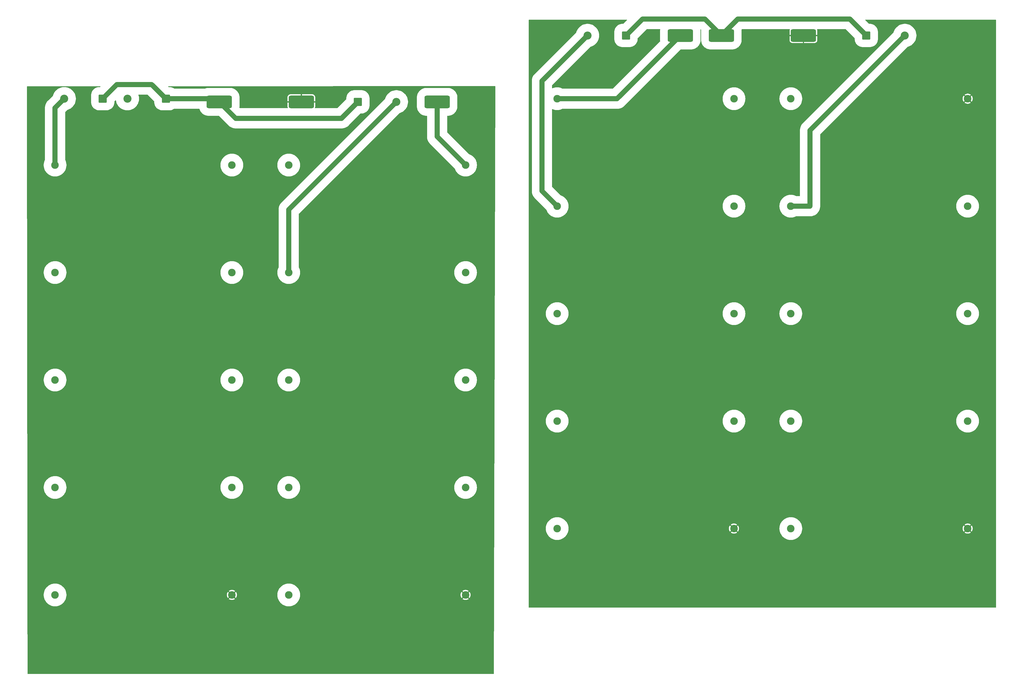
<source format=gbr>
%TF.GenerationSoftware,KiCad,Pcbnew,9.0.5*%
%TF.CreationDate,2025-11-13T21:56:36-08:00*%
%TF.ProjectId,IXOLAR,49584f4c-4152-42e6-9b69-6361645f7063,rev?*%
%TF.SameCoordinates,Original*%
%TF.FileFunction,Copper,L2,Bot*%
%TF.FilePolarity,Positive*%
%FSLAX46Y46*%
G04 Gerber Fmt 4.6, Leading zero omitted, Abs format (unit mm)*
G04 Created by KiCad (PCBNEW 9.0.5) date 2025-11-13 21:56:36*
%MOMM*%
%LPD*%
G01*
G04 APERTURE LIST*
G04 Aperture macros list*
%AMRoundRect*
0 Rectangle with rounded corners*
0 $1 Rounding radius*
0 $2 $3 $4 $5 $6 $7 $8 $9 X,Y pos of 4 corners*
0 Add a 4 corners polygon primitive as box body*
4,1,4,$2,$3,$4,$5,$6,$7,$8,$9,$2,$3,0*
0 Add four circle primitives for the rounded corners*
1,1,$1+$1,$2,$3*
1,1,$1+$1,$4,$5*
1,1,$1+$1,$6,$7*
1,1,$1+$1,$8,$9*
0 Add four rect primitives between the rounded corners*
20,1,$1+$1,$2,$3,$4,$5,0*
20,1,$1+$1,$4,$5,$6,$7,0*
20,1,$1+$1,$6,$7,$8,$9,0*
20,1,$1+$1,$8,$9,$2,$3,0*%
G04 Aperture macros list end*
%TA.AperFunction,ComponentPad*%
%ADD10C,3.000000*%
%TD*%
%TA.AperFunction,ComponentPad*%
%ADD11C,5.600000*%
%TD*%
%TA.AperFunction,SMDPad,CuDef*%
%ADD12RoundRect,0.750000X4.250000X-1.750000X4.250000X1.750000X-4.250000X1.750000X-4.250000X-1.750000X0*%
%TD*%
%TA.AperFunction,ComponentPad*%
%ADD13RoundRect,0.250000X1.350000X1.350000X-1.350000X1.350000X-1.350000X-1.350000X1.350000X-1.350000X0*%
%TD*%
%TA.AperFunction,ComponentPad*%
%ADD14C,3.200000*%
%TD*%
%TA.AperFunction,ComponentPad*%
%ADD15RoundRect,0.250000X-1.350000X-1.350000X1.350000X-1.350000X1.350000X1.350000X-1.350000X1.350000X0*%
%TD*%
%TA.AperFunction,Conductor*%
%ADD16C,2.000000*%
%TD*%
G04 APERTURE END LIST*
D10*
%TO.P,SC10,1,+*%
%TO.N,Net-(SC10-+)*%
X123750000Y-76250000D03*
%TO.P,SC10,2,-*%
%TO.N,Net-(Other_Board1-Pin_1)*%
X193750000Y-76250000D03*
%TD*%
%TO.P,SC20,1,+*%
%TO.N,Net-(SC19--)*%
X322500000Y-220000000D03*
%TO.P,SC20,2,-*%
%TO.N,GND2*%
X392500000Y-220000000D03*
%TD*%
D11*
%TO.P,H6,1,1*%
%TO.N,GND2*%
X398750000Y-23750000D03*
%TD*%
%TO.P,H2,1,1*%
%TO.N,GND1*%
X200000000Y-50000000D03*
%TD*%
D10*
%TO.P,SC7,1,+*%
%TO.N,Net-(SC6--)*%
X123750000Y-203750000D03*
%TO.P,SC7,2,-*%
%TO.N,Net-(SC7--)*%
X193750000Y-203750000D03*
%TD*%
%TO.P,SC17,1,+*%
%TO.N,Net-(D5-A)*%
X322500000Y-92500000D03*
%TO.P,SC17,2,-*%
%TO.N,Net-(SC17--)*%
X392500000Y-92500000D03*
%TD*%
%TO.P,SC1,1,+*%
%TO.N,Net-(D1-A)*%
X31250000Y-118750000D03*
%TO.P,SC1,2,-*%
%TO.N,Net-(SC1--)*%
X101250000Y-118750000D03*
%TD*%
D11*
%TO.P,H7,1,1*%
%TO.N,GND2*%
X223750000Y-246250000D03*
%TD*%
D12*
%TO.P,Other_Board1,1,Pin_1*%
%TO.N,Net-(Other_Board1-Pin_1)*%
X182500000Y-51250000D03*
%TD*%
D10*
%TO.P,SC3,1,+*%
%TO.N,Net-(SC2--)*%
X31250000Y-203750000D03*
%TO.P,SC3,2,-*%
%TO.N,Net-(SC3--)*%
X101250000Y-203750000D03*
%TD*%
D11*
%TO.P,H3,1,1*%
%TO.N,GND1*%
X25000000Y-272500000D03*
%TD*%
D10*
%TO.P,SC18,1,+*%
%TO.N,Net-(SC17--)*%
X322500000Y-135000000D03*
%TO.P,SC18,2,-*%
%TO.N,Net-(SC18--)*%
X392500000Y-135000000D03*
%TD*%
D11*
%TO.P,H8,1,1*%
%TO.N,GND2*%
X398750000Y-246250000D03*
%TD*%
D10*
%TO.P,SC14,1,+*%
%TO.N,Net-(SC13--)*%
X230000000Y-135000000D03*
%TO.P,SC14,2,-*%
%TO.N,Net-(SC14--)*%
X300000000Y-135000000D03*
%TD*%
D12*
%TO.P,J2,1,Pin_1*%
%TO.N,Net-(D4-K)*%
X295000000Y-25000000D03*
%TD*%
D10*
%TO.P,SC2,1,+*%
%TO.N,Net-(SC1--)*%
X31250000Y-161250000D03*
%TO.P,SC2,2,-*%
%TO.N,Net-(SC2--)*%
X101250000Y-161250000D03*
%TD*%
%TO.P,SC5,1,+*%
%TO.N,Net-(D2-A)*%
X123750000Y-118750000D03*
%TO.P,SC5,2,-*%
%TO.N,Net-(SC5--)*%
X193750000Y-118750000D03*
%TD*%
%TO.P,SC9,1,+*%
%TO.N,Net-(D3-A)*%
X31250000Y-76250000D03*
%TO.P,SC9,2,-*%
%TO.N,Net-(SC10-+)*%
X101250000Y-76250000D03*
%TD*%
%TO.P,SC4,1,+*%
%TO.N,Net-(SC3--)*%
X31250000Y-246250000D03*
%TO.P,SC4,2,-*%
%TO.N,GND1*%
X101250000Y-246250000D03*
%TD*%
%TO.P,SC16,1,+*%
%TO.N,Net-(SC15--)*%
X230000000Y-220000000D03*
%TO.P,SC16,2,-*%
%TO.N,GND2*%
X300000000Y-220000000D03*
%TD*%
%TO.P,SC12,1,+*%
%TO.N,Net-(SC11--)*%
X322500000Y-50000000D03*
%TO.P,SC12,2,-*%
%TO.N,GND2*%
X392500000Y-50000000D03*
%TD*%
%TO.P,SC13,1,+*%
%TO.N,Net-(D4-A)*%
X230000000Y-92500000D03*
%TO.P,SC13,2,-*%
%TO.N,Net-(SC13--)*%
X300000000Y-92500000D03*
%TD*%
%TO.P,SC15,1,+*%
%TO.N,Net-(SC14--)*%
X230000000Y-177500000D03*
%TO.P,SC15,2,-*%
%TO.N,Net-(SC15--)*%
X300000000Y-177500000D03*
%TD*%
D11*
%TO.P,H5,1,1*%
%TO.N,GND2*%
X223750000Y-23750000D03*
%TD*%
D10*
%TO.P,SC19,1,+*%
%TO.N,Net-(SC18--)*%
X322500000Y-177500000D03*
%TO.P,SC19,2,-*%
%TO.N,Net-(SC19--)*%
X392500000Y-177500000D03*
%TD*%
%TO.P,SC8,1,+*%
%TO.N,Net-(SC7--)*%
X123750000Y-246250000D03*
%TO.P,SC8,2,-*%
%TO.N,GND1*%
X193750000Y-246250000D03*
%TD*%
%TO.P,SC6,1,+*%
%TO.N,Net-(SC5--)*%
X123750000Y-161250000D03*
%TO.P,SC6,2,-*%
%TO.N,Net-(SC6--)*%
X193750000Y-161250000D03*
%TD*%
D11*
%TO.P,H1,1,1*%
%TO.N,GND1*%
X25000000Y-50000000D03*
%TD*%
D12*
%TO.P,J1,1,Pin_1*%
%TO.N,Net-(D1-K)*%
X96250000Y-51250000D03*
%TD*%
D11*
%TO.P,H4,1,1*%
%TO.N,GND1*%
X200000000Y-272500000D03*
%TD*%
D10*
%TO.P,SC11,1,+*%
%TO.N,Net-(Other_Board2-Pin_1)*%
X230000000Y-50000000D03*
%TO.P,SC11,2,-*%
%TO.N,Net-(SC11--)*%
X300000000Y-50000000D03*
%TD*%
D13*
%TO.P,D3,1,K*%
%TO.N,Net-(D1-K)*%
X50120000Y-50000000D03*
D14*
%TO.P,D3,2,A*%
%TO.N,Net-(D3-A)*%
X34880000Y-50000000D03*
%TD*%
D12*
%TO.P,gnd_connector1,1,Pin_1*%
%TO.N,GND1*%
X128750000Y-51250000D03*
%TD*%
D13*
%TO.P,D4,1,K*%
%TO.N,Net-(D4-K)*%
X257250000Y-25000000D03*
D14*
%TO.P,D4,2,A*%
%TO.N,Net-(D4-A)*%
X242010000Y-25000000D03*
%TD*%
D15*
%TO.P,D2,1,K*%
%TO.N,Net-(D1-K)*%
X151130000Y-51250000D03*
D14*
%TO.P,D2,2,A*%
%TO.N,Net-(D2-A)*%
X166370000Y-51250000D03*
%TD*%
D15*
%TO.P,D5,1,K*%
%TO.N,Net-(D4-K)*%
X352380000Y-25000000D03*
D14*
%TO.P,D5,2,A*%
%TO.N,Net-(D5-A)*%
X367620000Y-25000000D03*
%TD*%
D12*
%TO.P,Other_Board2,1,Pin_1*%
%TO.N,Net-(Other_Board2-Pin_1)*%
X278750000Y-25000000D03*
%TD*%
D13*
%TO.P,D1,1,K*%
%TO.N,Net-(D1-K)*%
X75120000Y-50000000D03*
D14*
%TO.P,D1,2,A*%
%TO.N,Net-(D1-A)*%
X59880000Y-50000000D03*
%TD*%
D12*
%TO.P,gnd_connector2,1,Pin_1*%
%TO.N,GND2*%
X327500000Y-25000000D03*
%TD*%
D16*
%TO.N,Net-(D1-K)*%
X102751000Y-57751000D02*
X96250000Y-51250000D01*
X69519000Y-44399000D02*
X75120000Y-50000000D01*
X69519000Y-44399000D02*
X55721000Y-44399000D01*
X92500000Y-50000000D02*
X75120000Y-50000000D01*
X93750000Y-51250000D02*
X92500000Y-50000000D01*
X144629000Y-57751000D02*
X151130000Y-51250000D01*
X102751000Y-57751000D02*
X144629000Y-57751000D01*
X96250000Y-51250000D02*
X93750000Y-51250000D01*
X55721000Y-44399000D02*
X50120000Y-50000000D01*
%TO.N,Net-(D2-A)*%
X166370000Y-51250000D02*
X123750000Y-93870000D01*
X123750000Y-93870000D02*
X123750000Y-118750000D01*
%TO.N,Net-(D3-A)*%
X34880000Y-50000000D02*
X31250000Y-53630000D01*
X31250000Y-53630000D02*
X31250000Y-76250000D01*
%TO.N,Net-(D4-A)*%
X223999000Y-43011000D02*
X223999000Y-86499000D01*
X223999000Y-86499000D02*
X230000000Y-92500000D01*
X242010000Y-25000000D02*
X223999000Y-43011000D01*
%TO.N,Net-(D5-A)*%
X330120000Y-92500000D02*
X330120000Y-62500000D01*
X330120000Y-62500000D02*
X367620000Y-25000000D01*
X330120000Y-92500000D02*
X322500000Y-92500000D01*
%TO.N,Net-(D4-K)*%
X301501000Y-18499000D02*
X345879000Y-18499000D01*
X345879000Y-18499000D02*
X352380000Y-25000000D01*
X257250000Y-25000000D02*
X263751000Y-18499000D01*
X288499000Y-18499000D02*
X295000000Y-25000000D01*
X295000000Y-25000000D02*
X301501000Y-18499000D01*
X263751000Y-18499000D02*
X288499000Y-18499000D01*
%TO.N,Net-(Other_Board1-Pin_1)*%
X182500000Y-65000000D02*
X193750000Y-76250000D01*
X182500000Y-51250000D02*
X182500000Y-65000000D01*
%TO.N,Net-(Other_Board2-Pin_1)*%
X230000000Y-50000000D02*
X253750000Y-50000000D01*
X253750000Y-50000000D02*
X278750000Y-25000000D01*
%TD*%
%TA.AperFunction,Conductor*%
%TO.N,GND2*%
G36*
X257610114Y-18769685D02*
G01*
X257655869Y-18822489D01*
X257665813Y-18891647D01*
X257636788Y-18955203D01*
X257630756Y-18961681D01*
X256229255Y-20363181D01*
X256167932Y-20396666D01*
X256141574Y-20399500D01*
X255756551Y-20399500D01*
X255675907Y-20402278D01*
X255319985Y-20446644D01*
X255319976Y-20446645D01*
X255026978Y-20516561D01*
X254971104Y-20529894D01*
X254971102Y-20529894D01*
X254971092Y-20529897D01*
X254633505Y-20651016D01*
X254633497Y-20651020D01*
X254311277Y-20808544D01*
X254008339Y-21000561D01*
X253728364Y-21224736D01*
X253728354Y-21224745D01*
X253474745Y-21478354D01*
X253474736Y-21478364D01*
X253250561Y-21758339D01*
X253058544Y-22061277D01*
X252901020Y-22383497D01*
X252901016Y-22383505D01*
X252779897Y-22721092D01*
X252779894Y-22721102D01*
X252779894Y-22721104D01*
X252771616Y-22755796D01*
X252696645Y-23069976D01*
X252696644Y-23069985D01*
X252652278Y-23425908D01*
X252649500Y-23506551D01*
X252649500Y-26493448D01*
X252652278Y-26574092D01*
X252696644Y-26930014D01*
X252696645Y-26930023D01*
X252711340Y-26991604D01*
X252771615Y-27244202D01*
X252779897Y-27278907D01*
X252901016Y-27616494D01*
X252901020Y-27616502D01*
X253058544Y-27938722D01*
X253173366Y-28119872D01*
X253250562Y-28241662D01*
X253474741Y-28521641D01*
X253728359Y-28775259D01*
X254008338Y-28999438D01*
X254196030Y-29118406D01*
X254311277Y-29191455D01*
X254633497Y-29348979D01*
X254633505Y-29348983D01*
X254971092Y-29470102D01*
X254971094Y-29470102D01*
X254971104Y-29470106D01*
X255319979Y-29553355D01*
X255675895Y-29597720D01*
X255675903Y-29597720D01*
X255675909Y-29597721D01*
X255675906Y-29597721D01*
X255719890Y-29599236D01*
X255756565Y-29600500D01*
X258743434Y-29600499D01*
X258743448Y-29600499D01*
X258824092Y-29597721D01*
X258824098Y-29597720D01*
X258824105Y-29597720D01*
X259180021Y-29553355D01*
X259528896Y-29470106D01*
X259866495Y-29348983D01*
X260188721Y-29191456D01*
X260491662Y-28999438D01*
X260771641Y-28775259D01*
X261025259Y-28521641D01*
X261249438Y-28241662D01*
X261441456Y-27938721D01*
X261598983Y-27616495D01*
X261720106Y-27278896D01*
X261803355Y-26930021D01*
X261847720Y-26574105D01*
X261847720Y-26574096D01*
X261847721Y-26574091D01*
X261849065Y-26535068D01*
X261850500Y-26493435D01*
X261850499Y-26108422D01*
X261870183Y-26041384D01*
X261886813Y-26020747D01*
X265371743Y-22535819D01*
X265433066Y-22502334D01*
X265459424Y-22499500D01*
X270672266Y-22499500D01*
X270739305Y-22519185D01*
X270785060Y-22571989D01*
X270795433Y-22637836D01*
X270789719Y-22686931D01*
X270752300Y-23008395D01*
X270752300Y-23008396D01*
X270752300Y-23008397D01*
X270752300Y-23008401D01*
X270750318Y-23069976D01*
X270749500Y-23095370D01*
X270749500Y-26904630D01*
X270752300Y-26991604D01*
X270781703Y-27244202D01*
X270769902Y-27313068D01*
X270746216Y-27346220D01*
X252129257Y-45963181D01*
X252067934Y-45996666D01*
X252041576Y-45999500D01*
X232097481Y-45999500D01*
X232045077Y-45987882D01*
X231723908Y-45838119D01*
X231354616Y-45703707D01*
X231113960Y-45639223D01*
X230975016Y-45601993D01*
X230975005Y-45601991D01*
X230587997Y-45533751D01*
X230196500Y-45499500D01*
X230196496Y-45499500D01*
X229803504Y-45499500D01*
X229803499Y-45499500D01*
X229412004Y-45533751D01*
X229412000Y-45533751D01*
X229024994Y-45601991D01*
X229024983Y-45601993D01*
X228821555Y-45656502D01*
X228645384Y-45703707D01*
X228645381Y-45703708D01*
X228645380Y-45703708D01*
X228456504Y-45772454D01*
X228357934Y-45808331D01*
X228276087Y-45838121D01*
X228175904Y-45884837D01*
X228106826Y-45895328D01*
X228043043Y-45866808D01*
X228004804Y-45808331D01*
X227999500Y-45772454D01*
X227999500Y-44719422D01*
X228019185Y-44652383D01*
X228035814Y-44631746D01*
X243208789Y-29458770D01*
X243264374Y-29426679D01*
X243343324Y-29405525D01*
X243394702Y-29391759D01*
X243394707Y-29391757D01*
X243394715Y-29391755D01*
X243772212Y-29254357D01*
X244136298Y-29084581D01*
X244484202Y-28883719D01*
X244813275Y-28653299D01*
X245121014Y-28395076D01*
X245405076Y-28111014D01*
X245663299Y-27803275D01*
X245893719Y-27474202D01*
X246094581Y-27126298D01*
X246264357Y-26762212D01*
X246401755Y-26384715D01*
X246505729Y-25996679D01*
X246575488Y-25601058D01*
X246610500Y-25200862D01*
X246610500Y-24799138D01*
X246575488Y-24398942D01*
X246505729Y-24003321D01*
X246401755Y-23615285D01*
X246264357Y-23237788D01*
X246094581Y-22873702D01*
X245893719Y-22525798D01*
X245663299Y-22196725D01*
X245663298Y-22196724D01*
X245663294Y-22196718D01*
X245405073Y-21888983D01*
X245121016Y-21604926D01*
X244813281Y-21346705D01*
X244484208Y-21116285D01*
X244484205Y-21116283D01*
X244484202Y-21116281D01*
X244380843Y-21056606D01*
X244136304Y-20915422D01*
X244136289Y-20915414D01*
X243772221Y-20745647D01*
X243772219Y-20745646D01*
X243772212Y-20745643D01*
X243394715Y-20608245D01*
X243394714Y-20608244D01*
X243394704Y-20608241D01*
X243006686Y-20504273D01*
X243006689Y-20504273D01*
X243006679Y-20504271D01*
X242950824Y-20494422D01*
X242611060Y-20434512D01*
X242210866Y-20399500D01*
X242210862Y-20399500D01*
X241809138Y-20399500D01*
X241809133Y-20399500D01*
X241408939Y-20434512D01*
X241013326Y-20504270D01*
X241013323Y-20504270D01*
X241013321Y-20504271D01*
X241013316Y-20504272D01*
X241013313Y-20504273D01*
X240625295Y-20608241D01*
X240507773Y-20651016D01*
X240247788Y-20745643D01*
X240247784Y-20745644D01*
X240247778Y-20745647D01*
X239883710Y-20915414D01*
X239883695Y-20915422D01*
X239535806Y-21116276D01*
X239535791Y-21116285D01*
X239206718Y-21346705D01*
X238898983Y-21604926D01*
X238614926Y-21888983D01*
X238356705Y-22196718D01*
X238126285Y-22525791D01*
X238126276Y-22525806D01*
X237925422Y-22873695D01*
X237925414Y-22873710D01*
X237755647Y-23237778D01*
X237618246Y-23615281D01*
X237618241Y-23615299D01*
X237583319Y-23745625D01*
X237551226Y-23801211D01*
X221031254Y-40321182D01*
X220781897Y-40625025D01*
X220781887Y-40625039D01*
X220563522Y-40951844D01*
X220563511Y-40951862D01*
X220378232Y-41298495D01*
X220378230Y-41298500D01*
X220227810Y-41661645D01*
X220113706Y-42037795D01*
X220113703Y-42037806D01*
X220037028Y-42423291D01*
X220037025Y-42423308D01*
X219998500Y-42814471D01*
X219998500Y-86695528D01*
X220037025Y-87086691D01*
X220037028Y-87086708D01*
X220113703Y-87472193D01*
X220113706Y-87472204D01*
X220113708Y-87472213D01*
X220113709Y-87472214D01*
X220227810Y-87848353D01*
X220368526Y-88188073D01*
X220378230Y-88211499D01*
X220378232Y-88211504D01*
X220563511Y-88558137D01*
X220563522Y-88558155D01*
X220778058Y-88879229D01*
X220778061Y-88879234D01*
X220781889Y-88884964D01*
X220781894Y-88884970D01*
X221031254Y-89188817D01*
X225688073Y-93845635D01*
X225716914Y-93890905D01*
X225833966Y-94212499D01*
X225838124Y-94223921D01*
X226004195Y-94580062D01*
X226004207Y-94580086D01*
X226200695Y-94920412D01*
X226200704Y-94920427D01*
X226426115Y-95242347D01*
X226615247Y-95467745D01*
X226678722Y-95543391D01*
X226956609Y-95821278D01*
X227063738Y-95911170D01*
X227257652Y-96073884D01*
X227257658Y-96073888D01*
X227257659Y-96073889D01*
X227579579Y-96299300D01*
X227919920Y-96495796D01*
X227919934Y-96495802D01*
X227919937Y-96495804D01*
X228276078Y-96661875D01*
X228276083Y-96661876D01*
X228276092Y-96661881D01*
X228645384Y-96796293D01*
X229024985Y-96898007D01*
X229412007Y-96966249D01*
X229803502Y-97000499D01*
X229803503Y-97000500D01*
X229803504Y-97000500D01*
X230196497Y-97000500D01*
X230196497Y-97000499D01*
X230587993Y-96966249D01*
X230975015Y-96898007D01*
X231354616Y-96796293D01*
X231723908Y-96661881D01*
X232080080Y-96495796D01*
X232420421Y-96299300D01*
X232742341Y-96073889D01*
X233043391Y-95821278D01*
X233321278Y-95543391D01*
X233573889Y-95242341D01*
X233799300Y-94920421D01*
X233995796Y-94580080D01*
X234161881Y-94223908D01*
X234296293Y-93854616D01*
X234398007Y-93475015D01*
X234466249Y-93087993D01*
X234500500Y-92696496D01*
X234500500Y-92303504D01*
X234500500Y-92303499D01*
X295499500Y-92303499D01*
X295499500Y-92696500D01*
X295533751Y-93087995D01*
X295533751Y-93087999D01*
X295601991Y-93475005D01*
X295601993Y-93475015D01*
X295703707Y-93854616D01*
X295833968Y-94212504D01*
X295838124Y-94223921D01*
X296004195Y-94580062D01*
X296004207Y-94580086D01*
X296200695Y-94920412D01*
X296200704Y-94920427D01*
X296426115Y-95242347D01*
X296615247Y-95467745D01*
X296678722Y-95543391D01*
X296956609Y-95821278D01*
X297063738Y-95911170D01*
X297257652Y-96073884D01*
X297257658Y-96073888D01*
X297257659Y-96073889D01*
X297579579Y-96299300D01*
X297919920Y-96495796D01*
X297919934Y-96495802D01*
X297919937Y-96495804D01*
X298276078Y-96661875D01*
X298276083Y-96661876D01*
X298276092Y-96661881D01*
X298645384Y-96796293D01*
X299024985Y-96898007D01*
X299412007Y-96966249D01*
X299803502Y-97000499D01*
X299803503Y-97000500D01*
X299803504Y-97000500D01*
X300196497Y-97000500D01*
X300196497Y-97000499D01*
X300587993Y-96966249D01*
X300975015Y-96898007D01*
X301354616Y-96796293D01*
X301723908Y-96661881D01*
X302080080Y-96495796D01*
X302420421Y-96299300D01*
X302742341Y-96073889D01*
X303043391Y-95821278D01*
X303321278Y-95543391D01*
X303573889Y-95242341D01*
X303799300Y-94920421D01*
X303995796Y-94580080D01*
X304161881Y-94223908D01*
X304296293Y-93854616D01*
X304398007Y-93475015D01*
X304466249Y-93087993D01*
X304500500Y-92696496D01*
X304500500Y-92303504D01*
X304500500Y-92303499D01*
X317999500Y-92303499D01*
X317999500Y-92696500D01*
X318033751Y-93087995D01*
X318033751Y-93087999D01*
X318101991Y-93475005D01*
X318101993Y-93475015D01*
X318203707Y-93854616D01*
X318333968Y-94212504D01*
X318338124Y-94223921D01*
X318504195Y-94580062D01*
X318504207Y-94580086D01*
X318700695Y-94920412D01*
X318700704Y-94920427D01*
X318926115Y-95242347D01*
X319115247Y-95467745D01*
X319178722Y-95543391D01*
X319456609Y-95821278D01*
X319563738Y-95911170D01*
X319757652Y-96073884D01*
X319757658Y-96073888D01*
X319757659Y-96073889D01*
X320079579Y-96299300D01*
X320419920Y-96495796D01*
X320419934Y-96495802D01*
X320419937Y-96495804D01*
X320776078Y-96661875D01*
X320776083Y-96661876D01*
X320776092Y-96661881D01*
X321145384Y-96796293D01*
X321524985Y-96898007D01*
X321912007Y-96966249D01*
X322303502Y-97000499D01*
X322303503Y-97000500D01*
X322303504Y-97000500D01*
X322696497Y-97000500D01*
X322696497Y-97000499D01*
X323087993Y-96966249D01*
X323475015Y-96898007D01*
X323854616Y-96796293D01*
X324223908Y-96661881D01*
X324545077Y-96512117D01*
X324597481Y-96500500D01*
X330316529Y-96500500D01*
X330316532Y-96500500D01*
X330707703Y-96461973D01*
X330782748Y-96447045D01*
X331093194Y-96385295D01*
X331093205Y-96385292D01*
X331093205Y-96385291D01*
X331093215Y-96385290D01*
X331469353Y-96271190D01*
X331832497Y-96120771D01*
X332179149Y-95935482D01*
X332505969Y-95717107D01*
X332809812Y-95467750D01*
X333087750Y-95189812D01*
X333337107Y-94885969D01*
X333555482Y-94559149D01*
X333740771Y-94212497D01*
X333891190Y-93849353D01*
X334005290Y-93473215D01*
X334005292Y-93473205D01*
X334005295Y-93473194D01*
X334081973Y-93087702D01*
X334120500Y-92696528D01*
X334120500Y-92303499D01*
X387999500Y-92303499D01*
X387999500Y-92696500D01*
X388033751Y-93087995D01*
X388033751Y-93087999D01*
X388101991Y-93475005D01*
X388101993Y-93475015D01*
X388203707Y-93854616D01*
X388333968Y-94212504D01*
X388338124Y-94223921D01*
X388504195Y-94580062D01*
X388504207Y-94580086D01*
X388700695Y-94920412D01*
X388700704Y-94920427D01*
X388926115Y-95242347D01*
X389115247Y-95467745D01*
X389178722Y-95543391D01*
X389456609Y-95821278D01*
X389563738Y-95911170D01*
X389757652Y-96073884D01*
X389757658Y-96073888D01*
X389757659Y-96073889D01*
X390079579Y-96299300D01*
X390419920Y-96495796D01*
X390419934Y-96495802D01*
X390419937Y-96495804D01*
X390776078Y-96661875D01*
X390776083Y-96661876D01*
X390776092Y-96661881D01*
X391145384Y-96796293D01*
X391524985Y-96898007D01*
X391912007Y-96966249D01*
X392303502Y-97000499D01*
X392303503Y-97000500D01*
X392303504Y-97000500D01*
X392696497Y-97000500D01*
X392696497Y-97000499D01*
X393087993Y-96966249D01*
X393475015Y-96898007D01*
X393854616Y-96796293D01*
X394223908Y-96661881D01*
X394580080Y-96495796D01*
X394920421Y-96299300D01*
X395242341Y-96073889D01*
X395543391Y-95821278D01*
X395821278Y-95543391D01*
X396073889Y-95242341D01*
X396299300Y-94920421D01*
X396495796Y-94580080D01*
X396661881Y-94223908D01*
X396796293Y-93854616D01*
X396898007Y-93475015D01*
X396966249Y-93087993D01*
X397000500Y-92696496D01*
X397000500Y-92303504D01*
X396966249Y-91912007D01*
X396898007Y-91524985D01*
X396796293Y-91145384D01*
X396661881Y-90776092D01*
X396661876Y-90776083D01*
X396661875Y-90776078D01*
X396495804Y-90419937D01*
X396495792Y-90419913D01*
X396483455Y-90398546D01*
X396299300Y-90079579D01*
X396073889Y-89757659D01*
X396073888Y-89757658D01*
X396073884Y-89757652D01*
X395821275Y-89456606D01*
X395543393Y-89178724D01*
X395242347Y-88926115D01*
X394920427Y-88700704D01*
X394920424Y-88700702D01*
X394920421Y-88700700D01*
X394673526Y-88558155D01*
X394580086Y-88504207D01*
X394580062Y-88504195D01*
X394223921Y-88338124D01*
X394223910Y-88338120D01*
X394223908Y-88338119D01*
X393854616Y-88203707D01*
X393613960Y-88139223D01*
X393475016Y-88101993D01*
X393475005Y-88101991D01*
X393087997Y-88033751D01*
X392696500Y-87999500D01*
X392696496Y-87999500D01*
X392303504Y-87999500D01*
X392303499Y-87999500D01*
X391912004Y-88033751D01*
X391912000Y-88033751D01*
X391524994Y-88101991D01*
X391524983Y-88101993D01*
X391321555Y-88156502D01*
X391145384Y-88203707D01*
X391145381Y-88203708D01*
X391145380Y-88203708D01*
X390776078Y-88338124D01*
X390419937Y-88504195D01*
X390419913Y-88504207D01*
X390079587Y-88700695D01*
X390079572Y-88700704D01*
X389757652Y-88926115D01*
X389456606Y-89178724D01*
X389178724Y-89456606D01*
X388926115Y-89757652D01*
X388700704Y-90079572D01*
X388700695Y-90079587D01*
X388504207Y-90419913D01*
X388504195Y-90419937D01*
X388338124Y-90776078D01*
X388203708Y-91145380D01*
X388203708Y-91145382D01*
X388101993Y-91524983D01*
X388101991Y-91524994D01*
X388033751Y-91912000D01*
X388033751Y-91912004D01*
X387999500Y-92303499D01*
X334120500Y-92303499D01*
X334120500Y-64208422D01*
X334140185Y-64141383D01*
X334156814Y-64120746D01*
X348408655Y-49868905D01*
X390500000Y-49868905D01*
X390500000Y-50131094D01*
X390534220Y-50391009D01*
X390534222Y-50391020D01*
X390602075Y-50644255D01*
X390702404Y-50886471D01*
X390702409Y-50886482D01*
X390833488Y-51113516D01*
X390833494Y-51113524D01*
X390920080Y-51226365D01*
X391637425Y-50509019D01*
X391723249Y-50637463D01*
X391862537Y-50776751D01*
X391990978Y-50862573D01*
X391273633Y-51579917D01*
X391273633Y-51579918D01*
X391386475Y-51666505D01*
X391386483Y-51666511D01*
X391613517Y-51797590D01*
X391613528Y-51797595D01*
X391855744Y-51897924D01*
X392108979Y-51965777D01*
X392108990Y-51965779D01*
X392368905Y-51999999D01*
X392368920Y-52000000D01*
X392631080Y-52000000D01*
X392631094Y-51999999D01*
X392891009Y-51965779D01*
X392891020Y-51965777D01*
X393144255Y-51897924D01*
X393386471Y-51797595D01*
X393386482Y-51797590D01*
X393613516Y-51666511D01*
X393613534Y-51666499D01*
X393726365Y-51579919D01*
X393726365Y-51579917D01*
X393009020Y-50862573D01*
X393137463Y-50776751D01*
X393276751Y-50637463D01*
X393362573Y-50509021D01*
X394079917Y-51226365D01*
X394079919Y-51226365D01*
X394166499Y-51113534D01*
X394166511Y-51113516D01*
X394297590Y-50886482D01*
X394297595Y-50886471D01*
X394397924Y-50644255D01*
X394465777Y-50391020D01*
X394465779Y-50391009D01*
X394499999Y-50131094D01*
X394500000Y-50131080D01*
X394500000Y-49868919D01*
X394499999Y-49868905D01*
X394465779Y-49608990D01*
X394465777Y-49608979D01*
X394397924Y-49355744D01*
X394297595Y-49113528D01*
X394297590Y-49113517D01*
X394166511Y-48886483D01*
X394166505Y-48886475D01*
X394079918Y-48773633D01*
X394079917Y-48773633D01*
X393362572Y-49490977D01*
X393276751Y-49362537D01*
X393137463Y-49223249D01*
X393009019Y-49137425D01*
X393726365Y-48420080D01*
X393613524Y-48333494D01*
X393613516Y-48333488D01*
X393386482Y-48202409D01*
X393386471Y-48202404D01*
X393144255Y-48102075D01*
X392891020Y-48034222D01*
X392891009Y-48034220D01*
X392631094Y-48000000D01*
X392368905Y-48000000D01*
X392108990Y-48034220D01*
X392108979Y-48034222D01*
X391855744Y-48102075D01*
X391613528Y-48202404D01*
X391613517Y-48202409D01*
X391386471Y-48333496D01*
X391273633Y-48420079D01*
X391273633Y-48420080D01*
X391990979Y-49137426D01*
X391862537Y-49223249D01*
X391723249Y-49362537D01*
X391637426Y-49490979D01*
X390920080Y-48773633D01*
X390920079Y-48773633D01*
X390833496Y-48886471D01*
X390702409Y-49113517D01*
X390702404Y-49113528D01*
X390602075Y-49355744D01*
X390534222Y-49608979D01*
X390534220Y-49608990D01*
X390500000Y-49868905D01*
X348408655Y-49868905D01*
X368818789Y-29458770D01*
X368874374Y-29426679D01*
X368953324Y-29405525D01*
X369004702Y-29391759D01*
X369004707Y-29391757D01*
X369004715Y-29391755D01*
X369382212Y-29254357D01*
X369746298Y-29084581D01*
X370094202Y-28883719D01*
X370423275Y-28653299D01*
X370731014Y-28395076D01*
X371015076Y-28111014D01*
X371273299Y-27803275D01*
X371503719Y-27474202D01*
X371704581Y-27126298D01*
X371874357Y-26762212D01*
X372011755Y-26384715D01*
X372115729Y-25996679D01*
X372185488Y-25601058D01*
X372220500Y-25200862D01*
X372220500Y-24799138D01*
X372185488Y-24398942D01*
X372115729Y-24003321D01*
X372011755Y-23615285D01*
X371874357Y-23237788D01*
X371704581Y-22873702D01*
X371503719Y-22525798D01*
X371273299Y-22196725D01*
X371273298Y-22196724D01*
X371273294Y-22196718D01*
X371015073Y-21888983D01*
X370731016Y-21604926D01*
X370423281Y-21346705D01*
X370094208Y-21116285D01*
X370094205Y-21116283D01*
X370094202Y-21116281D01*
X369990843Y-21056606D01*
X369746304Y-20915422D01*
X369746289Y-20915414D01*
X369382221Y-20745647D01*
X369382219Y-20745646D01*
X369382212Y-20745643D01*
X369004715Y-20608245D01*
X369004714Y-20608244D01*
X369004704Y-20608241D01*
X368616686Y-20504273D01*
X368616689Y-20504273D01*
X368616679Y-20504271D01*
X368560824Y-20494422D01*
X368221060Y-20434512D01*
X367820866Y-20399500D01*
X367820862Y-20399500D01*
X367419138Y-20399500D01*
X367419133Y-20399500D01*
X367018939Y-20434512D01*
X366623326Y-20504270D01*
X366623323Y-20504270D01*
X366623321Y-20504271D01*
X366623316Y-20504272D01*
X366623313Y-20504273D01*
X366235295Y-20608241D01*
X366117773Y-20651016D01*
X365857788Y-20745643D01*
X365857784Y-20745644D01*
X365857778Y-20745647D01*
X365493710Y-20915414D01*
X365493695Y-20915422D01*
X365145806Y-21116276D01*
X365145791Y-21116285D01*
X364816718Y-21346705D01*
X364508983Y-21604926D01*
X364224926Y-21888983D01*
X363966705Y-22196718D01*
X363736285Y-22525791D01*
X363736276Y-22525806D01*
X363535422Y-22873695D01*
X363535414Y-22873710D01*
X363365647Y-23237778D01*
X363228246Y-23615281D01*
X363228241Y-23615299D01*
X363193319Y-23745625D01*
X363161226Y-23801211D01*
X327152254Y-59810182D01*
X326902897Y-60114025D01*
X326902887Y-60114039D01*
X326684522Y-60440844D01*
X326684511Y-60440862D01*
X326499232Y-60787495D01*
X326499230Y-60787500D01*
X326348810Y-61150645D01*
X326234706Y-61526795D01*
X326234703Y-61526806D01*
X326158028Y-61912291D01*
X326158025Y-61912308D01*
X326119500Y-62303471D01*
X326119500Y-88375500D01*
X326099815Y-88442539D01*
X326047011Y-88488294D01*
X325995500Y-88499500D01*
X324597481Y-88499500D01*
X324545077Y-88487882D01*
X324223908Y-88338119D01*
X323854616Y-88203707D01*
X323613960Y-88139223D01*
X323475016Y-88101993D01*
X323475005Y-88101991D01*
X323087997Y-88033751D01*
X322696500Y-87999500D01*
X322696496Y-87999500D01*
X322303504Y-87999500D01*
X322303499Y-87999500D01*
X321912004Y-88033751D01*
X321912000Y-88033751D01*
X321524994Y-88101991D01*
X321524983Y-88101993D01*
X321321555Y-88156502D01*
X321145384Y-88203707D01*
X321145381Y-88203708D01*
X321145380Y-88203708D01*
X320776078Y-88338124D01*
X320419937Y-88504195D01*
X320419913Y-88504207D01*
X320079587Y-88700695D01*
X320079572Y-88700704D01*
X319757652Y-88926115D01*
X319456606Y-89178724D01*
X319178724Y-89456606D01*
X318926115Y-89757652D01*
X318700704Y-90079572D01*
X318700695Y-90079587D01*
X318504207Y-90419913D01*
X318504195Y-90419937D01*
X318338124Y-90776078D01*
X318203708Y-91145380D01*
X318203708Y-91145382D01*
X318101993Y-91524983D01*
X318101991Y-91524994D01*
X318033751Y-91912000D01*
X318033751Y-91912004D01*
X317999500Y-92303499D01*
X304500500Y-92303499D01*
X304466249Y-91912007D01*
X304398007Y-91524985D01*
X304296293Y-91145384D01*
X304161881Y-90776092D01*
X304161876Y-90776083D01*
X304161875Y-90776078D01*
X303995804Y-90419937D01*
X303995792Y-90419913D01*
X303983455Y-90398546D01*
X303799300Y-90079579D01*
X303573889Y-89757659D01*
X303573888Y-89757658D01*
X303573884Y-89757652D01*
X303321275Y-89456606D01*
X303043393Y-89178724D01*
X302742347Y-88926115D01*
X302420427Y-88700704D01*
X302420424Y-88700702D01*
X302420421Y-88700700D01*
X302173526Y-88558155D01*
X302080086Y-88504207D01*
X302080062Y-88504195D01*
X301723921Y-88338124D01*
X301723910Y-88338120D01*
X301723908Y-88338119D01*
X301354616Y-88203707D01*
X301113960Y-88139223D01*
X300975016Y-88101993D01*
X300975005Y-88101991D01*
X300587997Y-88033751D01*
X300196500Y-87999500D01*
X300196496Y-87999500D01*
X299803504Y-87999500D01*
X299803499Y-87999500D01*
X299412004Y-88033751D01*
X299412000Y-88033751D01*
X299024994Y-88101991D01*
X299024983Y-88101993D01*
X298821555Y-88156502D01*
X298645384Y-88203707D01*
X298645381Y-88203708D01*
X298645380Y-88203708D01*
X298276078Y-88338124D01*
X297919937Y-88504195D01*
X297919913Y-88504207D01*
X297579587Y-88700695D01*
X297579572Y-88700704D01*
X297257652Y-88926115D01*
X296956606Y-89178724D01*
X296678724Y-89456606D01*
X296426115Y-89757652D01*
X296200704Y-90079572D01*
X296200695Y-90079587D01*
X296004207Y-90419913D01*
X296004195Y-90419937D01*
X295838124Y-90776078D01*
X295703708Y-91145380D01*
X295703708Y-91145382D01*
X295601993Y-91524983D01*
X295601991Y-91524994D01*
X295533751Y-91912000D01*
X295533751Y-91912004D01*
X295499500Y-92303499D01*
X234500500Y-92303499D01*
X234466249Y-91912007D01*
X234398007Y-91524985D01*
X234296293Y-91145384D01*
X234161881Y-90776092D01*
X234161876Y-90776083D01*
X234161875Y-90776078D01*
X233995804Y-90419937D01*
X233995792Y-90419913D01*
X233983455Y-90398546D01*
X233799300Y-90079579D01*
X233573889Y-89757659D01*
X233573888Y-89757658D01*
X233573884Y-89757652D01*
X233321275Y-89456606D01*
X233043393Y-89178724D01*
X232742347Y-88926115D01*
X232420427Y-88700704D01*
X232420424Y-88700702D01*
X232420421Y-88700700D01*
X232173526Y-88558155D01*
X232080086Y-88504207D01*
X232080062Y-88504195D01*
X231723921Y-88338124D01*
X231723910Y-88338120D01*
X231723908Y-88338119D01*
X231600704Y-88293276D01*
X231390905Y-88216914D01*
X231345635Y-88188073D01*
X228035819Y-84878257D01*
X228002334Y-84816934D01*
X227999500Y-84790576D01*
X227999500Y-54227545D01*
X228019185Y-54160506D01*
X228071989Y-54114751D01*
X228141147Y-54104807D01*
X228175905Y-54115163D01*
X228276074Y-54161873D01*
X228276078Y-54161874D01*
X228276092Y-54161881D01*
X228645384Y-54296293D01*
X229024985Y-54398007D01*
X229412007Y-54466249D01*
X229803502Y-54500499D01*
X229803503Y-54500500D01*
X229803504Y-54500500D01*
X230196497Y-54500500D01*
X230196497Y-54500499D01*
X230587993Y-54466249D01*
X230975015Y-54398007D01*
X231354616Y-54296293D01*
X231723908Y-54161881D01*
X232045077Y-54012117D01*
X232097481Y-54000500D01*
X253946529Y-54000500D01*
X253946532Y-54000500D01*
X254337703Y-53961973D01*
X254549695Y-53919805D01*
X254723193Y-53885296D01*
X254723204Y-53885293D01*
X254723204Y-53885292D01*
X254723214Y-53885291D01*
X255099353Y-53771190D01*
X255462497Y-53620771D01*
X255550207Y-53573889D01*
X255809149Y-53435482D01*
X256135969Y-53217107D01*
X256439812Y-52967750D01*
X256717750Y-52689812D01*
X259604063Y-49803499D01*
X295499500Y-49803499D01*
X295499500Y-50196500D01*
X295533751Y-50587995D01*
X295533751Y-50587999D01*
X295586380Y-50886471D01*
X295601993Y-50975015D01*
X295703707Y-51354616D01*
X295703708Y-51354618D01*
X295703708Y-51354619D01*
X295838124Y-51723921D01*
X296004195Y-52080062D01*
X296004207Y-52080086D01*
X296200695Y-52420412D01*
X296200704Y-52420427D01*
X296426115Y-52742347D01*
X296615247Y-52967745D01*
X296678722Y-53043391D01*
X296956609Y-53321278D01*
X297063738Y-53411170D01*
X297257652Y-53573884D01*
X297257658Y-53573888D01*
X297257659Y-53573889D01*
X297579579Y-53799300D01*
X297919920Y-53995796D01*
X297919934Y-53995802D01*
X297919937Y-53995804D01*
X298276078Y-54161875D01*
X298276083Y-54161876D01*
X298276092Y-54161881D01*
X298645384Y-54296293D01*
X299024985Y-54398007D01*
X299412007Y-54466249D01*
X299803502Y-54500499D01*
X299803503Y-54500500D01*
X299803504Y-54500500D01*
X300196497Y-54500500D01*
X300196497Y-54500499D01*
X300587993Y-54466249D01*
X300975015Y-54398007D01*
X301354616Y-54296293D01*
X301723908Y-54161881D01*
X302080080Y-53995796D01*
X302420421Y-53799300D01*
X302742341Y-53573889D01*
X303043391Y-53321278D01*
X303321278Y-53043391D01*
X303573889Y-52742341D01*
X303799300Y-52420421D01*
X303995796Y-52080080D01*
X304161881Y-51723908D01*
X304296293Y-51354616D01*
X304398007Y-50975015D01*
X304466249Y-50587993D01*
X304500500Y-50196496D01*
X304500500Y-49803504D01*
X304500500Y-49803499D01*
X317999500Y-49803499D01*
X317999500Y-50196500D01*
X318033751Y-50587995D01*
X318033751Y-50587999D01*
X318086380Y-50886471D01*
X318101993Y-50975015D01*
X318203707Y-51354616D01*
X318203708Y-51354618D01*
X318203708Y-51354619D01*
X318338124Y-51723921D01*
X318504195Y-52080062D01*
X318504207Y-52080086D01*
X318700695Y-52420412D01*
X318700704Y-52420427D01*
X318926115Y-52742347D01*
X319115247Y-52967745D01*
X319178722Y-53043391D01*
X319456609Y-53321278D01*
X319563738Y-53411170D01*
X319757652Y-53573884D01*
X319757658Y-53573888D01*
X319757659Y-53573889D01*
X320079579Y-53799300D01*
X320419920Y-53995796D01*
X320419934Y-53995802D01*
X320419937Y-53995804D01*
X320776078Y-54161875D01*
X320776083Y-54161876D01*
X320776092Y-54161881D01*
X321145384Y-54296293D01*
X321524985Y-54398007D01*
X321912007Y-54466249D01*
X322303502Y-54500499D01*
X322303503Y-54500500D01*
X322303504Y-54500500D01*
X322696497Y-54500500D01*
X322696497Y-54500499D01*
X323087993Y-54466249D01*
X323475015Y-54398007D01*
X323854616Y-54296293D01*
X324223908Y-54161881D01*
X324580080Y-53995796D01*
X324920421Y-53799300D01*
X325242341Y-53573889D01*
X325543391Y-53321278D01*
X325821278Y-53043391D01*
X326073889Y-52742341D01*
X326299300Y-52420421D01*
X326495796Y-52080080D01*
X326661881Y-51723908D01*
X326796293Y-51354616D01*
X326898007Y-50975015D01*
X326966249Y-50587993D01*
X327000500Y-50196496D01*
X327000500Y-49803504D01*
X326966249Y-49412007D01*
X326898007Y-49024985D01*
X326796293Y-48645384D01*
X326661881Y-48276092D01*
X326661876Y-48276083D01*
X326661875Y-48276078D01*
X326495804Y-47919937D01*
X326495792Y-47919913D01*
X326483455Y-47898546D01*
X326299300Y-47579579D01*
X326073889Y-47257659D01*
X326073888Y-47257658D01*
X326073884Y-47257652D01*
X325821275Y-46956606D01*
X325543393Y-46678724D01*
X325242347Y-46426115D01*
X324920427Y-46200704D01*
X324920424Y-46200702D01*
X324920421Y-46200700D01*
X324819305Y-46142320D01*
X324580086Y-46004207D01*
X324580062Y-46004195D01*
X324223921Y-45838124D01*
X324223910Y-45838120D01*
X324223908Y-45838119D01*
X323854616Y-45703707D01*
X323613960Y-45639223D01*
X323475016Y-45601993D01*
X323475005Y-45601991D01*
X323087997Y-45533751D01*
X322696500Y-45499500D01*
X322696496Y-45499500D01*
X322303504Y-45499500D01*
X322303499Y-45499500D01*
X321912004Y-45533751D01*
X321912000Y-45533751D01*
X321524994Y-45601991D01*
X321524983Y-45601993D01*
X321321555Y-45656502D01*
X321145384Y-45703707D01*
X321145381Y-45703708D01*
X321145380Y-45703708D01*
X320776078Y-45838124D01*
X320419937Y-46004195D01*
X320419913Y-46004207D01*
X320079587Y-46200695D01*
X320079572Y-46200704D01*
X319757652Y-46426115D01*
X319456606Y-46678724D01*
X319178724Y-46956606D01*
X318926115Y-47257652D01*
X318700704Y-47579572D01*
X318700695Y-47579587D01*
X318504207Y-47919913D01*
X318504195Y-47919937D01*
X318338124Y-48276078D01*
X318203708Y-48645380D01*
X318203708Y-48645382D01*
X318101993Y-49024983D01*
X318101991Y-49024994D01*
X318033751Y-49412000D01*
X318033751Y-49412004D01*
X317999500Y-49803499D01*
X304500500Y-49803499D01*
X304466249Y-49412007D01*
X304398007Y-49024985D01*
X304296293Y-48645384D01*
X304161881Y-48276092D01*
X304161876Y-48276083D01*
X304161875Y-48276078D01*
X303995804Y-47919937D01*
X303995792Y-47919913D01*
X303983455Y-47898546D01*
X303799300Y-47579579D01*
X303573889Y-47257659D01*
X303573888Y-47257658D01*
X303573884Y-47257652D01*
X303321275Y-46956606D01*
X303043393Y-46678724D01*
X302742347Y-46426115D01*
X302420427Y-46200704D01*
X302420424Y-46200702D01*
X302420421Y-46200700D01*
X302319305Y-46142320D01*
X302080086Y-46004207D01*
X302080062Y-46004195D01*
X301723921Y-45838124D01*
X301723910Y-45838120D01*
X301723908Y-45838119D01*
X301354616Y-45703707D01*
X301113960Y-45639223D01*
X300975016Y-45601993D01*
X300975005Y-45601991D01*
X300587997Y-45533751D01*
X300196500Y-45499500D01*
X300196496Y-45499500D01*
X299803504Y-45499500D01*
X299803499Y-45499500D01*
X299412004Y-45533751D01*
X299412000Y-45533751D01*
X299024994Y-45601991D01*
X299024983Y-45601993D01*
X298821555Y-45656502D01*
X298645384Y-45703707D01*
X298645381Y-45703708D01*
X298645380Y-45703708D01*
X298276078Y-45838124D01*
X297919937Y-46004195D01*
X297919913Y-46004207D01*
X297579587Y-46200695D01*
X297579572Y-46200704D01*
X297257652Y-46426115D01*
X296956606Y-46678724D01*
X296678724Y-46956606D01*
X296426115Y-47257652D01*
X296200704Y-47579572D01*
X296200695Y-47579587D01*
X296004207Y-47919913D01*
X296004195Y-47919937D01*
X295838124Y-48276078D01*
X295703708Y-48645380D01*
X295703708Y-48645382D01*
X295601993Y-49024983D01*
X295601991Y-49024994D01*
X295533751Y-49412000D01*
X295533751Y-49412004D01*
X295499500Y-49803499D01*
X259604063Y-49803499D01*
X268109059Y-41298503D01*
X278870743Y-30536818D01*
X278932066Y-30503333D01*
X278958424Y-30500499D01*
X283154630Y-30500499D01*
X283154636Y-30500499D01*
X283241599Y-30497700D01*
X283625661Y-30452995D01*
X284003090Y-30369037D01*
X284369887Y-30246717D01*
X284722162Y-30087331D01*
X285056182Y-29892568D01*
X285368406Y-29664494D01*
X285655525Y-29405525D01*
X285914494Y-29118406D01*
X286142568Y-28806182D01*
X286337331Y-28472162D01*
X286496717Y-28119887D01*
X286619037Y-27753090D01*
X286702995Y-27375661D01*
X286747700Y-26991599D01*
X286750500Y-26904637D01*
X286750499Y-23095364D01*
X286747700Y-23008401D01*
X286709461Y-22679889D01*
X286714372Y-22651229D01*
X286716447Y-22622219D01*
X286720203Y-22617201D01*
X286721262Y-22611024D01*
X286740890Y-22589566D01*
X286758319Y-22566286D01*
X286764191Y-22564095D01*
X286768422Y-22559471D01*
X286796535Y-22552032D01*
X286823783Y-22541869D01*
X286829907Y-22543201D01*
X286835967Y-22541598D01*
X286863639Y-22550539D01*
X286892056Y-22556721D01*
X286899106Y-22561999D01*
X286902452Y-22563080D01*
X286920310Y-22577872D01*
X286996216Y-22653778D01*
X287029701Y-22715101D01*
X287031703Y-22755796D01*
X287002300Y-23008394D01*
X287002300Y-23008396D01*
X287002300Y-23008397D01*
X287002300Y-23008401D01*
X287000318Y-23069976D01*
X286999500Y-23095370D01*
X286999500Y-26904630D01*
X287002300Y-26991604D01*
X287047004Y-27375655D01*
X287047007Y-27375674D01*
X287130959Y-27753076D01*
X287130966Y-27753102D01*
X287253277Y-28119872D01*
X287253281Y-28119882D01*
X287253283Y-28119887D01*
X287412669Y-28472162D01*
X287607432Y-28806182D01*
X287835504Y-29118403D01*
X287835512Y-29118413D01*
X288094474Y-29405525D01*
X288381586Y-29664487D01*
X288381594Y-29664494D01*
X288693818Y-29892568D01*
X289027838Y-30087331D01*
X289380113Y-30246717D01*
X289380122Y-30246720D01*
X289380127Y-30246722D01*
X289746897Y-30369033D01*
X289746902Y-30369034D01*
X289746910Y-30369037D01*
X289746920Y-30369039D01*
X289746923Y-30369040D01*
X290124325Y-30452992D01*
X290124326Y-30452992D01*
X290124339Y-30452995D01*
X290508401Y-30497700D01*
X290595363Y-30500500D01*
X299404636Y-30500499D01*
X299491599Y-30497700D01*
X299875661Y-30452995D01*
X300253090Y-30369037D01*
X300619887Y-30246717D01*
X300972162Y-30087331D01*
X301306182Y-29892568D01*
X301618406Y-29664494D01*
X301905525Y-29405525D01*
X302164494Y-29118406D01*
X302392568Y-28806182D01*
X302587331Y-28472162D01*
X302746717Y-28119887D01*
X302869037Y-27753090D01*
X302952995Y-27375661D01*
X302997700Y-26991599D01*
X303000500Y-26904637D01*
X303000500Y-26814197D01*
X322000001Y-26814197D01*
X322010400Y-26946332D01*
X322065377Y-27164519D01*
X322158428Y-27369374D01*
X322158431Y-27369380D01*
X322286559Y-27554323D01*
X322286569Y-27554335D01*
X322445664Y-27713430D01*
X322445676Y-27713440D01*
X322630619Y-27841568D01*
X322630625Y-27841571D01*
X322835480Y-27934622D01*
X323053667Y-27989599D01*
X323185809Y-27999999D01*
X327249999Y-27999999D01*
X327750000Y-27999999D01*
X331814182Y-27999999D01*
X331814197Y-27999998D01*
X331946332Y-27989599D01*
X332164519Y-27934622D01*
X332369374Y-27841571D01*
X332369380Y-27841568D01*
X332554323Y-27713440D01*
X332554335Y-27713430D01*
X332713430Y-27554335D01*
X332713440Y-27554323D01*
X332841568Y-27369380D01*
X332841571Y-27369374D01*
X332934622Y-27164519D01*
X332989599Y-26946332D01*
X332999999Y-26814196D01*
X333000000Y-26814184D01*
X333000000Y-25250000D01*
X327750000Y-25250000D01*
X327750000Y-27999999D01*
X327249999Y-27999999D01*
X327250000Y-27999998D01*
X327250000Y-25250000D01*
X322000001Y-25250000D01*
X322000001Y-26814197D01*
X303000500Y-26814197D01*
X303000499Y-24799138D01*
X303000499Y-23095369D01*
X302999682Y-23069979D01*
X302997700Y-23008401D01*
X302968295Y-22755793D01*
X302968777Y-22752981D01*
X302967779Y-22750304D01*
X302974644Y-22718744D01*
X302980096Y-22686931D01*
X302982208Y-22683974D01*
X302982631Y-22682031D01*
X303003779Y-22653781D01*
X303121744Y-22535818D01*
X303183067Y-22502334D01*
X303209424Y-22499500D01*
X322025473Y-22499500D01*
X322092512Y-22519185D01*
X322138267Y-22571989D01*
X322148211Y-22641147D01*
X322138372Y-22674782D01*
X322065377Y-22835483D01*
X322010400Y-23053667D01*
X322000000Y-23185803D01*
X322000000Y-24750000D01*
X332999999Y-24750000D01*
X332999999Y-23185817D01*
X332999998Y-23185802D01*
X332989599Y-23053667D01*
X332934622Y-22835483D01*
X332861628Y-22674782D01*
X332851825Y-22605603D01*
X332880980Y-22542107D01*
X332939834Y-22504452D01*
X332974527Y-22499500D01*
X344170576Y-22499500D01*
X344237615Y-22519185D01*
X344258257Y-22535819D01*
X347743181Y-26020743D01*
X347776666Y-26082066D01*
X347779500Y-26108424D01*
X347779500Y-26493448D01*
X347782278Y-26574092D01*
X347826644Y-26930014D01*
X347826645Y-26930023D01*
X347841340Y-26991604D01*
X347901615Y-27244202D01*
X347909897Y-27278907D01*
X348031016Y-27616494D01*
X348031020Y-27616502D01*
X348188544Y-27938722D01*
X348303366Y-28119872D01*
X348380562Y-28241662D01*
X348604741Y-28521641D01*
X348858359Y-28775259D01*
X349138338Y-28999438D01*
X349326030Y-29118406D01*
X349441277Y-29191455D01*
X349763497Y-29348979D01*
X349763505Y-29348983D01*
X350101092Y-29470102D01*
X350101094Y-29470102D01*
X350101104Y-29470106D01*
X350449979Y-29553355D01*
X350805895Y-29597720D01*
X350805903Y-29597720D01*
X350805909Y-29597721D01*
X350805906Y-29597721D01*
X350849890Y-29599236D01*
X350886565Y-29600500D01*
X353873434Y-29600499D01*
X353873448Y-29600499D01*
X353954092Y-29597721D01*
X353954098Y-29597720D01*
X353954105Y-29597720D01*
X354310021Y-29553355D01*
X354658896Y-29470106D01*
X354996495Y-29348983D01*
X355318721Y-29191456D01*
X355621662Y-28999438D01*
X355901641Y-28775259D01*
X356155259Y-28521641D01*
X356379438Y-28241662D01*
X356571456Y-27938721D01*
X356728983Y-27616495D01*
X356850106Y-27278896D01*
X356933355Y-26930021D01*
X356977720Y-26574105D01*
X356977720Y-26574096D01*
X356977721Y-26574091D01*
X356979065Y-26535068D01*
X356980500Y-26493435D01*
X356980499Y-23506566D01*
X356980499Y-23506565D01*
X356980499Y-23506551D01*
X356977721Y-23425907D01*
X356947792Y-23185802D01*
X356933355Y-23069979D01*
X356850106Y-22721104D01*
X356849259Y-22718744D01*
X356728983Y-22383505D01*
X356728979Y-22383497D01*
X356571455Y-22061277D01*
X356514439Y-21971326D01*
X356379438Y-21758338D01*
X356155259Y-21478359D01*
X355901641Y-21224741D01*
X355621662Y-21000562D01*
X355487339Y-20915422D01*
X355318722Y-20808544D01*
X354996502Y-20651020D01*
X354996494Y-20651016D01*
X354658907Y-20529897D01*
X354658899Y-20529895D01*
X354658896Y-20529894D01*
X354505354Y-20493255D01*
X354310023Y-20446645D01*
X354310014Y-20446644D01*
X353954090Y-20402278D01*
X353954093Y-20402278D01*
X353873448Y-20399500D01*
X353873435Y-20399500D01*
X353488424Y-20399500D01*
X353421385Y-20379815D01*
X353400743Y-20363181D01*
X351999243Y-18961681D01*
X351965758Y-18900358D01*
X351970742Y-18830666D01*
X352012614Y-18774733D01*
X352078078Y-18750316D01*
X352086924Y-18750000D01*
X403626000Y-18750000D01*
X403693039Y-18769685D01*
X403738794Y-18822489D01*
X403750000Y-18874000D01*
X403750000Y-251126000D01*
X403730315Y-251193039D01*
X403677511Y-251238794D01*
X403626000Y-251250000D01*
X218874000Y-251250000D01*
X218806961Y-251230315D01*
X218761206Y-251177511D01*
X218750000Y-251126000D01*
X218750000Y-219803499D01*
X225499500Y-219803499D01*
X225499500Y-220196500D01*
X225533751Y-220587995D01*
X225533751Y-220587999D01*
X225586380Y-220886471D01*
X225601993Y-220975015D01*
X225703707Y-221354616D01*
X225703708Y-221354618D01*
X225703708Y-221354619D01*
X225838124Y-221723921D01*
X226004195Y-222080062D01*
X226004207Y-222080086D01*
X226200695Y-222420412D01*
X226200704Y-222420427D01*
X226426115Y-222742347D01*
X226618793Y-222971971D01*
X226678722Y-223043391D01*
X226956609Y-223321278D01*
X227063738Y-223411170D01*
X227257652Y-223573884D01*
X227257658Y-223573888D01*
X227257659Y-223573889D01*
X227579579Y-223799300D01*
X227919920Y-223995796D01*
X227919934Y-223995802D01*
X227919937Y-223995804D01*
X228276078Y-224161875D01*
X228276083Y-224161876D01*
X228276092Y-224161881D01*
X228645384Y-224296293D01*
X229024985Y-224398007D01*
X229412007Y-224466249D01*
X229803502Y-224500499D01*
X229803503Y-224500500D01*
X229803504Y-224500500D01*
X230196497Y-224500500D01*
X230196497Y-224500499D01*
X230587993Y-224466249D01*
X230975015Y-224398007D01*
X231354616Y-224296293D01*
X231723908Y-224161881D01*
X232080080Y-223995796D01*
X232420421Y-223799300D01*
X232742341Y-223573889D01*
X233043391Y-223321278D01*
X233321278Y-223043391D01*
X233573889Y-222742341D01*
X233799300Y-222420421D01*
X233995796Y-222080080D01*
X234161881Y-221723908D01*
X234296293Y-221354616D01*
X234398007Y-220975015D01*
X234466249Y-220587993D01*
X234500500Y-220196496D01*
X234500500Y-219868905D01*
X298000000Y-219868905D01*
X298000000Y-220131094D01*
X298034220Y-220391009D01*
X298034222Y-220391020D01*
X298102075Y-220644255D01*
X298202404Y-220886471D01*
X298202409Y-220886482D01*
X298333488Y-221113516D01*
X298333494Y-221113524D01*
X298420080Y-221226365D01*
X299137425Y-220509019D01*
X299223249Y-220637463D01*
X299362537Y-220776751D01*
X299490978Y-220862573D01*
X298773633Y-221579917D01*
X298773633Y-221579918D01*
X298886475Y-221666505D01*
X298886483Y-221666511D01*
X299113517Y-221797590D01*
X299113528Y-221797595D01*
X299355744Y-221897924D01*
X299608979Y-221965777D01*
X299608990Y-221965779D01*
X299868905Y-221999999D01*
X299868920Y-222000000D01*
X300131080Y-222000000D01*
X300131094Y-221999999D01*
X300391009Y-221965779D01*
X300391020Y-221965777D01*
X300644255Y-221897924D01*
X300886471Y-221797595D01*
X300886482Y-221797590D01*
X301113516Y-221666511D01*
X301113534Y-221666499D01*
X301226365Y-221579919D01*
X301226365Y-221579917D01*
X300509020Y-220862573D01*
X300637463Y-220776751D01*
X300776751Y-220637463D01*
X300862573Y-220509021D01*
X301579917Y-221226365D01*
X301579919Y-221226365D01*
X301666499Y-221113534D01*
X301666511Y-221113516D01*
X301797590Y-220886482D01*
X301797595Y-220886471D01*
X301897924Y-220644255D01*
X301965777Y-220391020D01*
X301965779Y-220391009D01*
X301999999Y-220131094D01*
X302000000Y-220131080D01*
X302000000Y-219868919D01*
X301999999Y-219868905D01*
X301993163Y-219816984D01*
X301993163Y-219816983D01*
X301991388Y-219803499D01*
X317999500Y-219803499D01*
X317999500Y-220196500D01*
X318033751Y-220587995D01*
X318033751Y-220587999D01*
X318086380Y-220886471D01*
X318101993Y-220975015D01*
X318203707Y-221354616D01*
X318203708Y-221354618D01*
X318203708Y-221354619D01*
X318338124Y-221723921D01*
X318504195Y-222080062D01*
X318504207Y-222080086D01*
X318700695Y-222420412D01*
X318700704Y-222420427D01*
X318926115Y-222742347D01*
X319118793Y-222971971D01*
X319178722Y-223043391D01*
X319456609Y-223321278D01*
X319563738Y-223411170D01*
X319757652Y-223573884D01*
X319757658Y-223573888D01*
X319757659Y-223573889D01*
X320079579Y-223799300D01*
X320419920Y-223995796D01*
X320419934Y-223995802D01*
X320419937Y-223995804D01*
X320776078Y-224161875D01*
X320776083Y-224161876D01*
X320776092Y-224161881D01*
X321145384Y-224296293D01*
X321524985Y-224398007D01*
X321912007Y-224466249D01*
X322303502Y-224500499D01*
X322303503Y-224500500D01*
X322303504Y-224500500D01*
X322696497Y-224500500D01*
X322696497Y-224500499D01*
X323087993Y-224466249D01*
X323475015Y-224398007D01*
X323854616Y-224296293D01*
X324223908Y-224161881D01*
X324580080Y-223995796D01*
X324920421Y-223799300D01*
X325242341Y-223573889D01*
X325543391Y-223321278D01*
X325821278Y-223043391D01*
X326073889Y-222742341D01*
X326299300Y-222420421D01*
X326495796Y-222080080D01*
X326661881Y-221723908D01*
X326796293Y-221354616D01*
X326898007Y-220975015D01*
X326966249Y-220587993D01*
X327000500Y-220196496D01*
X327000500Y-219868905D01*
X390500000Y-219868905D01*
X390500000Y-220131094D01*
X390534220Y-220391009D01*
X390534222Y-220391020D01*
X390602075Y-220644255D01*
X390702404Y-220886471D01*
X390702409Y-220886482D01*
X390833488Y-221113516D01*
X390833494Y-221113524D01*
X390920080Y-221226365D01*
X391637425Y-220509019D01*
X391723249Y-220637463D01*
X391862537Y-220776751D01*
X391990978Y-220862573D01*
X391273633Y-221579917D01*
X391273633Y-221579918D01*
X391386475Y-221666505D01*
X391386483Y-221666511D01*
X391613517Y-221797590D01*
X391613528Y-221797595D01*
X391855744Y-221897924D01*
X392108979Y-221965777D01*
X392108990Y-221965779D01*
X392368905Y-221999999D01*
X392368920Y-222000000D01*
X392631080Y-222000000D01*
X392631094Y-221999999D01*
X392891009Y-221965779D01*
X392891020Y-221965777D01*
X393144255Y-221897924D01*
X393386471Y-221797595D01*
X393386482Y-221797590D01*
X393613516Y-221666511D01*
X393613534Y-221666499D01*
X393726365Y-221579919D01*
X393726365Y-221579917D01*
X393009020Y-220862573D01*
X393137463Y-220776751D01*
X393276751Y-220637463D01*
X393362573Y-220509021D01*
X394079917Y-221226365D01*
X394079919Y-221226365D01*
X394166499Y-221113534D01*
X394166511Y-221113516D01*
X394297590Y-220886482D01*
X394297595Y-220886471D01*
X394397924Y-220644255D01*
X394465777Y-220391020D01*
X394465779Y-220391009D01*
X394499999Y-220131094D01*
X394500000Y-220131080D01*
X394500000Y-219868919D01*
X394499999Y-219868905D01*
X394465779Y-219608990D01*
X394465777Y-219608979D01*
X394397924Y-219355744D01*
X394297595Y-219113528D01*
X394297590Y-219113517D01*
X394166511Y-218886483D01*
X394166505Y-218886475D01*
X394079918Y-218773633D01*
X394079917Y-218773633D01*
X393362572Y-219490977D01*
X393276751Y-219362537D01*
X393137463Y-219223249D01*
X393009019Y-219137425D01*
X393726365Y-218420080D01*
X393613524Y-218333494D01*
X393613516Y-218333488D01*
X393386482Y-218202409D01*
X393386471Y-218202404D01*
X393144255Y-218102075D01*
X392891020Y-218034222D01*
X392891009Y-218034220D01*
X392631094Y-218000000D01*
X392368905Y-218000000D01*
X392108990Y-218034220D01*
X392108979Y-218034222D01*
X391855744Y-218102075D01*
X391613528Y-218202404D01*
X391613517Y-218202409D01*
X391386471Y-218333496D01*
X391273633Y-218420079D01*
X391273633Y-218420080D01*
X391990979Y-219137426D01*
X391862537Y-219223249D01*
X391723249Y-219362537D01*
X391637426Y-219490979D01*
X390920080Y-218773633D01*
X390920079Y-218773633D01*
X390833496Y-218886471D01*
X390702409Y-219113517D01*
X390702404Y-219113528D01*
X390602075Y-219355744D01*
X390534222Y-219608979D01*
X390534220Y-219608990D01*
X390500000Y-219868905D01*
X327000500Y-219868905D01*
X327000500Y-219803504D01*
X326966249Y-219412007D01*
X326898007Y-219024985D01*
X326796293Y-218645384D01*
X326661881Y-218276092D01*
X326661876Y-218276083D01*
X326661875Y-218276078D01*
X326495804Y-217919937D01*
X326495792Y-217919913D01*
X326483455Y-217898546D01*
X326299300Y-217579579D01*
X326073889Y-217257659D01*
X326073888Y-217257658D01*
X326073884Y-217257652D01*
X325821275Y-216956606D01*
X325543393Y-216678724D01*
X325242347Y-216426115D01*
X324920427Y-216200704D01*
X324920424Y-216200702D01*
X324920421Y-216200700D01*
X324819305Y-216142320D01*
X324580086Y-216004207D01*
X324580062Y-216004195D01*
X324223921Y-215838124D01*
X324223910Y-215838120D01*
X324223908Y-215838119D01*
X323854616Y-215703707D01*
X323613960Y-215639223D01*
X323475016Y-215601993D01*
X323475005Y-215601991D01*
X323087997Y-215533751D01*
X322696500Y-215499500D01*
X322696496Y-215499500D01*
X322303504Y-215499500D01*
X322303499Y-215499500D01*
X321912004Y-215533751D01*
X321912000Y-215533751D01*
X321524994Y-215601991D01*
X321524983Y-215601993D01*
X321321555Y-215656502D01*
X321145384Y-215703707D01*
X321145381Y-215703708D01*
X321145380Y-215703708D01*
X320776078Y-215838124D01*
X320419937Y-216004195D01*
X320419913Y-216004207D01*
X320079587Y-216200695D01*
X320079572Y-216200704D01*
X319757652Y-216426115D01*
X319456606Y-216678724D01*
X319178724Y-216956606D01*
X318926115Y-217257652D01*
X318700704Y-217579572D01*
X318700695Y-217579587D01*
X318504207Y-217919913D01*
X318504195Y-217919937D01*
X318338124Y-218276078D01*
X318203708Y-218645380D01*
X318203708Y-218645382D01*
X318101993Y-219024983D01*
X318101991Y-219024994D01*
X318033751Y-219412000D01*
X318033751Y-219412004D01*
X317999500Y-219803499D01*
X301991388Y-219803499D01*
X301965780Y-219608992D01*
X301965777Y-219608979D01*
X301897924Y-219355744D01*
X301797595Y-219113528D01*
X301797590Y-219113517D01*
X301666511Y-218886483D01*
X301666505Y-218886475D01*
X301579918Y-218773633D01*
X301579917Y-218773633D01*
X300862572Y-219490977D01*
X300776751Y-219362537D01*
X300637463Y-219223249D01*
X300509019Y-219137425D01*
X301226365Y-218420080D01*
X301113524Y-218333494D01*
X301113516Y-218333488D01*
X300886482Y-218202409D01*
X300886471Y-218202404D01*
X300644255Y-218102075D01*
X300391020Y-218034222D01*
X300391009Y-218034220D01*
X300131094Y-218000000D01*
X299868905Y-218000000D01*
X299608990Y-218034220D01*
X299608979Y-218034222D01*
X299355744Y-218102075D01*
X299113528Y-218202404D01*
X299113517Y-218202409D01*
X298886471Y-218333496D01*
X298773633Y-218420079D01*
X298773633Y-218420080D01*
X299490979Y-219137426D01*
X299362537Y-219223249D01*
X299223249Y-219362537D01*
X299137426Y-219490979D01*
X298420080Y-218773633D01*
X298420079Y-218773633D01*
X298333496Y-218886471D01*
X298202409Y-219113517D01*
X298202404Y-219113528D01*
X298102075Y-219355744D01*
X298034222Y-219608979D01*
X298034220Y-219608990D01*
X298000000Y-219868905D01*
X234500500Y-219868905D01*
X234500500Y-219803504D01*
X234466249Y-219412007D01*
X234398007Y-219024985D01*
X234296293Y-218645384D01*
X234161881Y-218276092D01*
X234161876Y-218276083D01*
X234161875Y-218276078D01*
X233995804Y-217919937D01*
X233995792Y-217919913D01*
X233983455Y-217898546D01*
X233799300Y-217579579D01*
X233573889Y-217257659D01*
X233573888Y-217257658D01*
X233573884Y-217257652D01*
X233321275Y-216956606D01*
X233043393Y-216678724D01*
X232742347Y-216426115D01*
X232420427Y-216200704D01*
X232420424Y-216200702D01*
X232420421Y-216200700D01*
X232319305Y-216142320D01*
X232080086Y-216004207D01*
X232080062Y-216004195D01*
X231723921Y-215838124D01*
X231723910Y-215838120D01*
X231723908Y-215838119D01*
X231354616Y-215703707D01*
X231113960Y-215639223D01*
X230975016Y-215601993D01*
X230975005Y-215601991D01*
X230587997Y-215533751D01*
X230196500Y-215499500D01*
X230196496Y-215499500D01*
X229803504Y-215499500D01*
X229803499Y-215499500D01*
X229412004Y-215533751D01*
X229412000Y-215533751D01*
X229024994Y-215601991D01*
X229024983Y-215601993D01*
X228821555Y-215656502D01*
X228645384Y-215703707D01*
X228645381Y-215703708D01*
X228645380Y-215703708D01*
X228276078Y-215838124D01*
X227919937Y-216004195D01*
X227919913Y-216004207D01*
X227579587Y-216200695D01*
X227579572Y-216200704D01*
X227257652Y-216426115D01*
X226956606Y-216678724D01*
X226678724Y-216956606D01*
X226426115Y-217257652D01*
X226200704Y-217579572D01*
X226200695Y-217579587D01*
X226004207Y-217919913D01*
X226004195Y-217919937D01*
X225838124Y-218276078D01*
X225703708Y-218645380D01*
X225703708Y-218645382D01*
X225601993Y-219024983D01*
X225601991Y-219024994D01*
X225533751Y-219412000D01*
X225533751Y-219412004D01*
X225499500Y-219803499D01*
X218750000Y-219803499D01*
X218750000Y-177303499D01*
X225499500Y-177303499D01*
X225499500Y-177696500D01*
X225533751Y-178087995D01*
X225533751Y-178087999D01*
X225601991Y-178475005D01*
X225601993Y-178475015D01*
X225703707Y-178854616D01*
X225703708Y-178854618D01*
X225703708Y-178854619D01*
X225838124Y-179223921D01*
X226004195Y-179580062D01*
X226004207Y-179580086D01*
X226200695Y-179920412D01*
X226200704Y-179920427D01*
X226426115Y-180242347D01*
X226618793Y-180471971D01*
X226678722Y-180543391D01*
X226956609Y-180821278D01*
X227063738Y-180911170D01*
X227257652Y-181073884D01*
X227257658Y-181073888D01*
X227257659Y-181073889D01*
X227579579Y-181299300D01*
X227919920Y-181495796D01*
X227919934Y-181495802D01*
X227919937Y-181495804D01*
X228276078Y-181661875D01*
X228276083Y-181661876D01*
X228276092Y-181661881D01*
X228645384Y-181796293D01*
X229024985Y-181898007D01*
X229412007Y-181966249D01*
X229803502Y-182000499D01*
X229803503Y-182000500D01*
X229803504Y-182000500D01*
X230196497Y-182000500D01*
X230196497Y-182000499D01*
X230587993Y-181966249D01*
X230975015Y-181898007D01*
X231354616Y-181796293D01*
X231723908Y-181661881D01*
X232080080Y-181495796D01*
X232420421Y-181299300D01*
X232742341Y-181073889D01*
X233043391Y-180821278D01*
X233321278Y-180543391D01*
X233573889Y-180242341D01*
X233799300Y-179920421D01*
X233995796Y-179580080D01*
X234161881Y-179223908D01*
X234296293Y-178854616D01*
X234398007Y-178475015D01*
X234466249Y-178087993D01*
X234500500Y-177696496D01*
X234500500Y-177303504D01*
X234500500Y-177303499D01*
X295499500Y-177303499D01*
X295499500Y-177696500D01*
X295533751Y-178087995D01*
X295533751Y-178087999D01*
X295601991Y-178475005D01*
X295601993Y-178475015D01*
X295703707Y-178854616D01*
X295703708Y-178854618D01*
X295703708Y-178854619D01*
X295838124Y-179223921D01*
X296004195Y-179580062D01*
X296004207Y-179580086D01*
X296200695Y-179920412D01*
X296200704Y-179920427D01*
X296426115Y-180242347D01*
X296618793Y-180471971D01*
X296678722Y-180543391D01*
X296956609Y-180821278D01*
X297063738Y-180911170D01*
X297257652Y-181073884D01*
X297257658Y-181073888D01*
X297257659Y-181073889D01*
X297579579Y-181299300D01*
X297919920Y-181495796D01*
X297919934Y-181495802D01*
X297919937Y-181495804D01*
X298276078Y-181661875D01*
X298276083Y-181661876D01*
X298276092Y-181661881D01*
X298645384Y-181796293D01*
X299024985Y-181898007D01*
X299412007Y-181966249D01*
X299803502Y-182000499D01*
X299803503Y-182000500D01*
X299803504Y-182000500D01*
X300196497Y-182000500D01*
X300196497Y-182000499D01*
X300587993Y-181966249D01*
X300975015Y-181898007D01*
X301354616Y-181796293D01*
X301723908Y-181661881D01*
X302080080Y-181495796D01*
X302420421Y-181299300D01*
X302742341Y-181073889D01*
X303043391Y-180821278D01*
X303321278Y-180543391D01*
X303573889Y-180242341D01*
X303799300Y-179920421D01*
X303995796Y-179580080D01*
X304161881Y-179223908D01*
X304296293Y-178854616D01*
X304398007Y-178475015D01*
X304466249Y-178087993D01*
X304500500Y-177696496D01*
X304500500Y-177303504D01*
X304500500Y-177303499D01*
X317999500Y-177303499D01*
X317999500Y-177696500D01*
X318033751Y-178087995D01*
X318033751Y-178087999D01*
X318101991Y-178475005D01*
X318101993Y-178475015D01*
X318203707Y-178854616D01*
X318203708Y-178854618D01*
X318203708Y-178854619D01*
X318338124Y-179223921D01*
X318504195Y-179580062D01*
X318504207Y-179580086D01*
X318700695Y-179920412D01*
X318700704Y-179920427D01*
X318926115Y-180242347D01*
X319118793Y-180471971D01*
X319178722Y-180543391D01*
X319456609Y-180821278D01*
X319563738Y-180911170D01*
X319757652Y-181073884D01*
X319757658Y-181073888D01*
X319757659Y-181073889D01*
X320079579Y-181299300D01*
X320419920Y-181495796D01*
X320419934Y-181495802D01*
X320419937Y-181495804D01*
X320776078Y-181661875D01*
X320776083Y-181661876D01*
X320776092Y-181661881D01*
X321145384Y-181796293D01*
X321524985Y-181898007D01*
X321912007Y-181966249D01*
X322303502Y-182000499D01*
X322303503Y-182000500D01*
X322303504Y-182000500D01*
X322696497Y-182000500D01*
X322696497Y-182000499D01*
X323087993Y-181966249D01*
X323475015Y-181898007D01*
X323854616Y-181796293D01*
X324223908Y-181661881D01*
X324580080Y-181495796D01*
X324920421Y-181299300D01*
X325242341Y-181073889D01*
X325543391Y-180821278D01*
X325821278Y-180543391D01*
X326073889Y-180242341D01*
X326299300Y-179920421D01*
X326495796Y-179580080D01*
X326661881Y-179223908D01*
X326796293Y-178854616D01*
X326898007Y-178475015D01*
X326966249Y-178087993D01*
X327000500Y-177696496D01*
X327000500Y-177303504D01*
X327000500Y-177303499D01*
X387999500Y-177303499D01*
X387999500Y-177696500D01*
X388033751Y-178087995D01*
X388033751Y-178087999D01*
X388101991Y-178475005D01*
X388101993Y-178475015D01*
X388203707Y-178854616D01*
X388203708Y-178854618D01*
X388203708Y-178854619D01*
X388338124Y-179223921D01*
X388504195Y-179580062D01*
X388504207Y-179580086D01*
X388700695Y-179920412D01*
X388700704Y-179920427D01*
X388926115Y-180242347D01*
X389118793Y-180471971D01*
X389178722Y-180543391D01*
X389456609Y-180821278D01*
X389563738Y-180911170D01*
X389757652Y-181073884D01*
X389757658Y-181073888D01*
X389757659Y-181073889D01*
X390079579Y-181299300D01*
X390419920Y-181495796D01*
X390419934Y-181495802D01*
X390419937Y-181495804D01*
X390776078Y-181661875D01*
X390776083Y-181661876D01*
X390776092Y-181661881D01*
X391145384Y-181796293D01*
X391524985Y-181898007D01*
X391912007Y-181966249D01*
X392303502Y-182000499D01*
X392303503Y-182000500D01*
X392303504Y-182000500D01*
X392696497Y-182000500D01*
X392696497Y-182000499D01*
X393087993Y-181966249D01*
X393475015Y-181898007D01*
X393854616Y-181796293D01*
X394223908Y-181661881D01*
X394580080Y-181495796D01*
X394920421Y-181299300D01*
X395242341Y-181073889D01*
X395543391Y-180821278D01*
X395821278Y-180543391D01*
X396073889Y-180242341D01*
X396299300Y-179920421D01*
X396495796Y-179580080D01*
X396661881Y-179223908D01*
X396796293Y-178854616D01*
X396898007Y-178475015D01*
X396966249Y-178087993D01*
X397000500Y-177696496D01*
X397000500Y-177303504D01*
X396966249Y-176912007D01*
X396898007Y-176524985D01*
X396796293Y-176145384D01*
X396661881Y-175776092D01*
X396661876Y-175776083D01*
X396661875Y-175776078D01*
X396495804Y-175419937D01*
X396495792Y-175419913D01*
X396483455Y-175398546D01*
X396299300Y-175079579D01*
X396073889Y-174757659D01*
X396073888Y-174757658D01*
X396073884Y-174757652D01*
X395821275Y-174456606D01*
X395543393Y-174178724D01*
X395242347Y-173926115D01*
X394920427Y-173700704D01*
X394920424Y-173700702D01*
X394920421Y-173700700D01*
X394819305Y-173642320D01*
X394580086Y-173504207D01*
X394580062Y-173504195D01*
X394223921Y-173338124D01*
X394223910Y-173338120D01*
X394223908Y-173338119D01*
X393854616Y-173203707D01*
X393613960Y-173139223D01*
X393475016Y-173101993D01*
X393475005Y-173101991D01*
X393087997Y-173033751D01*
X392696500Y-172999500D01*
X392696496Y-172999500D01*
X392303504Y-172999500D01*
X392303499Y-172999500D01*
X391912004Y-173033751D01*
X391912000Y-173033751D01*
X391524994Y-173101991D01*
X391524983Y-173101993D01*
X391321555Y-173156502D01*
X391145384Y-173203707D01*
X391145381Y-173203708D01*
X391145380Y-173203708D01*
X390776078Y-173338124D01*
X390419937Y-173504195D01*
X390419913Y-173504207D01*
X390079587Y-173700695D01*
X390079572Y-173700704D01*
X389757652Y-173926115D01*
X389456606Y-174178724D01*
X389178724Y-174456606D01*
X388926115Y-174757652D01*
X388700704Y-175079572D01*
X388700695Y-175079587D01*
X388504207Y-175419913D01*
X388504195Y-175419937D01*
X388338124Y-175776078D01*
X388203708Y-176145380D01*
X388203708Y-176145382D01*
X388101993Y-176524983D01*
X388101991Y-176524994D01*
X388033751Y-176912000D01*
X388033751Y-176912004D01*
X387999500Y-177303499D01*
X327000500Y-177303499D01*
X326966249Y-176912007D01*
X326898007Y-176524985D01*
X326796293Y-176145384D01*
X326661881Y-175776092D01*
X326661876Y-175776083D01*
X326661875Y-175776078D01*
X326495804Y-175419937D01*
X326495792Y-175419913D01*
X326483455Y-175398546D01*
X326299300Y-175079579D01*
X326073889Y-174757659D01*
X326073888Y-174757658D01*
X326073884Y-174757652D01*
X325821275Y-174456606D01*
X325543393Y-174178724D01*
X325242347Y-173926115D01*
X324920427Y-173700704D01*
X324920424Y-173700702D01*
X324920421Y-173700700D01*
X324819305Y-173642320D01*
X324580086Y-173504207D01*
X324580062Y-173504195D01*
X324223921Y-173338124D01*
X324223910Y-173338120D01*
X324223908Y-173338119D01*
X323854616Y-173203707D01*
X323613960Y-173139223D01*
X323475016Y-173101993D01*
X323475005Y-173101991D01*
X323087997Y-173033751D01*
X322696500Y-172999500D01*
X322696496Y-172999500D01*
X322303504Y-172999500D01*
X322303499Y-172999500D01*
X321912004Y-173033751D01*
X321912000Y-173033751D01*
X321524994Y-173101991D01*
X321524983Y-173101993D01*
X321321555Y-173156502D01*
X321145384Y-173203707D01*
X321145381Y-173203708D01*
X321145380Y-173203708D01*
X320776078Y-173338124D01*
X320419937Y-173504195D01*
X320419913Y-173504207D01*
X320079587Y-173700695D01*
X320079572Y-173700704D01*
X319757652Y-173926115D01*
X319456606Y-174178724D01*
X319178724Y-174456606D01*
X318926115Y-174757652D01*
X318700704Y-175079572D01*
X318700695Y-175079587D01*
X318504207Y-175419913D01*
X318504195Y-175419937D01*
X318338124Y-175776078D01*
X318203708Y-176145380D01*
X318203708Y-176145382D01*
X318101993Y-176524983D01*
X318101991Y-176524994D01*
X318033751Y-176912000D01*
X318033751Y-176912004D01*
X317999500Y-177303499D01*
X304500500Y-177303499D01*
X304466249Y-176912007D01*
X304398007Y-176524985D01*
X304296293Y-176145384D01*
X304161881Y-175776092D01*
X304161876Y-175776083D01*
X304161875Y-175776078D01*
X303995804Y-175419937D01*
X303995792Y-175419913D01*
X303983455Y-175398546D01*
X303799300Y-175079579D01*
X303573889Y-174757659D01*
X303573888Y-174757658D01*
X303573884Y-174757652D01*
X303321275Y-174456606D01*
X303043393Y-174178724D01*
X302742347Y-173926115D01*
X302420427Y-173700704D01*
X302420424Y-173700702D01*
X302420421Y-173700700D01*
X302319305Y-173642320D01*
X302080086Y-173504207D01*
X302080062Y-173504195D01*
X301723921Y-173338124D01*
X301723910Y-173338120D01*
X301723908Y-173338119D01*
X301354616Y-173203707D01*
X301113960Y-173139223D01*
X300975016Y-173101993D01*
X300975005Y-173101991D01*
X300587997Y-173033751D01*
X300196500Y-172999500D01*
X300196496Y-172999500D01*
X299803504Y-172999500D01*
X299803499Y-172999500D01*
X299412004Y-173033751D01*
X299412000Y-173033751D01*
X299024994Y-173101991D01*
X299024983Y-173101993D01*
X298821555Y-173156502D01*
X298645384Y-173203707D01*
X298645381Y-173203708D01*
X298645380Y-173203708D01*
X298276078Y-173338124D01*
X297919937Y-173504195D01*
X297919913Y-173504207D01*
X297579587Y-173700695D01*
X297579572Y-173700704D01*
X297257652Y-173926115D01*
X296956606Y-174178724D01*
X296678724Y-174456606D01*
X296426115Y-174757652D01*
X296200704Y-175079572D01*
X296200695Y-175079587D01*
X296004207Y-175419913D01*
X296004195Y-175419937D01*
X295838124Y-175776078D01*
X295703708Y-176145380D01*
X295703708Y-176145382D01*
X295601993Y-176524983D01*
X295601991Y-176524994D01*
X295533751Y-176912000D01*
X295533751Y-176912004D01*
X295499500Y-177303499D01*
X234500500Y-177303499D01*
X234466249Y-176912007D01*
X234398007Y-176524985D01*
X234296293Y-176145384D01*
X234161881Y-175776092D01*
X234161876Y-175776083D01*
X234161875Y-175776078D01*
X233995804Y-175419937D01*
X233995792Y-175419913D01*
X233983455Y-175398546D01*
X233799300Y-175079579D01*
X233573889Y-174757659D01*
X233573888Y-174757658D01*
X233573884Y-174757652D01*
X233321275Y-174456606D01*
X233043393Y-174178724D01*
X232742347Y-173926115D01*
X232420427Y-173700704D01*
X232420424Y-173700702D01*
X232420421Y-173700700D01*
X232319305Y-173642320D01*
X232080086Y-173504207D01*
X232080062Y-173504195D01*
X231723921Y-173338124D01*
X231723910Y-173338120D01*
X231723908Y-173338119D01*
X231354616Y-173203707D01*
X231113960Y-173139223D01*
X230975016Y-173101993D01*
X230975005Y-173101991D01*
X230587997Y-173033751D01*
X230196500Y-172999500D01*
X230196496Y-172999500D01*
X229803504Y-172999500D01*
X229803499Y-172999500D01*
X229412004Y-173033751D01*
X229412000Y-173033751D01*
X229024994Y-173101991D01*
X229024983Y-173101993D01*
X228821555Y-173156502D01*
X228645384Y-173203707D01*
X228645381Y-173203708D01*
X228645380Y-173203708D01*
X228276078Y-173338124D01*
X227919937Y-173504195D01*
X227919913Y-173504207D01*
X227579587Y-173700695D01*
X227579572Y-173700704D01*
X227257652Y-173926115D01*
X226956606Y-174178724D01*
X226678724Y-174456606D01*
X226426115Y-174757652D01*
X226200704Y-175079572D01*
X226200695Y-175079587D01*
X226004207Y-175419913D01*
X226004195Y-175419937D01*
X225838124Y-175776078D01*
X225703708Y-176145380D01*
X225703708Y-176145382D01*
X225601993Y-176524983D01*
X225601991Y-176524994D01*
X225533751Y-176912000D01*
X225533751Y-176912004D01*
X225499500Y-177303499D01*
X218750000Y-177303499D01*
X218750000Y-134803499D01*
X225499500Y-134803499D01*
X225499500Y-135196500D01*
X225533751Y-135587995D01*
X225533751Y-135587999D01*
X225601991Y-135975005D01*
X225601993Y-135975015D01*
X225703707Y-136354616D01*
X225703708Y-136354618D01*
X225703708Y-136354619D01*
X225838124Y-136723921D01*
X226004195Y-137080062D01*
X226004207Y-137080086D01*
X226200695Y-137420412D01*
X226200704Y-137420427D01*
X226426115Y-137742347D01*
X226618793Y-137971971D01*
X226678722Y-138043391D01*
X226956609Y-138321278D01*
X227063738Y-138411170D01*
X227257652Y-138573884D01*
X227257658Y-138573888D01*
X227257659Y-138573889D01*
X227579579Y-138799300D01*
X227919920Y-138995796D01*
X227919934Y-138995802D01*
X227919937Y-138995804D01*
X228276078Y-139161875D01*
X228276083Y-139161876D01*
X228276092Y-139161881D01*
X228645384Y-139296293D01*
X229024985Y-139398007D01*
X229412007Y-139466249D01*
X229803502Y-139500499D01*
X229803503Y-139500500D01*
X229803504Y-139500500D01*
X230196497Y-139500500D01*
X230196497Y-139500499D01*
X230587993Y-139466249D01*
X230975015Y-139398007D01*
X231354616Y-139296293D01*
X231723908Y-139161881D01*
X232080080Y-138995796D01*
X232420421Y-138799300D01*
X232742341Y-138573889D01*
X233043391Y-138321278D01*
X233321278Y-138043391D01*
X233573889Y-137742341D01*
X233799300Y-137420421D01*
X233995796Y-137080080D01*
X234161881Y-136723908D01*
X234296293Y-136354616D01*
X234398007Y-135975015D01*
X234466249Y-135587993D01*
X234500500Y-135196496D01*
X234500500Y-134803504D01*
X234500500Y-134803499D01*
X295499500Y-134803499D01*
X295499500Y-135196500D01*
X295533751Y-135587995D01*
X295533751Y-135587999D01*
X295601991Y-135975005D01*
X295601993Y-135975015D01*
X295703707Y-136354616D01*
X295703708Y-136354618D01*
X295703708Y-136354619D01*
X295838124Y-136723921D01*
X296004195Y-137080062D01*
X296004207Y-137080086D01*
X296200695Y-137420412D01*
X296200704Y-137420427D01*
X296426115Y-137742347D01*
X296618793Y-137971971D01*
X296678722Y-138043391D01*
X296956609Y-138321278D01*
X297063738Y-138411170D01*
X297257652Y-138573884D01*
X297257658Y-138573888D01*
X297257659Y-138573889D01*
X297579579Y-138799300D01*
X297919920Y-138995796D01*
X297919934Y-138995802D01*
X297919937Y-138995804D01*
X298276078Y-139161875D01*
X298276083Y-139161876D01*
X298276092Y-139161881D01*
X298645384Y-139296293D01*
X299024985Y-139398007D01*
X299412007Y-139466249D01*
X299803502Y-139500499D01*
X299803503Y-139500500D01*
X299803504Y-139500500D01*
X300196497Y-139500500D01*
X300196497Y-139500499D01*
X300587993Y-139466249D01*
X300975015Y-139398007D01*
X301354616Y-139296293D01*
X301723908Y-139161881D01*
X302080080Y-138995796D01*
X302420421Y-138799300D01*
X302742341Y-138573889D01*
X303043391Y-138321278D01*
X303321278Y-138043391D01*
X303573889Y-137742341D01*
X303799300Y-137420421D01*
X303995796Y-137080080D01*
X304161881Y-136723908D01*
X304296293Y-136354616D01*
X304398007Y-135975015D01*
X304466249Y-135587993D01*
X304500500Y-135196496D01*
X304500500Y-134803504D01*
X304500500Y-134803499D01*
X317999500Y-134803499D01*
X317999500Y-135196500D01*
X318033751Y-135587995D01*
X318033751Y-135587999D01*
X318101991Y-135975005D01*
X318101993Y-135975015D01*
X318203707Y-136354616D01*
X318203708Y-136354618D01*
X318203708Y-136354619D01*
X318338124Y-136723921D01*
X318504195Y-137080062D01*
X318504207Y-137080086D01*
X318700695Y-137420412D01*
X318700704Y-137420427D01*
X318926115Y-137742347D01*
X319118793Y-137971971D01*
X319178722Y-138043391D01*
X319456609Y-138321278D01*
X319563738Y-138411170D01*
X319757652Y-138573884D01*
X319757658Y-138573888D01*
X319757659Y-138573889D01*
X320079579Y-138799300D01*
X320419920Y-138995796D01*
X320419934Y-138995802D01*
X320419937Y-138995804D01*
X320776078Y-139161875D01*
X320776083Y-139161876D01*
X320776092Y-139161881D01*
X321145384Y-139296293D01*
X321524985Y-139398007D01*
X321912007Y-139466249D01*
X322303502Y-139500499D01*
X322303503Y-139500500D01*
X322303504Y-139500500D01*
X322696497Y-139500500D01*
X322696497Y-139500499D01*
X323087993Y-139466249D01*
X323475015Y-139398007D01*
X323854616Y-139296293D01*
X324223908Y-139161881D01*
X324580080Y-138995796D01*
X324920421Y-138799300D01*
X325242341Y-138573889D01*
X325543391Y-138321278D01*
X325821278Y-138043391D01*
X326073889Y-137742341D01*
X326299300Y-137420421D01*
X326495796Y-137080080D01*
X326661881Y-136723908D01*
X326796293Y-136354616D01*
X326898007Y-135975015D01*
X326966249Y-135587993D01*
X327000500Y-135196496D01*
X327000500Y-134803504D01*
X327000500Y-134803499D01*
X387999500Y-134803499D01*
X387999500Y-135196500D01*
X388033751Y-135587995D01*
X388033751Y-135587999D01*
X388101991Y-135975005D01*
X388101993Y-135975015D01*
X388203707Y-136354616D01*
X388203708Y-136354618D01*
X388203708Y-136354619D01*
X388338124Y-136723921D01*
X388504195Y-137080062D01*
X388504207Y-137080086D01*
X388700695Y-137420412D01*
X388700704Y-137420427D01*
X388926115Y-137742347D01*
X389118793Y-137971971D01*
X389178722Y-138043391D01*
X389456609Y-138321278D01*
X389563738Y-138411170D01*
X389757652Y-138573884D01*
X389757658Y-138573888D01*
X389757659Y-138573889D01*
X390079579Y-138799300D01*
X390419920Y-138995796D01*
X390419934Y-138995802D01*
X390419937Y-138995804D01*
X390776078Y-139161875D01*
X390776083Y-139161876D01*
X390776092Y-139161881D01*
X391145384Y-139296293D01*
X391524985Y-139398007D01*
X391912007Y-139466249D01*
X392303502Y-139500499D01*
X392303503Y-139500500D01*
X392303504Y-139500500D01*
X392696497Y-139500500D01*
X392696497Y-139500499D01*
X393087993Y-139466249D01*
X393475015Y-139398007D01*
X393854616Y-139296293D01*
X394223908Y-139161881D01*
X394580080Y-138995796D01*
X394920421Y-138799300D01*
X395242341Y-138573889D01*
X395543391Y-138321278D01*
X395821278Y-138043391D01*
X396073889Y-137742341D01*
X396299300Y-137420421D01*
X396495796Y-137080080D01*
X396661881Y-136723908D01*
X396796293Y-136354616D01*
X396898007Y-135975015D01*
X396966249Y-135587993D01*
X397000500Y-135196496D01*
X397000500Y-134803504D01*
X396966249Y-134412007D01*
X396898007Y-134024985D01*
X396796293Y-133645384D01*
X396661881Y-133276092D01*
X396661876Y-133276083D01*
X396661875Y-133276078D01*
X396495804Y-132919937D01*
X396495792Y-132919913D01*
X396483455Y-132898546D01*
X396299300Y-132579579D01*
X396073889Y-132257659D01*
X396073888Y-132257658D01*
X396073884Y-132257652D01*
X395821275Y-131956606D01*
X395543393Y-131678724D01*
X395242347Y-131426115D01*
X394920427Y-131200704D01*
X394920424Y-131200702D01*
X394920421Y-131200700D01*
X394819305Y-131142320D01*
X394580086Y-131004207D01*
X394580062Y-131004195D01*
X394223921Y-130838124D01*
X394223910Y-130838120D01*
X394223908Y-130838119D01*
X393854616Y-130703707D01*
X393613960Y-130639223D01*
X393475016Y-130601993D01*
X393475005Y-130601991D01*
X393087997Y-130533751D01*
X392696500Y-130499500D01*
X392696496Y-130499500D01*
X392303504Y-130499500D01*
X392303499Y-130499500D01*
X391912004Y-130533751D01*
X391912000Y-130533751D01*
X391524994Y-130601991D01*
X391524983Y-130601993D01*
X391321555Y-130656502D01*
X391145384Y-130703707D01*
X391145381Y-130703708D01*
X391145380Y-130703708D01*
X390776078Y-130838124D01*
X390419937Y-131004195D01*
X390419913Y-131004207D01*
X390079587Y-131200695D01*
X390079572Y-131200704D01*
X389757652Y-131426115D01*
X389456606Y-131678724D01*
X389178724Y-131956606D01*
X388926115Y-132257652D01*
X388700704Y-132579572D01*
X388700695Y-132579587D01*
X388504207Y-132919913D01*
X388504195Y-132919937D01*
X388338124Y-133276078D01*
X388203708Y-133645380D01*
X388203708Y-133645382D01*
X388101993Y-134024983D01*
X388101991Y-134024994D01*
X388033751Y-134412000D01*
X388033751Y-134412004D01*
X387999500Y-134803499D01*
X327000500Y-134803499D01*
X326966249Y-134412007D01*
X326898007Y-134024985D01*
X326796293Y-133645384D01*
X326661881Y-133276092D01*
X326661876Y-133276083D01*
X326661875Y-133276078D01*
X326495804Y-132919937D01*
X326495792Y-132919913D01*
X326483455Y-132898546D01*
X326299300Y-132579579D01*
X326073889Y-132257659D01*
X326073888Y-132257658D01*
X326073884Y-132257652D01*
X325821275Y-131956606D01*
X325543393Y-131678724D01*
X325242347Y-131426115D01*
X324920427Y-131200704D01*
X324920424Y-131200702D01*
X324920421Y-131200700D01*
X324819305Y-131142320D01*
X324580086Y-131004207D01*
X324580062Y-131004195D01*
X324223921Y-130838124D01*
X324223910Y-130838120D01*
X324223908Y-130838119D01*
X323854616Y-130703707D01*
X323613960Y-130639223D01*
X323475016Y-130601993D01*
X323475005Y-130601991D01*
X323087997Y-130533751D01*
X322696500Y-130499500D01*
X322696496Y-130499500D01*
X322303504Y-130499500D01*
X322303499Y-130499500D01*
X321912004Y-130533751D01*
X321912000Y-130533751D01*
X321524994Y-130601991D01*
X321524983Y-130601993D01*
X321321555Y-130656502D01*
X321145384Y-130703707D01*
X321145381Y-130703708D01*
X321145380Y-130703708D01*
X320776078Y-130838124D01*
X320419937Y-131004195D01*
X320419913Y-131004207D01*
X320079587Y-131200695D01*
X320079572Y-131200704D01*
X319757652Y-131426115D01*
X319456606Y-131678724D01*
X319178724Y-131956606D01*
X318926115Y-132257652D01*
X318700704Y-132579572D01*
X318700695Y-132579587D01*
X318504207Y-132919913D01*
X318504195Y-132919937D01*
X318338124Y-133276078D01*
X318203708Y-133645380D01*
X318203708Y-133645382D01*
X318101993Y-134024983D01*
X318101991Y-134024994D01*
X318033751Y-134412000D01*
X318033751Y-134412004D01*
X317999500Y-134803499D01*
X304500500Y-134803499D01*
X304466249Y-134412007D01*
X304398007Y-134024985D01*
X304296293Y-133645384D01*
X304161881Y-133276092D01*
X304161876Y-133276083D01*
X304161875Y-133276078D01*
X303995804Y-132919937D01*
X303995792Y-132919913D01*
X303983455Y-132898546D01*
X303799300Y-132579579D01*
X303573889Y-132257659D01*
X303573888Y-132257658D01*
X303573884Y-132257652D01*
X303321275Y-131956606D01*
X303043393Y-131678724D01*
X302742347Y-131426115D01*
X302420427Y-131200704D01*
X302420424Y-131200702D01*
X302420421Y-131200700D01*
X302319305Y-131142320D01*
X302080086Y-131004207D01*
X302080062Y-131004195D01*
X301723921Y-130838124D01*
X301723910Y-130838120D01*
X301723908Y-130838119D01*
X301354616Y-130703707D01*
X301113960Y-130639223D01*
X300975016Y-130601993D01*
X300975005Y-130601991D01*
X300587997Y-130533751D01*
X300196500Y-130499500D01*
X300196496Y-130499500D01*
X299803504Y-130499500D01*
X299803499Y-130499500D01*
X299412004Y-130533751D01*
X299412000Y-130533751D01*
X299024994Y-130601991D01*
X299024983Y-130601993D01*
X298821555Y-130656502D01*
X298645384Y-130703707D01*
X298645381Y-130703708D01*
X298645380Y-130703708D01*
X298276078Y-130838124D01*
X297919937Y-131004195D01*
X297919913Y-131004207D01*
X297579587Y-131200695D01*
X297579572Y-131200704D01*
X297257652Y-131426115D01*
X296956606Y-131678724D01*
X296678724Y-131956606D01*
X296426115Y-132257652D01*
X296200704Y-132579572D01*
X296200695Y-132579587D01*
X296004207Y-132919913D01*
X296004195Y-132919937D01*
X295838124Y-133276078D01*
X295703708Y-133645380D01*
X295703708Y-133645382D01*
X295601993Y-134024983D01*
X295601991Y-134024994D01*
X295533751Y-134412000D01*
X295533751Y-134412004D01*
X295499500Y-134803499D01*
X234500500Y-134803499D01*
X234466249Y-134412007D01*
X234398007Y-134024985D01*
X234296293Y-133645384D01*
X234161881Y-133276092D01*
X234161876Y-133276083D01*
X234161875Y-133276078D01*
X233995804Y-132919937D01*
X233995792Y-132919913D01*
X233983455Y-132898546D01*
X233799300Y-132579579D01*
X233573889Y-132257659D01*
X233573888Y-132257658D01*
X233573884Y-132257652D01*
X233321275Y-131956606D01*
X233043393Y-131678724D01*
X232742347Y-131426115D01*
X232420427Y-131200704D01*
X232420424Y-131200702D01*
X232420421Y-131200700D01*
X232319305Y-131142320D01*
X232080086Y-131004207D01*
X232080062Y-131004195D01*
X231723921Y-130838124D01*
X231723910Y-130838120D01*
X231723908Y-130838119D01*
X231354616Y-130703707D01*
X231113960Y-130639223D01*
X230975016Y-130601993D01*
X230975005Y-130601991D01*
X230587997Y-130533751D01*
X230196500Y-130499500D01*
X230196496Y-130499500D01*
X229803504Y-130499500D01*
X229803499Y-130499500D01*
X229412004Y-130533751D01*
X229412000Y-130533751D01*
X229024994Y-130601991D01*
X229024983Y-130601993D01*
X228821555Y-130656502D01*
X228645384Y-130703707D01*
X228645381Y-130703708D01*
X228645380Y-130703708D01*
X228276078Y-130838124D01*
X227919937Y-131004195D01*
X227919913Y-131004207D01*
X227579587Y-131200695D01*
X227579572Y-131200704D01*
X227257652Y-131426115D01*
X226956606Y-131678724D01*
X226678724Y-131956606D01*
X226426115Y-132257652D01*
X226200704Y-132579572D01*
X226200695Y-132579587D01*
X226004207Y-132919913D01*
X226004195Y-132919937D01*
X225838124Y-133276078D01*
X225703708Y-133645380D01*
X225703708Y-133645382D01*
X225601993Y-134024983D01*
X225601991Y-134024994D01*
X225533751Y-134412000D01*
X225533751Y-134412004D01*
X225499500Y-134803499D01*
X218750000Y-134803499D01*
X218750000Y-18874000D01*
X218769685Y-18806961D01*
X218822489Y-18761206D01*
X218874000Y-18750000D01*
X257543075Y-18750000D01*
X257610114Y-18769685D01*
G37*
%TD.AperFunction*%
%TD*%
%TA.AperFunction,Conductor*%
%TO.N,GND1*%
G36*
X205467611Y-45019714D02*
G01*
X205513393Y-45072494D01*
X205524625Y-45124356D01*
X204976743Y-277357777D01*
X204956900Y-277424769D01*
X204903988Y-277470400D01*
X204852763Y-277481484D01*
X20461870Y-277511879D01*
X20394828Y-277492205D01*
X20349064Y-277439409D01*
X20337850Y-277388009D01*
X20337818Y-277357777D01*
X20304977Y-246053499D01*
X26749500Y-246053499D01*
X26749500Y-246446500D01*
X26783751Y-246837995D01*
X26783751Y-246837999D01*
X26836380Y-247136471D01*
X26851993Y-247225015D01*
X26953707Y-247604616D01*
X26953708Y-247604618D01*
X26953708Y-247604619D01*
X27088124Y-247973921D01*
X27254195Y-248330062D01*
X27254207Y-248330086D01*
X27450695Y-248670412D01*
X27450704Y-248670427D01*
X27676115Y-248992347D01*
X27868793Y-249221971D01*
X27928722Y-249293391D01*
X28206609Y-249571278D01*
X28313738Y-249661170D01*
X28507652Y-249823884D01*
X28507658Y-249823888D01*
X28507659Y-249823889D01*
X28829579Y-250049300D01*
X29169920Y-250245796D01*
X29169934Y-250245802D01*
X29169937Y-250245804D01*
X29526078Y-250411875D01*
X29526083Y-250411876D01*
X29526092Y-250411881D01*
X29895384Y-250546293D01*
X30274985Y-250648007D01*
X30662007Y-250716249D01*
X31053502Y-250750499D01*
X31053503Y-250750500D01*
X31053504Y-250750500D01*
X31446497Y-250750500D01*
X31446497Y-250750499D01*
X31837993Y-250716249D01*
X32225015Y-250648007D01*
X32604616Y-250546293D01*
X32973908Y-250411881D01*
X33330080Y-250245796D01*
X33670421Y-250049300D01*
X33992341Y-249823889D01*
X34293391Y-249571278D01*
X34571278Y-249293391D01*
X34823889Y-248992341D01*
X35049300Y-248670421D01*
X35245796Y-248330080D01*
X35411881Y-247973908D01*
X35546293Y-247604616D01*
X35648007Y-247225015D01*
X35716249Y-246837993D01*
X35750500Y-246446496D01*
X35750500Y-246118905D01*
X99250000Y-246118905D01*
X99250000Y-246381094D01*
X99284220Y-246641009D01*
X99284222Y-246641020D01*
X99352075Y-246894255D01*
X99452404Y-247136471D01*
X99452409Y-247136482D01*
X99583488Y-247363516D01*
X99583494Y-247363524D01*
X99670080Y-247476365D01*
X100387425Y-246759019D01*
X100473249Y-246887463D01*
X100612537Y-247026751D01*
X100740978Y-247112573D01*
X100023633Y-247829917D01*
X100023633Y-247829918D01*
X100136475Y-247916505D01*
X100136483Y-247916511D01*
X100363517Y-248047590D01*
X100363528Y-248047595D01*
X100605744Y-248147924D01*
X100858979Y-248215777D01*
X100858990Y-248215779D01*
X101118905Y-248249999D01*
X101118920Y-248250000D01*
X101381080Y-248250000D01*
X101381094Y-248249999D01*
X101641009Y-248215779D01*
X101641020Y-248215777D01*
X101894255Y-248147924D01*
X102136471Y-248047595D01*
X102136482Y-248047590D01*
X102363516Y-247916511D01*
X102363534Y-247916499D01*
X102476365Y-247829919D01*
X102476365Y-247829917D01*
X101759020Y-247112573D01*
X101887463Y-247026751D01*
X102026751Y-246887463D01*
X102112573Y-246759021D01*
X102829917Y-247476365D01*
X102829919Y-247476365D01*
X102916499Y-247363534D01*
X102916511Y-247363516D01*
X103047590Y-247136482D01*
X103047595Y-247136471D01*
X103147924Y-246894255D01*
X103215777Y-246641020D01*
X103215779Y-246641009D01*
X103249999Y-246381094D01*
X103250000Y-246381080D01*
X103250000Y-246118919D01*
X103249999Y-246118905D01*
X103243163Y-246066984D01*
X103243163Y-246066983D01*
X103241388Y-246053499D01*
X119249500Y-246053499D01*
X119249500Y-246446500D01*
X119283751Y-246837995D01*
X119283751Y-246837999D01*
X119336380Y-247136471D01*
X119351993Y-247225015D01*
X119453707Y-247604616D01*
X119453708Y-247604618D01*
X119453708Y-247604619D01*
X119588124Y-247973921D01*
X119754195Y-248330062D01*
X119754207Y-248330086D01*
X119950695Y-248670412D01*
X119950704Y-248670427D01*
X120176115Y-248992347D01*
X120368793Y-249221971D01*
X120428722Y-249293391D01*
X120706609Y-249571278D01*
X120813738Y-249661170D01*
X121007652Y-249823884D01*
X121007658Y-249823888D01*
X121007659Y-249823889D01*
X121329579Y-250049300D01*
X121669920Y-250245796D01*
X121669934Y-250245802D01*
X121669937Y-250245804D01*
X122026078Y-250411875D01*
X122026083Y-250411876D01*
X122026092Y-250411881D01*
X122395384Y-250546293D01*
X122774985Y-250648007D01*
X123162007Y-250716249D01*
X123553502Y-250750499D01*
X123553503Y-250750500D01*
X123553504Y-250750500D01*
X123946497Y-250750500D01*
X123946497Y-250750499D01*
X124337993Y-250716249D01*
X124725015Y-250648007D01*
X125104616Y-250546293D01*
X125473908Y-250411881D01*
X125830080Y-250245796D01*
X126170421Y-250049300D01*
X126492341Y-249823889D01*
X126793391Y-249571278D01*
X127071278Y-249293391D01*
X127323889Y-248992341D01*
X127549300Y-248670421D01*
X127745796Y-248330080D01*
X127911881Y-247973908D01*
X128046293Y-247604616D01*
X128148007Y-247225015D01*
X128216249Y-246837993D01*
X128250500Y-246446496D01*
X128250500Y-246118905D01*
X191750000Y-246118905D01*
X191750000Y-246381094D01*
X191784220Y-246641009D01*
X191784222Y-246641020D01*
X191852075Y-246894255D01*
X191952404Y-247136471D01*
X191952409Y-247136482D01*
X192083488Y-247363516D01*
X192083494Y-247363524D01*
X192170080Y-247476365D01*
X192887425Y-246759019D01*
X192973249Y-246887463D01*
X193112537Y-247026751D01*
X193240978Y-247112573D01*
X192523633Y-247829917D01*
X192523633Y-247829918D01*
X192636475Y-247916505D01*
X192636483Y-247916511D01*
X192863517Y-248047590D01*
X192863528Y-248047595D01*
X193105744Y-248147924D01*
X193358979Y-248215777D01*
X193358990Y-248215779D01*
X193618905Y-248249999D01*
X193618920Y-248250000D01*
X193881080Y-248250000D01*
X193881094Y-248249999D01*
X194141009Y-248215779D01*
X194141020Y-248215777D01*
X194394255Y-248147924D01*
X194636471Y-248047595D01*
X194636482Y-248047590D01*
X194863516Y-247916511D01*
X194863534Y-247916499D01*
X194976365Y-247829919D01*
X194976365Y-247829917D01*
X194259020Y-247112573D01*
X194387463Y-247026751D01*
X194526751Y-246887463D01*
X194612573Y-246759021D01*
X195329917Y-247476365D01*
X195329919Y-247476365D01*
X195416499Y-247363534D01*
X195416511Y-247363516D01*
X195547590Y-247136482D01*
X195547595Y-247136471D01*
X195647924Y-246894255D01*
X195715777Y-246641020D01*
X195715779Y-246641009D01*
X195749999Y-246381094D01*
X195750000Y-246381080D01*
X195750000Y-246118919D01*
X195749999Y-246118905D01*
X195715779Y-245858990D01*
X195715777Y-245858979D01*
X195647924Y-245605744D01*
X195547595Y-245363528D01*
X195547590Y-245363517D01*
X195416511Y-245136483D01*
X195416505Y-245136475D01*
X195329918Y-245023633D01*
X195329917Y-245023633D01*
X194612572Y-245740978D01*
X194526751Y-245612537D01*
X194387463Y-245473249D01*
X194259019Y-245387425D01*
X194976365Y-244670080D01*
X194863524Y-244583494D01*
X194863516Y-244583488D01*
X194636482Y-244452409D01*
X194636471Y-244452404D01*
X194394255Y-244352075D01*
X194141020Y-244284222D01*
X194141009Y-244284220D01*
X193881094Y-244250000D01*
X193618905Y-244250000D01*
X193358990Y-244284220D01*
X193358979Y-244284222D01*
X193105744Y-244352075D01*
X192863528Y-244452404D01*
X192863517Y-244452409D01*
X192636471Y-244583496D01*
X192523633Y-244670079D01*
X192523633Y-244670080D01*
X193240979Y-245387426D01*
X193112537Y-245473249D01*
X192973249Y-245612537D01*
X192887426Y-245740979D01*
X192170080Y-245023633D01*
X192170079Y-245023633D01*
X192083496Y-245136471D01*
X191952409Y-245363517D01*
X191952404Y-245363528D01*
X191852075Y-245605744D01*
X191784222Y-245858979D01*
X191784220Y-245858990D01*
X191750000Y-246118905D01*
X128250500Y-246118905D01*
X128250500Y-246053504D01*
X128216249Y-245662007D01*
X128148007Y-245274985D01*
X128046293Y-244895384D01*
X127911881Y-244526092D01*
X127911876Y-244526083D01*
X127911875Y-244526078D01*
X127745804Y-244169937D01*
X127745792Y-244169913D01*
X127733455Y-244148546D01*
X127549300Y-243829579D01*
X127323889Y-243507659D01*
X127323888Y-243507658D01*
X127323884Y-243507652D01*
X127071275Y-243206606D01*
X126793393Y-242928724D01*
X126492347Y-242676115D01*
X126170427Y-242450704D01*
X126170424Y-242450702D01*
X126170421Y-242450700D01*
X126069305Y-242392320D01*
X125830086Y-242254207D01*
X125830062Y-242254195D01*
X125473921Y-242088124D01*
X125473910Y-242088120D01*
X125473908Y-242088119D01*
X125104616Y-241953707D01*
X124863960Y-241889223D01*
X124725016Y-241851993D01*
X124725005Y-241851991D01*
X124337997Y-241783751D01*
X123946500Y-241749500D01*
X123946496Y-241749500D01*
X123553504Y-241749500D01*
X123553499Y-241749500D01*
X123162004Y-241783751D01*
X123162000Y-241783751D01*
X122774994Y-241851991D01*
X122774983Y-241851993D01*
X122571555Y-241906502D01*
X122395384Y-241953707D01*
X122395381Y-241953708D01*
X122395380Y-241953708D01*
X122026078Y-242088124D01*
X121669937Y-242254195D01*
X121669913Y-242254207D01*
X121329587Y-242450695D01*
X121329572Y-242450704D01*
X121007652Y-242676115D01*
X120706606Y-242928724D01*
X120428724Y-243206606D01*
X120176115Y-243507652D01*
X119950704Y-243829572D01*
X119950695Y-243829587D01*
X119754207Y-244169913D01*
X119754195Y-244169937D01*
X119588124Y-244526078D01*
X119453708Y-244895380D01*
X119453708Y-244895382D01*
X119351993Y-245274983D01*
X119351991Y-245274994D01*
X119283751Y-245662000D01*
X119283751Y-245662004D01*
X119249500Y-246053499D01*
X103241388Y-246053499D01*
X103215780Y-245858992D01*
X103215777Y-245858979D01*
X103147924Y-245605744D01*
X103047595Y-245363528D01*
X103047590Y-245363517D01*
X102916511Y-245136483D01*
X102916505Y-245136475D01*
X102829918Y-245023633D01*
X102829917Y-245023633D01*
X102112572Y-245740978D01*
X102026751Y-245612537D01*
X101887463Y-245473249D01*
X101759019Y-245387425D01*
X102476365Y-244670080D01*
X102363524Y-244583494D01*
X102363516Y-244583488D01*
X102136482Y-244452409D01*
X102136471Y-244452404D01*
X101894255Y-244352075D01*
X101641020Y-244284222D01*
X101641009Y-244284220D01*
X101381094Y-244250000D01*
X101118905Y-244250000D01*
X100858990Y-244284220D01*
X100858979Y-244284222D01*
X100605744Y-244352075D01*
X100363528Y-244452404D01*
X100363517Y-244452409D01*
X100136471Y-244583496D01*
X100023633Y-244670079D01*
X100023633Y-244670080D01*
X100740979Y-245387426D01*
X100612537Y-245473249D01*
X100473249Y-245612537D01*
X100387426Y-245740979D01*
X99670080Y-245023633D01*
X99670079Y-245023633D01*
X99583496Y-245136471D01*
X99452409Y-245363517D01*
X99452404Y-245363528D01*
X99352075Y-245605744D01*
X99284222Y-245858979D01*
X99284220Y-245858990D01*
X99250000Y-246118905D01*
X35750500Y-246118905D01*
X35750500Y-246053504D01*
X35716249Y-245662007D01*
X35648007Y-245274985D01*
X35546293Y-244895384D01*
X35411881Y-244526092D01*
X35411876Y-244526083D01*
X35411875Y-244526078D01*
X35245804Y-244169937D01*
X35245792Y-244169913D01*
X35233455Y-244148546D01*
X35049300Y-243829579D01*
X34823889Y-243507659D01*
X34823888Y-243507658D01*
X34823884Y-243507652D01*
X34571275Y-243206606D01*
X34293393Y-242928724D01*
X33992347Y-242676115D01*
X33670427Y-242450704D01*
X33670424Y-242450702D01*
X33670421Y-242450700D01*
X33569305Y-242392320D01*
X33330086Y-242254207D01*
X33330062Y-242254195D01*
X32973921Y-242088124D01*
X32973910Y-242088120D01*
X32973908Y-242088119D01*
X32604616Y-241953707D01*
X32363960Y-241889223D01*
X32225016Y-241851993D01*
X32225005Y-241851991D01*
X31837997Y-241783751D01*
X31446500Y-241749500D01*
X31446496Y-241749500D01*
X31053504Y-241749500D01*
X31053499Y-241749500D01*
X30662004Y-241783751D01*
X30662000Y-241783751D01*
X30274994Y-241851991D01*
X30274983Y-241851993D01*
X30071555Y-241906502D01*
X29895384Y-241953707D01*
X29895381Y-241953708D01*
X29895380Y-241953708D01*
X29526078Y-242088124D01*
X29169937Y-242254195D01*
X29169913Y-242254207D01*
X28829587Y-242450695D01*
X28829572Y-242450704D01*
X28507652Y-242676115D01*
X28206606Y-242928724D01*
X27928724Y-243206606D01*
X27676115Y-243507652D01*
X27450704Y-243829572D01*
X27450695Y-243829587D01*
X27254207Y-244169913D01*
X27254195Y-244169937D01*
X27088124Y-244526078D01*
X26953708Y-244895380D01*
X26953708Y-244895382D01*
X26851993Y-245274983D01*
X26851991Y-245274994D01*
X26783751Y-245662000D01*
X26783751Y-245662004D01*
X26749500Y-246053499D01*
X20304977Y-246053499D01*
X20260391Y-203553499D01*
X26749500Y-203553499D01*
X26749500Y-203946500D01*
X26783751Y-204337995D01*
X26783751Y-204337999D01*
X26851991Y-204725005D01*
X26851993Y-204725015D01*
X26953707Y-205104616D01*
X26953708Y-205104618D01*
X26953708Y-205104619D01*
X27088124Y-205473921D01*
X27254195Y-205830062D01*
X27254207Y-205830086D01*
X27450695Y-206170412D01*
X27450704Y-206170427D01*
X27676115Y-206492347D01*
X27868793Y-206721971D01*
X27928722Y-206793391D01*
X28206609Y-207071278D01*
X28313738Y-207161170D01*
X28507652Y-207323884D01*
X28507658Y-207323888D01*
X28507659Y-207323889D01*
X28829579Y-207549300D01*
X29169920Y-207745796D01*
X29169934Y-207745802D01*
X29169937Y-207745804D01*
X29526078Y-207911875D01*
X29526083Y-207911876D01*
X29526092Y-207911881D01*
X29895384Y-208046293D01*
X30274985Y-208148007D01*
X30662007Y-208216249D01*
X31053502Y-208250499D01*
X31053503Y-208250500D01*
X31053504Y-208250500D01*
X31446497Y-208250500D01*
X31446497Y-208250499D01*
X31837993Y-208216249D01*
X32225015Y-208148007D01*
X32604616Y-208046293D01*
X32973908Y-207911881D01*
X33330080Y-207745796D01*
X33670421Y-207549300D01*
X33992341Y-207323889D01*
X34293391Y-207071278D01*
X34571278Y-206793391D01*
X34823889Y-206492341D01*
X35049300Y-206170421D01*
X35245796Y-205830080D01*
X35411881Y-205473908D01*
X35546293Y-205104616D01*
X35648007Y-204725015D01*
X35716249Y-204337993D01*
X35750500Y-203946496D01*
X35750500Y-203553504D01*
X35750500Y-203553499D01*
X96749500Y-203553499D01*
X96749500Y-203946500D01*
X96783751Y-204337995D01*
X96783751Y-204337999D01*
X96851991Y-204725005D01*
X96851993Y-204725015D01*
X96953707Y-205104616D01*
X96953708Y-205104618D01*
X96953708Y-205104619D01*
X97088124Y-205473921D01*
X97254195Y-205830062D01*
X97254207Y-205830086D01*
X97450695Y-206170412D01*
X97450704Y-206170427D01*
X97676115Y-206492347D01*
X97868793Y-206721971D01*
X97928722Y-206793391D01*
X98206609Y-207071278D01*
X98313738Y-207161170D01*
X98507652Y-207323884D01*
X98507658Y-207323888D01*
X98507659Y-207323889D01*
X98829579Y-207549300D01*
X99169920Y-207745796D01*
X99169934Y-207745802D01*
X99169937Y-207745804D01*
X99526078Y-207911875D01*
X99526083Y-207911876D01*
X99526092Y-207911881D01*
X99895384Y-208046293D01*
X100274985Y-208148007D01*
X100662007Y-208216249D01*
X101053502Y-208250499D01*
X101053503Y-208250500D01*
X101053504Y-208250500D01*
X101446497Y-208250500D01*
X101446497Y-208250499D01*
X101837993Y-208216249D01*
X102225015Y-208148007D01*
X102604616Y-208046293D01*
X102973908Y-207911881D01*
X103330080Y-207745796D01*
X103670421Y-207549300D01*
X103992341Y-207323889D01*
X104293391Y-207071278D01*
X104571278Y-206793391D01*
X104823889Y-206492341D01*
X105049300Y-206170421D01*
X105245796Y-205830080D01*
X105411881Y-205473908D01*
X105546293Y-205104616D01*
X105648007Y-204725015D01*
X105716249Y-204337993D01*
X105750500Y-203946496D01*
X105750500Y-203553504D01*
X105750500Y-203553499D01*
X119249500Y-203553499D01*
X119249500Y-203946500D01*
X119283751Y-204337995D01*
X119283751Y-204337999D01*
X119351991Y-204725005D01*
X119351993Y-204725015D01*
X119453707Y-205104616D01*
X119453708Y-205104618D01*
X119453708Y-205104619D01*
X119588124Y-205473921D01*
X119754195Y-205830062D01*
X119754207Y-205830086D01*
X119950695Y-206170412D01*
X119950704Y-206170427D01*
X120176115Y-206492347D01*
X120368793Y-206721971D01*
X120428722Y-206793391D01*
X120706609Y-207071278D01*
X120813738Y-207161170D01*
X121007652Y-207323884D01*
X121007658Y-207323888D01*
X121007659Y-207323889D01*
X121329579Y-207549300D01*
X121669920Y-207745796D01*
X121669934Y-207745802D01*
X121669937Y-207745804D01*
X122026078Y-207911875D01*
X122026083Y-207911876D01*
X122026092Y-207911881D01*
X122395384Y-208046293D01*
X122774985Y-208148007D01*
X123162007Y-208216249D01*
X123553502Y-208250499D01*
X123553503Y-208250500D01*
X123553504Y-208250500D01*
X123946497Y-208250500D01*
X123946497Y-208250499D01*
X124337993Y-208216249D01*
X124725015Y-208148007D01*
X125104616Y-208046293D01*
X125473908Y-207911881D01*
X125830080Y-207745796D01*
X126170421Y-207549300D01*
X126492341Y-207323889D01*
X126793391Y-207071278D01*
X127071278Y-206793391D01*
X127323889Y-206492341D01*
X127549300Y-206170421D01*
X127745796Y-205830080D01*
X127911881Y-205473908D01*
X128046293Y-205104616D01*
X128148007Y-204725015D01*
X128216249Y-204337993D01*
X128250500Y-203946496D01*
X128250500Y-203553504D01*
X128250500Y-203553499D01*
X189249500Y-203553499D01*
X189249500Y-203946500D01*
X189283751Y-204337995D01*
X189283751Y-204337999D01*
X189351991Y-204725005D01*
X189351993Y-204725015D01*
X189453707Y-205104616D01*
X189453708Y-205104618D01*
X189453708Y-205104619D01*
X189588124Y-205473921D01*
X189754195Y-205830062D01*
X189754207Y-205830086D01*
X189950695Y-206170412D01*
X189950704Y-206170427D01*
X190176115Y-206492347D01*
X190368793Y-206721971D01*
X190428722Y-206793391D01*
X190706609Y-207071278D01*
X190813738Y-207161170D01*
X191007652Y-207323884D01*
X191007658Y-207323888D01*
X191007659Y-207323889D01*
X191329579Y-207549300D01*
X191669920Y-207745796D01*
X191669934Y-207745802D01*
X191669937Y-207745804D01*
X192026078Y-207911875D01*
X192026083Y-207911876D01*
X192026092Y-207911881D01*
X192395384Y-208046293D01*
X192774985Y-208148007D01*
X193162007Y-208216249D01*
X193553502Y-208250499D01*
X193553503Y-208250500D01*
X193553504Y-208250500D01*
X193946497Y-208250500D01*
X193946497Y-208250499D01*
X194337993Y-208216249D01*
X194725015Y-208148007D01*
X195104616Y-208046293D01*
X195473908Y-207911881D01*
X195830080Y-207745796D01*
X196170421Y-207549300D01*
X196492341Y-207323889D01*
X196793391Y-207071278D01*
X197071278Y-206793391D01*
X197323889Y-206492341D01*
X197549300Y-206170421D01*
X197745796Y-205830080D01*
X197911881Y-205473908D01*
X198046293Y-205104616D01*
X198148007Y-204725015D01*
X198216249Y-204337993D01*
X198250500Y-203946496D01*
X198250500Y-203553504D01*
X198216249Y-203162007D01*
X198148007Y-202774985D01*
X198046293Y-202395384D01*
X197911881Y-202026092D01*
X197911876Y-202026083D01*
X197911875Y-202026078D01*
X197745804Y-201669937D01*
X197745792Y-201669913D01*
X197733455Y-201648546D01*
X197549300Y-201329579D01*
X197323889Y-201007659D01*
X197323888Y-201007658D01*
X197323884Y-201007652D01*
X197071275Y-200706606D01*
X196793393Y-200428724D01*
X196492347Y-200176115D01*
X196170427Y-199950704D01*
X196170424Y-199950702D01*
X196170421Y-199950700D01*
X196069305Y-199892320D01*
X195830086Y-199754207D01*
X195830062Y-199754195D01*
X195473921Y-199588124D01*
X195473910Y-199588120D01*
X195473908Y-199588119D01*
X195104616Y-199453707D01*
X194863960Y-199389223D01*
X194725016Y-199351993D01*
X194725005Y-199351991D01*
X194337997Y-199283751D01*
X193946500Y-199249500D01*
X193946496Y-199249500D01*
X193553504Y-199249500D01*
X193553499Y-199249500D01*
X193162004Y-199283751D01*
X193162000Y-199283751D01*
X192774994Y-199351991D01*
X192774983Y-199351993D01*
X192571555Y-199406502D01*
X192395384Y-199453707D01*
X192395381Y-199453708D01*
X192395380Y-199453708D01*
X192026078Y-199588124D01*
X191669937Y-199754195D01*
X191669913Y-199754207D01*
X191329587Y-199950695D01*
X191329572Y-199950704D01*
X191007652Y-200176115D01*
X190706606Y-200428724D01*
X190428724Y-200706606D01*
X190176115Y-201007652D01*
X189950704Y-201329572D01*
X189950695Y-201329587D01*
X189754207Y-201669913D01*
X189754195Y-201669937D01*
X189588124Y-202026078D01*
X189453708Y-202395380D01*
X189453708Y-202395382D01*
X189351993Y-202774983D01*
X189351991Y-202774994D01*
X189283751Y-203162000D01*
X189283751Y-203162004D01*
X189249500Y-203553499D01*
X128250500Y-203553499D01*
X128216249Y-203162007D01*
X128148007Y-202774985D01*
X128046293Y-202395384D01*
X127911881Y-202026092D01*
X127911876Y-202026083D01*
X127911875Y-202026078D01*
X127745804Y-201669937D01*
X127745792Y-201669913D01*
X127733455Y-201648546D01*
X127549300Y-201329579D01*
X127323889Y-201007659D01*
X127323888Y-201007658D01*
X127323884Y-201007652D01*
X127071275Y-200706606D01*
X126793393Y-200428724D01*
X126492347Y-200176115D01*
X126170427Y-199950704D01*
X126170424Y-199950702D01*
X126170421Y-199950700D01*
X126069305Y-199892320D01*
X125830086Y-199754207D01*
X125830062Y-199754195D01*
X125473921Y-199588124D01*
X125473910Y-199588120D01*
X125473908Y-199588119D01*
X125104616Y-199453707D01*
X124863960Y-199389223D01*
X124725016Y-199351993D01*
X124725005Y-199351991D01*
X124337997Y-199283751D01*
X123946500Y-199249500D01*
X123946496Y-199249500D01*
X123553504Y-199249500D01*
X123553499Y-199249500D01*
X123162004Y-199283751D01*
X123162000Y-199283751D01*
X122774994Y-199351991D01*
X122774983Y-199351993D01*
X122571555Y-199406502D01*
X122395384Y-199453707D01*
X122395381Y-199453708D01*
X122395380Y-199453708D01*
X122026078Y-199588124D01*
X121669937Y-199754195D01*
X121669913Y-199754207D01*
X121329587Y-199950695D01*
X121329572Y-199950704D01*
X121007652Y-200176115D01*
X120706606Y-200428724D01*
X120428724Y-200706606D01*
X120176115Y-201007652D01*
X119950704Y-201329572D01*
X119950695Y-201329587D01*
X119754207Y-201669913D01*
X119754195Y-201669937D01*
X119588124Y-202026078D01*
X119453708Y-202395380D01*
X119453708Y-202395382D01*
X119351993Y-202774983D01*
X119351991Y-202774994D01*
X119283751Y-203162000D01*
X119283751Y-203162004D01*
X119249500Y-203553499D01*
X105750500Y-203553499D01*
X105716249Y-203162007D01*
X105648007Y-202774985D01*
X105546293Y-202395384D01*
X105411881Y-202026092D01*
X105411876Y-202026083D01*
X105411875Y-202026078D01*
X105245804Y-201669937D01*
X105245792Y-201669913D01*
X105233455Y-201648546D01*
X105049300Y-201329579D01*
X104823889Y-201007659D01*
X104823888Y-201007658D01*
X104823884Y-201007652D01*
X104571275Y-200706606D01*
X104293393Y-200428724D01*
X103992347Y-200176115D01*
X103670427Y-199950704D01*
X103670424Y-199950702D01*
X103670421Y-199950700D01*
X103569305Y-199892320D01*
X103330086Y-199754207D01*
X103330062Y-199754195D01*
X102973921Y-199588124D01*
X102973910Y-199588120D01*
X102973908Y-199588119D01*
X102604616Y-199453707D01*
X102363960Y-199389223D01*
X102225016Y-199351993D01*
X102225005Y-199351991D01*
X101837997Y-199283751D01*
X101446500Y-199249500D01*
X101446496Y-199249500D01*
X101053504Y-199249500D01*
X101053499Y-199249500D01*
X100662004Y-199283751D01*
X100662000Y-199283751D01*
X100274994Y-199351991D01*
X100274983Y-199351993D01*
X100071555Y-199406502D01*
X99895384Y-199453707D01*
X99895381Y-199453708D01*
X99895380Y-199453708D01*
X99526078Y-199588124D01*
X99169937Y-199754195D01*
X99169913Y-199754207D01*
X98829587Y-199950695D01*
X98829572Y-199950704D01*
X98507652Y-200176115D01*
X98206606Y-200428724D01*
X97928724Y-200706606D01*
X97676115Y-201007652D01*
X97450704Y-201329572D01*
X97450695Y-201329587D01*
X97254207Y-201669913D01*
X97254195Y-201669937D01*
X97088124Y-202026078D01*
X96953708Y-202395380D01*
X96953708Y-202395382D01*
X96851993Y-202774983D01*
X96851991Y-202774994D01*
X96783751Y-203162000D01*
X96783751Y-203162004D01*
X96749500Y-203553499D01*
X35750500Y-203553499D01*
X35716249Y-203162007D01*
X35648007Y-202774985D01*
X35546293Y-202395384D01*
X35411881Y-202026092D01*
X35411876Y-202026083D01*
X35411875Y-202026078D01*
X35245804Y-201669937D01*
X35245792Y-201669913D01*
X35233455Y-201648546D01*
X35049300Y-201329579D01*
X34823889Y-201007659D01*
X34823888Y-201007658D01*
X34823884Y-201007652D01*
X34571275Y-200706606D01*
X34293393Y-200428724D01*
X33992347Y-200176115D01*
X33670427Y-199950704D01*
X33670424Y-199950702D01*
X33670421Y-199950700D01*
X33569305Y-199892320D01*
X33330086Y-199754207D01*
X33330062Y-199754195D01*
X32973921Y-199588124D01*
X32973910Y-199588120D01*
X32973908Y-199588119D01*
X32604616Y-199453707D01*
X32363960Y-199389223D01*
X32225016Y-199351993D01*
X32225005Y-199351991D01*
X31837997Y-199283751D01*
X31446500Y-199249500D01*
X31446496Y-199249500D01*
X31053504Y-199249500D01*
X31053499Y-199249500D01*
X30662004Y-199283751D01*
X30662000Y-199283751D01*
X30274994Y-199351991D01*
X30274983Y-199351993D01*
X30071555Y-199406502D01*
X29895384Y-199453707D01*
X29895381Y-199453708D01*
X29895380Y-199453708D01*
X29526078Y-199588124D01*
X29169937Y-199754195D01*
X29169913Y-199754207D01*
X28829587Y-199950695D01*
X28829572Y-199950704D01*
X28507652Y-200176115D01*
X28206606Y-200428724D01*
X27928724Y-200706606D01*
X27676115Y-201007652D01*
X27450704Y-201329572D01*
X27450695Y-201329587D01*
X27254207Y-201669913D01*
X27254195Y-201669937D01*
X27088124Y-202026078D01*
X26953708Y-202395380D01*
X26953708Y-202395382D01*
X26851993Y-202774983D01*
X26851991Y-202774994D01*
X26783751Y-203162000D01*
X26783751Y-203162004D01*
X26749500Y-203553499D01*
X20260391Y-203553499D01*
X20215805Y-161053499D01*
X26749500Y-161053499D01*
X26749500Y-161446500D01*
X26783751Y-161837995D01*
X26783751Y-161837999D01*
X26851991Y-162225005D01*
X26851993Y-162225015D01*
X26953707Y-162604616D01*
X26953708Y-162604618D01*
X26953708Y-162604619D01*
X27088124Y-162973921D01*
X27254195Y-163330062D01*
X27254207Y-163330086D01*
X27450695Y-163670412D01*
X27450704Y-163670427D01*
X27676115Y-163992347D01*
X27868793Y-164221971D01*
X27928722Y-164293391D01*
X28206609Y-164571278D01*
X28313738Y-164661170D01*
X28507652Y-164823884D01*
X28507658Y-164823888D01*
X28507659Y-164823889D01*
X28829579Y-165049300D01*
X29169920Y-165245796D01*
X29169934Y-165245802D01*
X29169937Y-165245804D01*
X29526078Y-165411875D01*
X29526083Y-165411876D01*
X29526092Y-165411881D01*
X29895384Y-165546293D01*
X30274985Y-165648007D01*
X30662007Y-165716249D01*
X31053502Y-165750499D01*
X31053503Y-165750500D01*
X31053504Y-165750500D01*
X31446497Y-165750500D01*
X31446497Y-165750499D01*
X31837993Y-165716249D01*
X32225015Y-165648007D01*
X32604616Y-165546293D01*
X32973908Y-165411881D01*
X33330080Y-165245796D01*
X33670421Y-165049300D01*
X33992341Y-164823889D01*
X34293391Y-164571278D01*
X34571278Y-164293391D01*
X34823889Y-163992341D01*
X35049300Y-163670421D01*
X35245796Y-163330080D01*
X35411881Y-162973908D01*
X35546293Y-162604616D01*
X35648007Y-162225015D01*
X35716249Y-161837993D01*
X35750500Y-161446496D01*
X35750500Y-161053504D01*
X35750500Y-161053499D01*
X96749500Y-161053499D01*
X96749500Y-161446500D01*
X96783751Y-161837995D01*
X96783751Y-161837999D01*
X96851991Y-162225005D01*
X96851993Y-162225015D01*
X96953707Y-162604616D01*
X96953708Y-162604618D01*
X96953708Y-162604619D01*
X97088124Y-162973921D01*
X97254195Y-163330062D01*
X97254207Y-163330086D01*
X97450695Y-163670412D01*
X97450704Y-163670427D01*
X97676115Y-163992347D01*
X97868793Y-164221971D01*
X97928722Y-164293391D01*
X98206609Y-164571278D01*
X98313738Y-164661170D01*
X98507652Y-164823884D01*
X98507658Y-164823888D01*
X98507659Y-164823889D01*
X98829579Y-165049300D01*
X99169920Y-165245796D01*
X99169934Y-165245802D01*
X99169937Y-165245804D01*
X99526078Y-165411875D01*
X99526083Y-165411876D01*
X99526092Y-165411881D01*
X99895384Y-165546293D01*
X100274985Y-165648007D01*
X100662007Y-165716249D01*
X101053502Y-165750499D01*
X101053503Y-165750500D01*
X101053504Y-165750500D01*
X101446497Y-165750500D01*
X101446497Y-165750499D01*
X101837993Y-165716249D01*
X102225015Y-165648007D01*
X102604616Y-165546293D01*
X102973908Y-165411881D01*
X103330080Y-165245796D01*
X103670421Y-165049300D01*
X103992341Y-164823889D01*
X104293391Y-164571278D01*
X104571278Y-164293391D01*
X104823889Y-163992341D01*
X105049300Y-163670421D01*
X105245796Y-163330080D01*
X105411881Y-162973908D01*
X105546293Y-162604616D01*
X105648007Y-162225015D01*
X105716249Y-161837993D01*
X105750500Y-161446496D01*
X105750500Y-161053504D01*
X105750500Y-161053499D01*
X119249500Y-161053499D01*
X119249500Y-161446500D01*
X119283751Y-161837995D01*
X119283751Y-161837999D01*
X119351991Y-162225005D01*
X119351993Y-162225015D01*
X119453707Y-162604616D01*
X119453708Y-162604618D01*
X119453708Y-162604619D01*
X119588124Y-162973921D01*
X119754195Y-163330062D01*
X119754207Y-163330086D01*
X119950695Y-163670412D01*
X119950704Y-163670427D01*
X120176115Y-163992347D01*
X120368793Y-164221971D01*
X120428722Y-164293391D01*
X120706609Y-164571278D01*
X120813738Y-164661170D01*
X121007652Y-164823884D01*
X121007658Y-164823888D01*
X121007659Y-164823889D01*
X121329579Y-165049300D01*
X121669920Y-165245796D01*
X121669934Y-165245802D01*
X121669937Y-165245804D01*
X122026078Y-165411875D01*
X122026083Y-165411876D01*
X122026092Y-165411881D01*
X122395384Y-165546293D01*
X122774985Y-165648007D01*
X123162007Y-165716249D01*
X123553502Y-165750499D01*
X123553503Y-165750500D01*
X123553504Y-165750500D01*
X123946497Y-165750500D01*
X123946497Y-165750499D01*
X124337993Y-165716249D01*
X124725015Y-165648007D01*
X125104616Y-165546293D01*
X125473908Y-165411881D01*
X125830080Y-165245796D01*
X126170421Y-165049300D01*
X126492341Y-164823889D01*
X126793391Y-164571278D01*
X127071278Y-164293391D01*
X127323889Y-163992341D01*
X127549300Y-163670421D01*
X127745796Y-163330080D01*
X127911881Y-162973908D01*
X128046293Y-162604616D01*
X128148007Y-162225015D01*
X128216249Y-161837993D01*
X128250500Y-161446496D01*
X128250500Y-161053504D01*
X128250500Y-161053499D01*
X189249500Y-161053499D01*
X189249500Y-161446500D01*
X189283751Y-161837995D01*
X189283751Y-161837999D01*
X189351991Y-162225005D01*
X189351993Y-162225015D01*
X189453707Y-162604616D01*
X189453708Y-162604618D01*
X189453708Y-162604619D01*
X189588124Y-162973921D01*
X189754195Y-163330062D01*
X189754207Y-163330086D01*
X189950695Y-163670412D01*
X189950704Y-163670427D01*
X190176115Y-163992347D01*
X190368793Y-164221971D01*
X190428722Y-164293391D01*
X190706609Y-164571278D01*
X190813738Y-164661170D01*
X191007652Y-164823884D01*
X191007658Y-164823888D01*
X191007659Y-164823889D01*
X191329579Y-165049300D01*
X191669920Y-165245796D01*
X191669934Y-165245802D01*
X191669937Y-165245804D01*
X192026078Y-165411875D01*
X192026083Y-165411876D01*
X192026092Y-165411881D01*
X192395384Y-165546293D01*
X192774985Y-165648007D01*
X193162007Y-165716249D01*
X193553502Y-165750499D01*
X193553503Y-165750500D01*
X193553504Y-165750500D01*
X193946497Y-165750500D01*
X193946497Y-165750499D01*
X194337993Y-165716249D01*
X194725015Y-165648007D01*
X195104616Y-165546293D01*
X195473908Y-165411881D01*
X195830080Y-165245796D01*
X196170421Y-165049300D01*
X196492341Y-164823889D01*
X196793391Y-164571278D01*
X197071278Y-164293391D01*
X197323889Y-163992341D01*
X197549300Y-163670421D01*
X197745796Y-163330080D01*
X197911881Y-162973908D01*
X198046293Y-162604616D01*
X198148007Y-162225015D01*
X198216249Y-161837993D01*
X198250500Y-161446496D01*
X198250500Y-161053504D01*
X198216249Y-160662007D01*
X198148007Y-160274985D01*
X198046293Y-159895384D01*
X197911881Y-159526092D01*
X197911876Y-159526083D01*
X197911875Y-159526078D01*
X197745804Y-159169937D01*
X197745792Y-159169913D01*
X197733455Y-159148546D01*
X197549300Y-158829579D01*
X197323889Y-158507659D01*
X197323888Y-158507658D01*
X197323884Y-158507652D01*
X197071275Y-158206606D01*
X196793393Y-157928724D01*
X196492347Y-157676115D01*
X196170427Y-157450704D01*
X196170424Y-157450702D01*
X196170421Y-157450700D01*
X196069305Y-157392320D01*
X195830086Y-157254207D01*
X195830062Y-157254195D01*
X195473921Y-157088124D01*
X195473910Y-157088120D01*
X195473908Y-157088119D01*
X195104616Y-156953707D01*
X194863960Y-156889223D01*
X194725016Y-156851993D01*
X194725005Y-156851991D01*
X194337997Y-156783751D01*
X193946500Y-156749500D01*
X193946496Y-156749500D01*
X193553504Y-156749500D01*
X193553499Y-156749500D01*
X193162004Y-156783751D01*
X193162000Y-156783751D01*
X192774994Y-156851991D01*
X192774983Y-156851993D01*
X192571555Y-156906502D01*
X192395384Y-156953707D01*
X192395381Y-156953708D01*
X192395380Y-156953708D01*
X192026078Y-157088124D01*
X191669937Y-157254195D01*
X191669913Y-157254207D01*
X191329587Y-157450695D01*
X191329572Y-157450704D01*
X191007652Y-157676115D01*
X190706606Y-157928724D01*
X190428724Y-158206606D01*
X190176115Y-158507652D01*
X189950704Y-158829572D01*
X189950695Y-158829587D01*
X189754207Y-159169913D01*
X189754195Y-159169937D01*
X189588124Y-159526078D01*
X189453708Y-159895380D01*
X189453708Y-159895382D01*
X189351993Y-160274983D01*
X189351991Y-160274994D01*
X189283751Y-160662000D01*
X189283751Y-160662004D01*
X189249500Y-161053499D01*
X128250500Y-161053499D01*
X128216249Y-160662007D01*
X128148007Y-160274985D01*
X128046293Y-159895384D01*
X127911881Y-159526092D01*
X127911876Y-159526083D01*
X127911875Y-159526078D01*
X127745804Y-159169937D01*
X127745792Y-159169913D01*
X127733455Y-159148546D01*
X127549300Y-158829579D01*
X127323889Y-158507659D01*
X127323888Y-158507658D01*
X127323884Y-158507652D01*
X127071275Y-158206606D01*
X126793393Y-157928724D01*
X126492347Y-157676115D01*
X126170427Y-157450704D01*
X126170424Y-157450702D01*
X126170421Y-157450700D01*
X126069305Y-157392320D01*
X125830086Y-157254207D01*
X125830062Y-157254195D01*
X125473921Y-157088124D01*
X125473910Y-157088120D01*
X125473908Y-157088119D01*
X125104616Y-156953707D01*
X124863960Y-156889223D01*
X124725016Y-156851993D01*
X124725005Y-156851991D01*
X124337997Y-156783751D01*
X123946500Y-156749500D01*
X123946496Y-156749500D01*
X123553504Y-156749500D01*
X123553499Y-156749500D01*
X123162004Y-156783751D01*
X123162000Y-156783751D01*
X122774994Y-156851991D01*
X122774983Y-156851993D01*
X122571555Y-156906502D01*
X122395384Y-156953707D01*
X122395381Y-156953708D01*
X122395380Y-156953708D01*
X122026078Y-157088124D01*
X121669937Y-157254195D01*
X121669913Y-157254207D01*
X121329587Y-157450695D01*
X121329572Y-157450704D01*
X121007652Y-157676115D01*
X120706606Y-157928724D01*
X120428724Y-158206606D01*
X120176115Y-158507652D01*
X119950704Y-158829572D01*
X119950695Y-158829587D01*
X119754207Y-159169913D01*
X119754195Y-159169937D01*
X119588124Y-159526078D01*
X119453708Y-159895380D01*
X119453708Y-159895382D01*
X119351993Y-160274983D01*
X119351991Y-160274994D01*
X119283751Y-160662000D01*
X119283751Y-160662004D01*
X119249500Y-161053499D01*
X105750500Y-161053499D01*
X105716249Y-160662007D01*
X105648007Y-160274985D01*
X105546293Y-159895384D01*
X105411881Y-159526092D01*
X105411876Y-159526083D01*
X105411875Y-159526078D01*
X105245804Y-159169937D01*
X105245792Y-159169913D01*
X105233455Y-159148546D01*
X105049300Y-158829579D01*
X104823889Y-158507659D01*
X104823888Y-158507658D01*
X104823884Y-158507652D01*
X104571275Y-158206606D01*
X104293393Y-157928724D01*
X103992347Y-157676115D01*
X103670427Y-157450704D01*
X103670424Y-157450702D01*
X103670421Y-157450700D01*
X103569305Y-157392320D01*
X103330086Y-157254207D01*
X103330062Y-157254195D01*
X102973921Y-157088124D01*
X102973910Y-157088120D01*
X102973908Y-157088119D01*
X102604616Y-156953707D01*
X102363960Y-156889223D01*
X102225016Y-156851993D01*
X102225005Y-156851991D01*
X101837997Y-156783751D01*
X101446500Y-156749500D01*
X101446496Y-156749500D01*
X101053504Y-156749500D01*
X101053499Y-156749500D01*
X100662004Y-156783751D01*
X100662000Y-156783751D01*
X100274994Y-156851991D01*
X100274983Y-156851993D01*
X100071555Y-156906502D01*
X99895384Y-156953707D01*
X99895381Y-156953708D01*
X99895380Y-156953708D01*
X99526078Y-157088124D01*
X99169937Y-157254195D01*
X99169913Y-157254207D01*
X98829587Y-157450695D01*
X98829572Y-157450704D01*
X98507652Y-157676115D01*
X98206606Y-157928724D01*
X97928724Y-158206606D01*
X97676115Y-158507652D01*
X97450704Y-158829572D01*
X97450695Y-158829587D01*
X97254207Y-159169913D01*
X97254195Y-159169937D01*
X97088124Y-159526078D01*
X96953708Y-159895380D01*
X96953708Y-159895382D01*
X96851993Y-160274983D01*
X96851991Y-160274994D01*
X96783751Y-160662000D01*
X96783751Y-160662004D01*
X96749500Y-161053499D01*
X35750500Y-161053499D01*
X35716249Y-160662007D01*
X35648007Y-160274985D01*
X35546293Y-159895384D01*
X35411881Y-159526092D01*
X35411876Y-159526083D01*
X35411875Y-159526078D01*
X35245804Y-159169937D01*
X35245792Y-159169913D01*
X35233455Y-159148546D01*
X35049300Y-158829579D01*
X34823889Y-158507659D01*
X34823888Y-158507658D01*
X34823884Y-158507652D01*
X34571275Y-158206606D01*
X34293393Y-157928724D01*
X33992347Y-157676115D01*
X33670427Y-157450704D01*
X33670424Y-157450702D01*
X33670421Y-157450700D01*
X33569305Y-157392320D01*
X33330086Y-157254207D01*
X33330062Y-157254195D01*
X32973921Y-157088124D01*
X32973910Y-157088120D01*
X32973908Y-157088119D01*
X32604616Y-156953707D01*
X32363960Y-156889223D01*
X32225016Y-156851993D01*
X32225005Y-156851991D01*
X31837997Y-156783751D01*
X31446500Y-156749500D01*
X31446496Y-156749500D01*
X31053504Y-156749500D01*
X31053499Y-156749500D01*
X30662004Y-156783751D01*
X30662000Y-156783751D01*
X30274994Y-156851991D01*
X30274983Y-156851993D01*
X30071555Y-156906502D01*
X29895384Y-156953707D01*
X29895381Y-156953708D01*
X29895380Y-156953708D01*
X29526078Y-157088124D01*
X29169937Y-157254195D01*
X29169913Y-157254207D01*
X28829587Y-157450695D01*
X28829572Y-157450704D01*
X28507652Y-157676115D01*
X28206606Y-157928724D01*
X27928724Y-158206606D01*
X27676115Y-158507652D01*
X27450704Y-158829572D01*
X27450695Y-158829587D01*
X27254207Y-159169913D01*
X27254195Y-159169937D01*
X27088124Y-159526078D01*
X26953708Y-159895380D01*
X26953708Y-159895382D01*
X26851993Y-160274983D01*
X26851991Y-160274994D01*
X26783751Y-160662000D01*
X26783751Y-160662004D01*
X26749500Y-161053499D01*
X20215805Y-161053499D01*
X20171219Y-118553499D01*
X26749500Y-118553499D01*
X26749500Y-118946500D01*
X26783751Y-119337995D01*
X26783751Y-119337999D01*
X26851991Y-119725005D01*
X26851993Y-119725015D01*
X26953707Y-120104616D01*
X26953708Y-120104618D01*
X26953708Y-120104619D01*
X27088124Y-120473921D01*
X27254195Y-120830062D01*
X27254207Y-120830086D01*
X27450695Y-121170412D01*
X27450704Y-121170427D01*
X27676115Y-121492347D01*
X27868793Y-121721971D01*
X27928722Y-121793391D01*
X28206609Y-122071278D01*
X28313738Y-122161170D01*
X28507652Y-122323884D01*
X28507658Y-122323888D01*
X28507659Y-122323889D01*
X28829579Y-122549300D01*
X29169920Y-122745796D01*
X29169934Y-122745802D01*
X29169937Y-122745804D01*
X29526078Y-122911875D01*
X29526083Y-122911876D01*
X29526092Y-122911881D01*
X29895384Y-123046293D01*
X30274985Y-123148007D01*
X30662007Y-123216249D01*
X31053502Y-123250499D01*
X31053503Y-123250500D01*
X31053504Y-123250500D01*
X31446497Y-123250500D01*
X31446497Y-123250499D01*
X31837993Y-123216249D01*
X32225015Y-123148007D01*
X32604616Y-123046293D01*
X32973908Y-122911881D01*
X33330080Y-122745796D01*
X33670421Y-122549300D01*
X33992341Y-122323889D01*
X34293391Y-122071278D01*
X34571278Y-121793391D01*
X34823889Y-121492341D01*
X35049300Y-121170421D01*
X35245796Y-120830080D01*
X35411881Y-120473908D01*
X35546293Y-120104616D01*
X35648007Y-119725015D01*
X35716249Y-119337993D01*
X35750500Y-118946496D01*
X35750500Y-118553504D01*
X35750500Y-118553499D01*
X96749500Y-118553499D01*
X96749500Y-118946500D01*
X96783751Y-119337995D01*
X96783751Y-119337999D01*
X96851991Y-119725005D01*
X96851993Y-119725015D01*
X96953707Y-120104616D01*
X96953708Y-120104618D01*
X96953708Y-120104619D01*
X97088124Y-120473921D01*
X97254195Y-120830062D01*
X97254207Y-120830086D01*
X97450695Y-121170412D01*
X97450704Y-121170427D01*
X97676115Y-121492347D01*
X97868793Y-121721971D01*
X97928722Y-121793391D01*
X98206609Y-122071278D01*
X98313738Y-122161170D01*
X98507652Y-122323884D01*
X98507658Y-122323888D01*
X98507659Y-122323889D01*
X98829579Y-122549300D01*
X99169920Y-122745796D01*
X99169934Y-122745802D01*
X99169937Y-122745804D01*
X99526078Y-122911875D01*
X99526083Y-122911876D01*
X99526092Y-122911881D01*
X99895384Y-123046293D01*
X100274985Y-123148007D01*
X100662007Y-123216249D01*
X101053502Y-123250499D01*
X101053503Y-123250500D01*
X101053504Y-123250500D01*
X101446497Y-123250500D01*
X101446497Y-123250499D01*
X101837993Y-123216249D01*
X102225015Y-123148007D01*
X102604616Y-123046293D01*
X102973908Y-122911881D01*
X103330080Y-122745796D01*
X103670421Y-122549300D01*
X103992341Y-122323889D01*
X104293391Y-122071278D01*
X104571278Y-121793391D01*
X104823889Y-121492341D01*
X105049300Y-121170421D01*
X105245796Y-120830080D01*
X105411881Y-120473908D01*
X105546293Y-120104616D01*
X105648007Y-119725015D01*
X105716249Y-119337993D01*
X105750500Y-118946496D01*
X105750500Y-118553504D01*
X105750500Y-118553499D01*
X119249500Y-118553499D01*
X119249500Y-118946500D01*
X119283751Y-119337995D01*
X119283751Y-119337999D01*
X119351991Y-119725005D01*
X119351993Y-119725015D01*
X119453707Y-120104616D01*
X119453708Y-120104618D01*
X119453708Y-120104619D01*
X119588124Y-120473921D01*
X119754195Y-120830062D01*
X119754207Y-120830086D01*
X119950695Y-121170412D01*
X119950704Y-121170427D01*
X120176115Y-121492347D01*
X120368793Y-121721971D01*
X120428722Y-121793391D01*
X120706609Y-122071278D01*
X120813738Y-122161170D01*
X121007652Y-122323884D01*
X121007658Y-122323888D01*
X121007659Y-122323889D01*
X121329579Y-122549300D01*
X121669920Y-122745796D01*
X121669934Y-122745802D01*
X121669937Y-122745804D01*
X122026078Y-122911875D01*
X122026083Y-122911876D01*
X122026092Y-122911881D01*
X122395384Y-123046293D01*
X122774985Y-123148007D01*
X123162007Y-123216249D01*
X123553502Y-123250499D01*
X123553503Y-123250500D01*
X123553504Y-123250500D01*
X123946497Y-123250500D01*
X123946497Y-123250499D01*
X124337993Y-123216249D01*
X124725015Y-123148007D01*
X125104616Y-123046293D01*
X125473908Y-122911881D01*
X125830080Y-122745796D01*
X126170421Y-122549300D01*
X126492341Y-122323889D01*
X126793391Y-122071278D01*
X127071278Y-121793391D01*
X127323889Y-121492341D01*
X127549300Y-121170421D01*
X127745796Y-120830080D01*
X127911881Y-120473908D01*
X128046293Y-120104616D01*
X128148007Y-119725015D01*
X128216249Y-119337993D01*
X128250500Y-118946496D01*
X128250500Y-118553504D01*
X128250500Y-118553499D01*
X189249500Y-118553499D01*
X189249500Y-118946500D01*
X189283751Y-119337995D01*
X189283751Y-119337999D01*
X189351991Y-119725005D01*
X189351993Y-119725015D01*
X189453707Y-120104616D01*
X189453708Y-120104618D01*
X189453708Y-120104619D01*
X189588124Y-120473921D01*
X189754195Y-120830062D01*
X189754207Y-120830086D01*
X189950695Y-121170412D01*
X189950704Y-121170427D01*
X190176115Y-121492347D01*
X190368793Y-121721971D01*
X190428722Y-121793391D01*
X190706609Y-122071278D01*
X190813738Y-122161170D01*
X191007652Y-122323884D01*
X191007658Y-122323888D01*
X191007659Y-122323889D01*
X191329579Y-122549300D01*
X191669920Y-122745796D01*
X191669934Y-122745802D01*
X191669937Y-122745804D01*
X192026078Y-122911875D01*
X192026083Y-122911876D01*
X192026092Y-122911881D01*
X192395384Y-123046293D01*
X192774985Y-123148007D01*
X193162007Y-123216249D01*
X193553502Y-123250499D01*
X193553503Y-123250500D01*
X193553504Y-123250500D01*
X193946497Y-123250500D01*
X193946497Y-123250499D01*
X194337993Y-123216249D01*
X194725015Y-123148007D01*
X195104616Y-123046293D01*
X195473908Y-122911881D01*
X195830080Y-122745796D01*
X196170421Y-122549300D01*
X196492341Y-122323889D01*
X196793391Y-122071278D01*
X197071278Y-121793391D01*
X197323889Y-121492341D01*
X197549300Y-121170421D01*
X197745796Y-120830080D01*
X197911881Y-120473908D01*
X198046293Y-120104616D01*
X198148007Y-119725015D01*
X198216249Y-119337993D01*
X198250500Y-118946496D01*
X198250500Y-118553504D01*
X198216249Y-118162007D01*
X198148007Y-117774985D01*
X198046293Y-117395384D01*
X197911881Y-117026092D01*
X197911876Y-117026083D01*
X197911875Y-117026078D01*
X197745804Y-116669937D01*
X197745792Y-116669913D01*
X197733455Y-116648546D01*
X197549300Y-116329579D01*
X197323889Y-116007659D01*
X197323888Y-116007658D01*
X197323884Y-116007652D01*
X197071275Y-115706606D01*
X196793393Y-115428724D01*
X196492347Y-115176115D01*
X196170427Y-114950704D01*
X196170424Y-114950702D01*
X196170421Y-114950700D01*
X196069305Y-114892320D01*
X195830086Y-114754207D01*
X195830062Y-114754195D01*
X195473921Y-114588124D01*
X195473910Y-114588120D01*
X195473908Y-114588119D01*
X195104616Y-114453707D01*
X194863960Y-114389223D01*
X194725016Y-114351993D01*
X194725005Y-114351991D01*
X194337997Y-114283751D01*
X193946500Y-114249500D01*
X193946496Y-114249500D01*
X193553504Y-114249500D01*
X193553499Y-114249500D01*
X193162004Y-114283751D01*
X193162000Y-114283751D01*
X192774994Y-114351991D01*
X192774983Y-114351993D01*
X192571555Y-114406502D01*
X192395384Y-114453707D01*
X192395381Y-114453708D01*
X192395380Y-114453708D01*
X192026078Y-114588124D01*
X191669937Y-114754195D01*
X191669913Y-114754207D01*
X191329587Y-114950695D01*
X191329572Y-114950704D01*
X191007652Y-115176115D01*
X190706606Y-115428724D01*
X190428724Y-115706606D01*
X190176115Y-116007652D01*
X189950704Y-116329572D01*
X189950695Y-116329587D01*
X189754207Y-116669913D01*
X189754195Y-116669937D01*
X189588124Y-117026078D01*
X189453708Y-117395380D01*
X189453708Y-117395382D01*
X189351993Y-117774983D01*
X189351991Y-117774994D01*
X189283751Y-118162000D01*
X189283751Y-118162004D01*
X189249500Y-118553499D01*
X128250500Y-118553499D01*
X128216249Y-118162007D01*
X128148007Y-117774985D01*
X128046293Y-117395384D01*
X127911881Y-117026092D01*
X127911876Y-117026083D01*
X127911875Y-117026078D01*
X127762118Y-116704921D01*
X127750500Y-116652517D01*
X127750500Y-95578423D01*
X127770185Y-95511384D01*
X127786814Y-95490747D01*
X167568790Y-55708770D01*
X167624375Y-55676679D01*
X167703324Y-55655525D01*
X167754702Y-55641759D01*
X167754707Y-55641757D01*
X167754715Y-55641755D01*
X168132212Y-55504357D01*
X168496298Y-55334581D01*
X168844202Y-55133719D01*
X169173275Y-54903299D01*
X169481014Y-54645076D01*
X169765076Y-54361014D01*
X170023299Y-54053275D01*
X170253719Y-53724202D01*
X170454581Y-53376298D01*
X170624357Y-53012212D01*
X170761755Y-52634715D01*
X170865729Y-52246679D01*
X170935488Y-51851058D01*
X170970500Y-51450862D01*
X170970500Y-51049138D01*
X170935488Y-50648942D01*
X170865729Y-50253321D01*
X170761755Y-49865285D01*
X170624357Y-49487788D01*
X170557946Y-49345370D01*
X174499500Y-49345370D01*
X174499500Y-53154630D01*
X174502300Y-53241604D01*
X174547004Y-53625655D01*
X174547007Y-53625674D01*
X174630959Y-54003076D01*
X174630966Y-54003102D01*
X174753277Y-54369872D01*
X174753281Y-54369882D01*
X174753283Y-54369887D01*
X174912669Y-54722162D01*
X175107432Y-55056182D01*
X175313604Y-55338423D01*
X175335504Y-55368403D01*
X175335512Y-55368413D01*
X175594474Y-55655525D01*
X175881586Y-55914487D01*
X175881594Y-55914494D01*
X176193818Y-56142568D01*
X176527838Y-56337331D01*
X176880113Y-56496717D01*
X176880122Y-56496720D01*
X176880127Y-56496722D01*
X177246897Y-56619033D01*
X177246902Y-56619034D01*
X177246910Y-56619037D01*
X177246920Y-56619039D01*
X177246923Y-56619040D01*
X177624325Y-56702992D01*
X177624326Y-56702992D01*
X177624339Y-56702995D01*
X178008401Y-56747700D01*
X178095363Y-56750500D01*
X178375501Y-56750499D01*
X178442539Y-56770183D01*
X178488294Y-56822987D01*
X178499500Y-56874499D01*
X178499500Y-65196528D01*
X178538025Y-65587691D01*
X178538028Y-65587708D01*
X178614703Y-65973193D01*
X178614706Y-65973204D01*
X178728810Y-66349354D01*
X178879230Y-66712499D01*
X178879232Y-66712504D01*
X179064511Y-67059137D01*
X179064522Y-67059155D01*
X179282887Y-67385960D01*
X179282897Y-67385974D01*
X179532254Y-67689817D01*
X189438073Y-77595634D01*
X189466914Y-77640904D01*
X189588124Y-77973921D01*
X189754195Y-78330062D01*
X189754207Y-78330086D01*
X189950695Y-78670412D01*
X189950704Y-78670427D01*
X190176115Y-78992347D01*
X190368793Y-79221971D01*
X190428722Y-79293391D01*
X190706609Y-79571278D01*
X190813738Y-79661170D01*
X191007652Y-79823884D01*
X191007658Y-79823888D01*
X191007659Y-79823889D01*
X191329579Y-80049300D01*
X191669920Y-80245796D01*
X191669934Y-80245802D01*
X191669937Y-80245804D01*
X192026078Y-80411875D01*
X192026083Y-80411876D01*
X192026092Y-80411881D01*
X192395384Y-80546293D01*
X192774985Y-80648007D01*
X193162007Y-80716249D01*
X193553502Y-80750499D01*
X193553503Y-80750500D01*
X193553504Y-80750500D01*
X193946497Y-80750500D01*
X193946497Y-80750499D01*
X194337993Y-80716249D01*
X194725015Y-80648007D01*
X195104616Y-80546293D01*
X195473908Y-80411881D01*
X195830080Y-80245796D01*
X196170421Y-80049300D01*
X196492341Y-79823889D01*
X196793391Y-79571278D01*
X197071278Y-79293391D01*
X197323889Y-78992341D01*
X197549300Y-78670421D01*
X197745796Y-78330080D01*
X197911881Y-77973908D01*
X198046293Y-77604616D01*
X198148007Y-77225015D01*
X198216249Y-76837993D01*
X198250500Y-76446496D01*
X198250500Y-76053504D01*
X198216249Y-75662007D01*
X198148007Y-75274985D01*
X198046293Y-74895384D01*
X197911881Y-74526092D01*
X197911876Y-74526083D01*
X197911875Y-74526078D01*
X197745804Y-74169937D01*
X197745792Y-74169913D01*
X197733455Y-74148546D01*
X197549300Y-73829579D01*
X197323889Y-73507659D01*
X197323888Y-73507658D01*
X197323884Y-73507652D01*
X197071275Y-73206606D01*
X196793393Y-72928724D01*
X196492347Y-72676115D01*
X196170427Y-72450704D01*
X196170424Y-72450702D01*
X196170421Y-72450700D01*
X196069305Y-72392320D01*
X195830086Y-72254207D01*
X195830062Y-72254195D01*
X195473921Y-72088124D01*
X195473910Y-72088120D01*
X195473908Y-72088119D01*
X195346082Y-72041593D01*
X195140904Y-71966914D01*
X195095634Y-71938073D01*
X186536819Y-63379257D01*
X186503334Y-63317934D01*
X186500500Y-63291576D01*
X186500500Y-56874499D01*
X186520185Y-56807460D01*
X186572989Y-56761705D01*
X186624500Y-56750499D01*
X186904630Y-56750499D01*
X186904636Y-56750499D01*
X186991599Y-56747700D01*
X187375661Y-56702995D01*
X187753090Y-56619037D01*
X188119887Y-56496717D01*
X188472162Y-56337331D01*
X188806182Y-56142568D01*
X189118406Y-55914494D01*
X189405525Y-55655525D01*
X189664494Y-55368406D01*
X189892568Y-55056182D01*
X190087331Y-54722162D01*
X190246717Y-54369887D01*
X190369037Y-54003090D01*
X190452995Y-53625661D01*
X190497700Y-53241599D01*
X190500500Y-53154637D01*
X190500499Y-49345364D01*
X190497700Y-49258401D01*
X190452995Y-48874339D01*
X190431501Y-48777716D01*
X190369040Y-48496923D01*
X190369039Y-48496920D01*
X190369037Y-48496910D01*
X190352301Y-48446725D01*
X190246722Y-48130127D01*
X190246718Y-48130117D01*
X190246717Y-48130113D01*
X190087331Y-47777838D01*
X189892568Y-47443818D01*
X189664494Y-47131594D01*
X189541876Y-46995647D01*
X189405525Y-46844474D01*
X189118413Y-46585512D01*
X189118409Y-46585509D01*
X189118406Y-46585506D01*
X188806182Y-46357432D01*
X188472162Y-46162669D01*
X188119887Y-46003283D01*
X188119884Y-46003282D01*
X188119882Y-46003281D01*
X188119872Y-46003277D01*
X187753102Y-45880966D01*
X187753076Y-45880959D01*
X187375674Y-45797007D01*
X187375655Y-45797004D01*
X186991604Y-45752300D01*
X186958152Y-45751223D01*
X186904637Y-45749500D01*
X186904629Y-45749500D01*
X178095369Y-45749500D01*
X178008395Y-45752300D01*
X177624344Y-45797004D01*
X177624325Y-45797007D01*
X177246923Y-45880959D01*
X177246897Y-45880966D01*
X176880127Y-46003277D01*
X176880117Y-46003281D01*
X176527837Y-46162669D01*
X176193818Y-46357432D01*
X176193805Y-46357441D01*
X175881596Y-46585504D01*
X175881586Y-46585512D01*
X175594474Y-46844474D01*
X175335512Y-47131586D01*
X175335504Y-47131596D01*
X175107441Y-47443805D01*
X175107432Y-47443818D01*
X174912669Y-47777837D01*
X174753281Y-48130117D01*
X174753277Y-48130127D01*
X174630966Y-48496897D01*
X174630959Y-48496923D01*
X174547007Y-48874325D01*
X174547004Y-48874344D01*
X174502300Y-49258394D01*
X174502300Y-49258396D01*
X174502300Y-49258401D01*
X174500318Y-49319976D01*
X174499500Y-49345370D01*
X170557946Y-49345370D01*
X170454581Y-49123702D01*
X170253719Y-48775798D01*
X170023299Y-48446725D01*
X170023298Y-48446724D01*
X170023294Y-48446718D01*
X169856967Y-48248498D01*
X169765076Y-48138986D01*
X169481014Y-47854924D01*
X169389145Y-47777837D01*
X169173281Y-47596705D01*
X168844208Y-47366285D01*
X168844205Y-47366283D01*
X168844202Y-47366281D01*
X168740843Y-47306606D01*
X168496304Y-47165422D01*
X168496289Y-47165414D01*
X168132221Y-46995647D01*
X168132219Y-46995646D01*
X168132212Y-46995643D01*
X167754715Y-46858245D01*
X167754714Y-46858244D01*
X167754704Y-46858241D01*
X167366686Y-46754273D01*
X167366689Y-46754273D01*
X167366679Y-46754271D01*
X167310824Y-46744422D01*
X166971060Y-46684512D01*
X166570866Y-46649500D01*
X166570862Y-46649500D01*
X166169138Y-46649500D01*
X166169133Y-46649500D01*
X165768939Y-46684512D01*
X165373326Y-46754270D01*
X165373323Y-46754270D01*
X165373321Y-46754271D01*
X165373316Y-46754272D01*
X165373313Y-46754273D01*
X164985295Y-46858241D01*
X164867773Y-46901016D01*
X164607788Y-46995643D01*
X164607784Y-46995644D01*
X164607778Y-46995647D01*
X164243710Y-47165414D01*
X164243695Y-47165422D01*
X163895806Y-47366276D01*
X163895791Y-47366285D01*
X163566718Y-47596705D01*
X163258983Y-47854926D01*
X162974926Y-48138983D01*
X162716705Y-48446718D01*
X162486285Y-48775791D01*
X162486276Y-48775806D01*
X162285422Y-49123695D01*
X162285414Y-49123710D01*
X162115647Y-49487778D01*
X161978246Y-49865281D01*
X161978241Y-49865299D01*
X161943319Y-49995624D01*
X161911226Y-50051210D01*
X121060188Y-90902250D01*
X120782254Y-91180182D01*
X120532897Y-91484025D01*
X120532887Y-91484039D01*
X120314522Y-91810844D01*
X120314511Y-91810862D01*
X120129232Y-92157495D01*
X120129230Y-92157500D01*
X119978810Y-92520645D01*
X119864706Y-92896795D01*
X119864703Y-92896806D01*
X119788028Y-93282291D01*
X119788025Y-93282308D01*
X119749500Y-93673471D01*
X119749500Y-116652517D01*
X119737882Y-116704921D01*
X119588124Y-117026078D01*
X119453708Y-117395380D01*
X119453708Y-117395382D01*
X119351993Y-117774983D01*
X119351991Y-117774994D01*
X119283751Y-118162000D01*
X119283751Y-118162004D01*
X119249500Y-118553499D01*
X105750500Y-118553499D01*
X105716249Y-118162007D01*
X105648007Y-117774985D01*
X105546293Y-117395384D01*
X105411881Y-117026092D01*
X105411876Y-117026083D01*
X105411875Y-117026078D01*
X105245804Y-116669937D01*
X105245792Y-116669913D01*
X105233455Y-116648546D01*
X105049300Y-116329579D01*
X104823889Y-116007659D01*
X104823888Y-116007658D01*
X104823884Y-116007652D01*
X104571275Y-115706606D01*
X104293393Y-115428724D01*
X103992347Y-115176115D01*
X103670427Y-114950704D01*
X103670424Y-114950702D01*
X103670421Y-114950700D01*
X103569305Y-114892320D01*
X103330086Y-114754207D01*
X103330062Y-114754195D01*
X102973921Y-114588124D01*
X102973910Y-114588120D01*
X102973908Y-114588119D01*
X102604616Y-114453707D01*
X102363960Y-114389223D01*
X102225016Y-114351993D01*
X102225005Y-114351991D01*
X101837997Y-114283751D01*
X101446500Y-114249500D01*
X101446496Y-114249500D01*
X101053504Y-114249500D01*
X101053499Y-114249500D01*
X100662004Y-114283751D01*
X100662000Y-114283751D01*
X100274994Y-114351991D01*
X100274983Y-114351993D01*
X100071555Y-114406502D01*
X99895384Y-114453707D01*
X99895381Y-114453708D01*
X99895380Y-114453708D01*
X99526078Y-114588124D01*
X99169937Y-114754195D01*
X99169913Y-114754207D01*
X98829587Y-114950695D01*
X98829572Y-114950704D01*
X98507652Y-115176115D01*
X98206606Y-115428724D01*
X97928724Y-115706606D01*
X97676115Y-116007652D01*
X97450704Y-116329572D01*
X97450695Y-116329587D01*
X97254207Y-116669913D01*
X97254195Y-116669937D01*
X97088124Y-117026078D01*
X96953708Y-117395380D01*
X96953708Y-117395382D01*
X96851993Y-117774983D01*
X96851991Y-117774994D01*
X96783751Y-118162000D01*
X96783751Y-118162004D01*
X96749500Y-118553499D01*
X35750500Y-118553499D01*
X35716249Y-118162007D01*
X35648007Y-117774985D01*
X35546293Y-117395384D01*
X35411881Y-117026092D01*
X35411876Y-117026083D01*
X35411875Y-117026078D01*
X35245804Y-116669937D01*
X35245792Y-116669913D01*
X35233455Y-116648546D01*
X35049300Y-116329579D01*
X34823889Y-116007659D01*
X34823888Y-116007658D01*
X34823884Y-116007652D01*
X34571275Y-115706606D01*
X34293393Y-115428724D01*
X33992347Y-115176115D01*
X33670427Y-114950704D01*
X33670424Y-114950702D01*
X33670421Y-114950700D01*
X33569305Y-114892320D01*
X33330086Y-114754207D01*
X33330062Y-114754195D01*
X32973921Y-114588124D01*
X32973910Y-114588120D01*
X32973908Y-114588119D01*
X32604616Y-114453707D01*
X32363960Y-114389223D01*
X32225016Y-114351993D01*
X32225005Y-114351991D01*
X31837997Y-114283751D01*
X31446500Y-114249500D01*
X31446496Y-114249500D01*
X31053504Y-114249500D01*
X31053499Y-114249500D01*
X30662004Y-114283751D01*
X30662000Y-114283751D01*
X30274994Y-114351991D01*
X30274983Y-114351993D01*
X30071555Y-114406502D01*
X29895384Y-114453707D01*
X29895381Y-114453708D01*
X29895380Y-114453708D01*
X29526078Y-114588124D01*
X29169937Y-114754195D01*
X29169913Y-114754207D01*
X28829587Y-114950695D01*
X28829572Y-114950704D01*
X28507652Y-115176115D01*
X28206606Y-115428724D01*
X27928724Y-115706606D01*
X27676115Y-116007652D01*
X27450704Y-116329572D01*
X27450695Y-116329587D01*
X27254207Y-116669913D01*
X27254195Y-116669937D01*
X27088124Y-117026078D01*
X26953708Y-117395380D01*
X26953708Y-117395382D01*
X26851993Y-117774983D01*
X26851991Y-117774994D01*
X26783751Y-118162000D01*
X26783751Y-118162004D01*
X26749500Y-118553499D01*
X20171219Y-118553499D01*
X20126633Y-76053499D01*
X26749500Y-76053499D01*
X26749500Y-76446500D01*
X26783751Y-76837995D01*
X26783751Y-76837999D01*
X26851991Y-77225005D01*
X26851993Y-77225015D01*
X26953707Y-77604616D01*
X26953708Y-77604618D01*
X26953708Y-77604619D01*
X27088124Y-77973921D01*
X27254195Y-78330062D01*
X27254207Y-78330086D01*
X27450695Y-78670412D01*
X27450704Y-78670427D01*
X27676115Y-78992347D01*
X27868793Y-79221971D01*
X27928722Y-79293391D01*
X28206609Y-79571278D01*
X28313738Y-79661170D01*
X28507652Y-79823884D01*
X28507658Y-79823888D01*
X28507659Y-79823889D01*
X28829579Y-80049300D01*
X29169920Y-80245796D01*
X29169934Y-80245802D01*
X29169937Y-80245804D01*
X29526078Y-80411875D01*
X29526083Y-80411876D01*
X29526092Y-80411881D01*
X29895384Y-80546293D01*
X30274985Y-80648007D01*
X30662007Y-80716249D01*
X31053502Y-80750499D01*
X31053503Y-80750500D01*
X31053504Y-80750500D01*
X31446497Y-80750500D01*
X31446497Y-80750499D01*
X31837993Y-80716249D01*
X32225015Y-80648007D01*
X32604616Y-80546293D01*
X32973908Y-80411881D01*
X33330080Y-80245796D01*
X33670421Y-80049300D01*
X33992341Y-79823889D01*
X34293391Y-79571278D01*
X34571278Y-79293391D01*
X34823889Y-78992341D01*
X35049300Y-78670421D01*
X35245796Y-78330080D01*
X35411881Y-77973908D01*
X35546293Y-77604616D01*
X35648007Y-77225015D01*
X35716249Y-76837993D01*
X35750500Y-76446496D01*
X35750500Y-76053504D01*
X35750500Y-76053499D01*
X96749500Y-76053499D01*
X96749500Y-76446500D01*
X96783751Y-76837995D01*
X96783751Y-76837999D01*
X96851991Y-77225005D01*
X96851993Y-77225015D01*
X96953707Y-77604616D01*
X96953708Y-77604618D01*
X96953708Y-77604619D01*
X97088124Y-77973921D01*
X97254195Y-78330062D01*
X97254207Y-78330086D01*
X97450695Y-78670412D01*
X97450704Y-78670427D01*
X97676115Y-78992347D01*
X97868793Y-79221971D01*
X97928722Y-79293391D01*
X98206609Y-79571278D01*
X98313738Y-79661170D01*
X98507652Y-79823884D01*
X98507658Y-79823888D01*
X98507659Y-79823889D01*
X98829579Y-80049300D01*
X99169920Y-80245796D01*
X99169934Y-80245802D01*
X99169937Y-80245804D01*
X99526078Y-80411875D01*
X99526083Y-80411876D01*
X99526092Y-80411881D01*
X99895384Y-80546293D01*
X100274985Y-80648007D01*
X100662007Y-80716249D01*
X101053502Y-80750499D01*
X101053503Y-80750500D01*
X101053504Y-80750500D01*
X101446497Y-80750500D01*
X101446497Y-80750499D01*
X101837993Y-80716249D01*
X102225015Y-80648007D01*
X102604616Y-80546293D01*
X102973908Y-80411881D01*
X103330080Y-80245796D01*
X103670421Y-80049300D01*
X103992341Y-79823889D01*
X104293391Y-79571278D01*
X104571278Y-79293391D01*
X104823889Y-78992341D01*
X105049300Y-78670421D01*
X105245796Y-78330080D01*
X105411881Y-77973908D01*
X105546293Y-77604616D01*
X105648007Y-77225015D01*
X105716249Y-76837993D01*
X105750500Y-76446496D01*
X105750500Y-76053504D01*
X105750500Y-76053499D01*
X119249500Y-76053499D01*
X119249500Y-76446500D01*
X119283751Y-76837995D01*
X119283751Y-76837999D01*
X119351991Y-77225005D01*
X119351993Y-77225015D01*
X119453707Y-77604616D01*
X119453708Y-77604618D01*
X119453708Y-77604619D01*
X119588124Y-77973921D01*
X119754195Y-78330062D01*
X119754207Y-78330086D01*
X119950695Y-78670412D01*
X119950704Y-78670427D01*
X120176115Y-78992347D01*
X120368793Y-79221971D01*
X120428722Y-79293391D01*
X120706609Y-79571278D01*
X120813738Y-79661170D01*
X121007652Y-79823884D01*
X121007658Y-79823888D01*
X121007659Y-79823889D01*
X121329579Y-80049300D01*
X121669920Y-80245796D01*
X121669934Y-80245802D01*
X121669937Y-80245804D01*
X122026078Y-80411875D01*
X122026083Y-80411876D01*
X122026092Y-80411881D01*
X122395384Y-80546293D01*
X122774985Y-80648007D01*
X123162007Y-80716249D01*
X123553502Y-80750499D01*
X123553503Y-80750500D01*
X123553504Y-80750500D01*
X123946497Y-80750500D01*
X123946497Y-80750499D01*
X124337993Y-80716249D01*
X124725015Y-80648007D01*
X125104616Y-80546293D01*
X125473908Y-80411881D01*
X125830080Y-80245796D01*
X126170421Y-80049300D01*
X126492341Y-79823889D01*
X126793391Y-79571278D01*
X127071278Y-79293391D01*
X127323889Y-78992341D01*
X127549300Y-78670421D01*
X127745796Y-78330080D01*
X127911881Y-77973908D01*
X128046293Y-77604616D01*
X128148007Y-77225015D01*
X128216249Y-76837993D01*
X128250500Y-76446496D01*
X128250500Y-76053504D01*
X128216249Y-75662007D01*
X128148007Y-75274985D01*
X128046293Y-74895384D01*
X127911881Y-74526092D01*
X127911876Y-74526083D01*
X127911875Y-74526078D01*
X127745804Y-74169937D01*
X127745792Y-74169913D01*
X127733455Y-74148546D01*
X127549300Y-73829579D01*
X127323889Y-73507659D01*
X127323888Y-73507658D01*
X127323884Y-73507652D01*
X127071275Y-73206606D01*
X126793393Y-72928724D01*
X126492347Y-72676115D01*
X126170427Y-72450704D01*
X126170424Y-72450702D01*
X126170421Y-72450700D01*
X126069305Y-72392320D01*
X125830086Y-72254207D01*
X125830062Y-72254195D01*
X125473921Y-72088124D01*
X125473910Y-72088120D01*
X125473908Y-72088119D01*
X125104616Y-71953707D01*
X124863960Y-71889223D01*
X124725016Y-71851993D01*
X124725005Y-71851991D01*
X124337997Y-71783751D01*
X123946500Y-71749500D01*
X123946496Y-71749500D01*
X123553504Y-71749500D01*
X123553499Y-71749500D01*
X123162004Y-71783751D01*
X123162000Y-71783751D01*
X122774994Y-71851991D01*
X122774983Y-71851993D01*
X122571555Y-71906502D01*
X122395384Y-71953707D01*
X122395381Y-71953708D01*
X122395380Y-71953708D01*
X122026078Y-72088124D01*
X121669937Y-72254195D01*
X121669913Y-72254207D01*
X121329587Y-72450695D01*
X121329572Y-72450704D01*
X121007652Y-72676115D01*
X120706606Y-72928724D01*
X120428724Y-73206606D01*
X120176115Y-73507652D01*
X119950704Y-73829572D01*
X119950695Y-73829587D01*
X119754207Y-74169913D01*
X119754195Y-74169937D01*
X119588124Y-74526078D01*
X119453708Y-74895380D01*
X119453708Y-74895382D01*
X119351993Y-75274983D01*
X119351991Y-75274994D01*
X119283751Y-75662000D01*
X119283751Y-75662004D01*
X119249500Y-76053499D01*
X105750500Y-76053499D01*
X105716249Y-75662007D01*
X105648007Y-75274985D01*
X105546293Y-74895384D01*
X105411881Y-74526092D01*
X105411876Y-74526083D01*
X105411875Y-74526078D01*
X105245804Y-74169937D01*
X105245792Y-74169913D01*
X105233455Y-74148546D01*
X105049300Y-73829579D01*
X104823889Y-73507659D01*
X104823888Y-73507658D01*
X104823884Y-73507652D01*
X104571275Y-73206606D01*
X104293393Y-72928724D01*
X103992347Y-72676115D01*
X103670427Y-72450704D01*
X103670424Y-72450702D01*
X103670421Y-72450700D01*
X103569305Y-72392320D01*
X103330086Y-72254207D01*
X103330062Y-72254195D01*
X102973921Y-72088124D01*
X102973910Y-72088120D01*
X102973908Y-72088119D01*
X102604616Y-71953707D01*
X102363960Y-71889223D01*
X102225016Y-71851993D01*
X102225005Y-71851991D01*
X101837997Y-71783751D01*
X101446500Y-71749500D01*
X101446496Y-71749500D01*
X101053504Y-71749500D01*
X101053499Y-71749500D01*
X100662004Y-71783751D01*
X100662000Y-71783751D01*
X100274994Y-71851991D01*
X100274983Y-71851993D01*
X100071555Y-71906502D01*
X99895384Y-71953707D01*
X99895381Y-71953708D01*
X99895380Y-71953708D01*
X99526078Y-72088124D01*
X99169937Y-72254195D01*
X99169913Y-72254207D01*
X98829587Y-72450695D01*
X98829572Y-72450704D01*
X98507652Y-72676115D01*
X98206606Y-72928724D01*
X97928724Y-73206606D01*
X97676115Y-73507652D01*
X97450704Y-73829572D01*
X97450695Y-73829587D01*
X97254207Y-74169913D01*
X97254195Y-74169937D01*
X97088124Y-74526078D01*
X96953708Y-74895380D01*
X96953708Y-74895382D01*
X96851993Y-75274983D01*
X96851991Y-75274994D01*
X96783751Y-75662000D01*
X96783751Y-75662004D01*
X96749500Y-76053499D01*
X35750500Y-76053499D01*
X35716249Y-75662007D01*
X35648007Y-75274985D01*
X35546293Y-74895384D01*
X35411881Y-74526092D01*
X35411876Y-74526083D01*
X35411875Y-74526078D01*
X35262118Y-74204921D01*
X35250500Y-74152517D01*
X35250500Y-55338423D01*
X35270185Y-55271384D01*
X35286815Y-55250746D01*
X36078790Y-54458770D01*
X36134375Y-54426679D01*
X36201096Y-54408801D01*
X36264702Y-54391759D01*
X36264707Y-54391757D01*
X36264715Y-54391755D01*
X36642212Y-54254357D01*
X37006298Y-54084581D01*
X37354202Y-53883719D01*
X37683275Y-53653299D01*
X37991014Y-53395076D01*
X38275076Y-53111014D01*
X38533299Y-52803275D01*
X38763719Y-52474202D01*
X38964581Y-52126298D01*
X39134357Y-51762212D01*
X39271755Y-51384715D01*
X39375729Y-50996679D01*
X39445488Y-50601058D01*
X39480500Y-50200862D01*
X39480500Y-49799138D01*
X39445488Y-49398942D01*
X39375729Y-49003321D01*
X39271755Y-48615285D01*
X39134357Y-48237788D01*
X38964581Y-47873702D01*
X38763719Y-47525798D01*
X38533299Y-47196725D01*
X38533298Y-47196724D01*
X38533294Y-47196718D01*
X38364572Y-46995643D01*
X38275076Y-46888986D01*
X37991014Y-46604924D01*
X37918005Y-46543662D01*
X37683281Y-46346705D01*
X37354208Y-46116285D01*
X37354205Y-46116283D01*
X37354202Y-46116281D01*
X37250843Y-46056606D01*
X37006304Y-45915422D01*
X37006289Y-45915414D01*
X36642221Y-45745647D01*
X36642219Y-45745646D01*
X36642212Y-45745643D01*
X36264715Y-45608245D01*
X36264714Y-45608244D01*
X36264704Y-45608241D01*
X35876686Y-45504273D01*
X35876689Y-45504273D01*
X35876679Y-45504271D01*
X35820824Y-45494422D01*
X35481060Y-45434512D01*
X35080866Y-45399500D01*
X35080862Y-45399500D01*
X34679138Y-45399500D01*
X34679133Y-45399500D01*
X34278939Y-45434512D01*
X33883326Y-45504270D01*
X33883323Y-45504270D01*
X33883321Y-45504271D01*
X33883316Y-45504272D01*
X33883313Y-45504273D01*
X33495295Y-45608241D01*
X33377773Y-45651016D01*
X33117788Y-45745643D01*
X33117784Y-45745644D01*
X33117778Y-45745647D01*
X32753710Y-45915414D01*
X32753695Y-45915422D01*
X32405806Y-46116276D01*
X32405791Y-46116285D01*
X32076718Y-46346705D01*
X31768983Y-46604926D01*
X31484926Y-46888983D01*
X31226705Y-47196718D01*
X30996285Y-47525791D01*
X30996276Y-47525806D01*
X30795422Y-47873695D01*
X30795414Y-47873710D01*
X30625647Y-48237778D01*
X30625644Y-48237784D01*
X30625643Y-48237788D01*
X30597403Y-48315377D01*
X30488246Y-48615281D01*
X30488241Y-48615299D01*
X30453319Y-48745624D01*
X30421226Y-48801210D01*
X28560188Y-50662250D01*
X28282254Y-50940182D01*
X28032897Y-51244025D01*
X28032887Y-51244039D01*
X27814522Y-51570844D01*
X27814511Y-51570862D01*
X27712229Y-51762221D01*
X27671883Y-51837703D01*
X27664745Y-51851058D01*
X27629229Y-51917502D01*
X27478810Y-52280645D01*
X27364706Y-52656795D01*
X27364703Y-52656806D01*
X27303900Y-52962497D01*
X27288028Y-53042291D01*
X27288025Y-53042308D01*
X27249500Y-53433471D01*
X27249500Y-74152517D01*
X27237882Y-74204921D01*
X27088124Y-74526078D01*
X26953708Y-74895380D01*
X26953708Y-74895382D01*
X26851993Y-75274983D01*
X26851991Y-75274994D01*
X26783751Y-75662000D01*
X26783751Y-75662004D01*
X26749500Y-76053499D01*
X20126633Y-76053499D01*
X20094284Y-45218220D01*
X20113898Y-45151161D01*
X20166654Y-45105351D01*
X20218220Y-45094091D01*
X49083578Y-45079434D01*
X49104854Y-45085670D01*
X49126974Y-45087252D01*
X49137732Y-45095306D01*
X49150626Y-45099085D01*
X49165154Y-45115834D01*
X49182907Y-45129124D01*
X49187602Y-45141713D01*
X49196408Y-45151865D01*
X49199575Y-45173812D01*
X49207324Y-45194588D01*
X49204467Y-45207718D01*
X49206387Y-45221019D01*
X49197185Y-45241194D01*
X49192472Y-45262861D01*
X49179245Y-45280529D01*
X49177394Y-45284589D01*
X49171321Y-45291115D01*
X49099255Y-45363181D01*
X49037932Y-45396666D01*
X49011574Y-45399500D01*
X48626551Y-45399500D01*
X48545907Y-45402278D01*
X48189985Y-45446644D01*
X48189976Y-45446645D01*
X47896978Y-45516561D01*
X47841104Y-45529894D01*
X47841102Y-45529894D01*
X47841092Y-45529897D01*
X47503505Y-45651016D01*
X47503497Y-45651020D01*
X47181277Y-45808544D01*
X46878339Y-46000561D01*
X46598364Y-46224736D01*
X46598354Y-46224745D01*
X46344745Y-46478354D01*
X46344736Y-46478364D01*
X46120561Y-46758339D01*
X45928544Y-47061277D01*
X45771020Y-47383497D01*
X45771016Y-47383505D01*
X45649897Y-47721092D01*
X45566645Y-48069976D01*
X45566644Y-48069985D01*
X45522278Y-48425908D01*
X45519500Y-48506551D01*
X45519500Y-51493448D01*
X45522278Y-51574092D01*
X45566644Y-51930014D01*
X45566645Y-51930021D01*
X45642206Y-52246679D01*
X45649897Y-52278907D01*
X45771016Y-52616494D01*
X45771020Y-52616502D01*
X45928544Y-52938722D01*
X46063545Y-53151709D01*
X46120562Y-53241662D01*
X46344741Y-53521641D01*
X46598359Y-53775259D01*
X46878338Y-53999438D01*
X47012666Y-54084581D01*
X47181277Y-54191455D01*
X47503497Y-54348979D01*
X47503505Y-54348983D01*
X47841092Y-54470102D01*
X47841094Y-54470102D01*
X47841104Y-54470106D01*
X48189979Y-54553355D01*
X48545895Y-54597720D01*
X48545903Y-54597720D01*
X48545909Y-54597721D01*
X48545906Y-54597721D01*
X48589890Y-54599236D01*
X48626565Y-54600500D01*
X51613434Y-54600499D01*
X51613448Y-54600499D01*
X51694092Y-54597721D01*
X51694098Y-54597720D01*
X51694105Y-54597720D01*
X52050021Y-54553355D01*
X52398896Y-54470106D01*
X52736495Y-54348983D01*
X53058721Y-54191456D01*
X53361662Y-53999438D01*
X53641641Y-53775259D01*
X53895259Y-53521641D01*
X54119438Y-53241662D01*
X54311456Y-52938721D01*
X54468983Y-52616495D01*
X54590106Y-52278896D01*
X54673355Y-51930021D01*
X54717720Y-51574105D01*
X54717720Y-51574096D01*
X54717721Y-51574091D01*
X54719065Y-51535068D01*
X54720500Y-51493435D01*
X54720499Y-51108422D01*
X54740183Y-51041384D01*
X54756813Y-51020747D01*
X55125393Y-50652167D01*
X55186714Y-50618684D01*
X55256406Y-50623668D01*
X55312339Y-50665540D01*
X55335188Y-50718317D01*
X55384270Y-50996673D01*
X55384273Y-50996686D01*
X55488241Y-51384704D01*
X55488244Y-51384714D01*
X55488245Y-51384715D01*
X55625643Y-51762212D01*
X55625646Y-51762219D01*
X55625647Y-51762221D01*
X55795414Y-52126289D01*
X55795422Y-52126304D01*
X55996276Y-52474193D01*
X55996285Y-52474208D01*
X56226705Y-52803281D01*
X56402019Y-53012212D01*
X56484924Y-53111014D01*
X56768986Y-53395076D01*
X56878498Y-53486967D01*
X57076718Y-53653294D01*
X57076724Y-53653298D01*
X57076725Y-53653299D01*
X57405798Y-53883719D01*
X57612576Y-54003102D01*
X57753695Y-54084577D01*
X57753710Y-54084585D01*
X57915518Y-54160037D01*
X58117788Y-54254357D01*
X58495285Y-54391755D01*
X58495291Y-54391756D01*
X58495295Y-54391758D01*
X58600963Y-54420071D01*
X58883321Y-54495729D01*
X59278942Y-54565488D01*
X59679136Y-54600499D01*
X59679137Y-54600500D01*
X59679138Y-54600500D01*
X60080863Y-54600500D01*
X60080863Y-54600499D01*
X60481058Y-54565488D01*
X60876679Y-54495729D01*
X61264715Y-54391755D01*
X61642212Y-54254357D01*
X62006298Y-54084581D01*
X62354202Y-53883719D01*
X62683275Y-53653299D01*
X62991014Y-53395076D01*
X63275076Y-53111014D01*
X63533299Y-52803275D01*
X63763719Y-52474202D01*
X63964581Y-52126298D01*
X64134357Y-51762212D01*
X64271755Y-51384715D01*
X64375729Y-50996679D01*
X64445488Y-50601058D01*
X64480500Y-50200862D01*
X64480500Y-49799138D01*
X64445488Y-49398942D01*
X64375729Y-49003321D01*
X64271755Y-48615285D01*
X64253784Y-48565910D01*
X64249353Y-48496181D01*
X64283323Y-48435126D01*
X64344910Y-48402128D01*
X64370306Y-48399500D01*
X67810576Y-48399500D01*
X67877615Y-48419185D01*
X67898257Y-48435819D01*
X70483181Y-51020743D01*
X70516666Y-51082066D01*
X70519500Y-51108424D01*
X70519500Y-51493448D01*
X70522278Y-51574092D01*
X70566644Y-51930014D01*
X70566645Y-51930021D01*
X70642206Y-52246679D01*
X70649897Y-52278907D01*
X70771016Y-52616494D01*
X70771020Y-52616502D01*
X70928544Y-52938722D01*
X71063545Y-53151709D01*
X71120562Y-53241662D01*
X71344741Y-53521641D01*
X71598359Y-53775259D01*
X71878338Y-53999438D01*
X72012666Y-54084581D01*
X72181277Y-54191455D01*
X72503497Y-54348979D01*
X72503505Y-54348983D01*
X72841092Y-54470102D01*
X72841094Y-54470102D01*
X72841104Y-54470106D01*
X73189979Y-54553355D01*
X73545895Y-54597720D01*
X73545903Y-54597720D01*
X73545909Y-54597721D01*
X73545906Y-54597721D01*
X73589890Y-54599236D01*
X73626565Y-54600500D01*
X76613434Y-54600499D01*
X76613448Y-54600499D01*
X76694092Y-54597721D01*
X76694098Y-54597720D01*
X76694105Y-54597720D01*
X77050021Y-54553355D01*
X77398896Y-54470106D01*
X77736495Y-54348983D01*
X78058721Y-54191456D01*
X78329590Y-54019767D01*
X78395975Y-54000500D01*
X88290738Y-54000500D01*
X88357777Y-54020185D01*
X88403532Y-54072989D01*
X88408364Y-54085258D01*
X88503283Y-54369887D01*
X88662669Y-54722162D01*
X88857432Y-55056182D01*
X89063604Y-55338423D01*
X89085504Y-55368403D01*
X89085512Y-55368413D01*
X89344474Y-55655525D01*
X89631586Y-55914487D01*
X89631594Y-55914494D01*
X89943818Y-56142568D01*
X90277838Y-56337331D01*
X90630113Y-56496717D01*
X90630122Y-56496720D01*
X90630127Y-56496722D01*
X90996897Y-56619033D01*
X90996902Y-56619034D01*
X90996910Y-56619037D01*
X90996920Y-56619039D01*
X90996923Y-56619040D01*
X91374325Y-56702992D01*
X91374326Y-56702992D01*
X91374339Y-56702995D01*
X91758401Y-56747700D01*
X91845363Y-56750500D01*
X96041575Y-56750499D01*
X96108614Y-56770184D01*
X96129256Y-56786818D01*
X99783250Y-60440812D01*
X100061182Y-60718745D01*
X100061187Y-60718749D01*
X100061188Y-60718750D01*
X100365031Y-60968107D01*
X100691851Y-61186482D01*
X100691860Y-61186487D01*
X100691862Y-61186488D01*
X101038495Y-61371767D01*
X101038497Y-61371767D01*
X101038503Y-61371771D01*
X101251227Y-61459884D01*
X101401640Y-61522188D01*
X101401644Y-61522189D01*
X101401646Y-61522190D01*
X101777785Y-61636291D01*
X101777791Y-61636292D01*
X101777794Y-61636293D01*
X101777805Y-61636296D01*
X101993240Y-61679147D01*
X102163296Y-61712973D01*
X102554468Y-61751500D01*
X102554471Y-61751500D01*
X144825529Y-61751500D01*
X144825532Y-61751500D01*
X145216703Y-61712973D01*
X145428695Y-61670805D01*
X145602193Y-61636296D01*
X145602204Y-61636293D01*
X145602204Y-61636292D01*
X145602214Y-61636291D01*
X145978353Y-61522190D01*
X146341497Y-61371771D01*
X146341499Y-61371770D01*
X146688149Y-61186482D01*
X147014969Y-60968107D01*
X147318812Y-60718750D01*
X147596750Y-60440812D01*
X147596751Y-60440811D01*
X152150743Y-55886817D01*
X152212066Y-55853333D01*
X152238424Y-55850499D01*
X152623448Y-55850499D01*
X152704092Y-55847721D01*
X152704098Y-55847720D01*
X152704105Y-55847720D01*
X153060021Y-55803355D01*
X153408896Y-55720106D01*
X153746495Y-55598983D01*
X154068721Y-55441456D01*
X154371662Y-55249438D01*
X154651641Y-55025259D01*
X154905259Y-54771641D01*
X155129438Y-54491662D01*
X155321456Y-54188721D01*
X155478983Y-53866495D01*
X155600106Y-53528896D01*
X155683355Y-53180021D01*
X155727720Y-52824105D01*
X155727720Y-52824096D01*
X155727721Y-52824091D01*
X155729065Y-52785068D01*
X155730500Y-52743435D01*
X155730499Y-49756566D01*
X155730499Y-49756565D01*
X155730499Y-49756551D01*
X155727721Y-49675907D01*
X155697792Y-49435802D01*
X155683355Y-49319979D01*
X155600106Y-48971104D01*
X155530037Y-48775806D01*
X155478983Y-48633505D01*
X155478979Y-48633497D01*
X155321455Y-48311277D01*
X155264439Y-48221326D01*
X155129438Y-48008338D01*
X154905259Y-47728359D01*
X154651641Y-47474741D01*
X154371662Y-47250562D01*
X154237339Y-47165422D01*
X154068722Y-47058544D01*
X153746502Y-46901020D01*
X153746494Y-46901016D01*
X153408907Y-46779897D01*
X153408899Y-46779895D01*
X153408896Y-46779894D01*
X153255354Y-46743255D01*
X153060023Y-46696645D01*
X153060014Y-46696644D01*
X152704090Y-46652278D01*
X152704093Y-46652278D01*
X152623448Y-46649500D01*
X149636551Y-46649500D01*
X149555907Y-46652278D01*
X149199985Y-46696644D01*
X149199976Y-46696645D01*
X148941435Y-46758339D01*
X148851104Y-46779894D01*
X148851102Y-46779894D01*
X148851092Y-46779897D01*
X148513505Y-46901016D01*
X148513497Y-46901020D01*
X148191277Y-47058544D01*
X147888339Y-47250561D01*
X147608364Y-47474736D01*
X147608354Y-47474745D01*
X147354745Y-47728354D01*
X147354736Y-47728364D01*
X147130561Y-48008339D01*
X146938544Y-48311277D01*
X146781020Y-48633497D01*
X146781016Y-48633505D01*
X146659897Y-48971092D01*
X146576645Y-49319976D01*
X146576644Y-49319985D01*
X146532278Y-49675908D01*
X146529500Y-49756551D01*
X146529500Y-50141575D01*
X146509815Y-50208614D01*
X146493181Y-50229256D01*
X143008257Y-53714181D01*
X142946934Y-53747666D01*
X142920576Y-53750500D01*
X134224527Y-53750500D01*
X134157488Y-53730815D01*
X134111733Y-53678011D01*
X134101789Y-53608853D01*
X134111628Y-53575218D01*
X134184622Y-53414516D01*
X134239599Y-53196332D01*
X134249999Y-53064196D01*
X134250000Y-53064184D01*
X134250000Y-51500000D01*
X123250001Y-51500000D01*
X123250001Y-53064197D01*
X123260400Y-53196332D01*
X123315377Y-53414516D01*
X123388372Y-53575218D01*
X123398175Y-53644397D01*
X123369020Y-53707893D01*
X123310166Y-53745548D01*
X123275473Y-53750500D01*
X104459424Y-53750500D01*
X104429983Y-53741855D01*
X104399997Y-53735332D01*
X104394981Y-53731577D01*
X104392385Y-53730815D01*
X104371743Y-53714181D01*
X104253782Y-53596220D01*
X104220297Y-53534897D01*
X104218295Y-53494208D01*
X104247700Y-53241599D01*
X104250500Y-53154637D01*
X104250499Y-49435803D01*
X123250000Y-49435803D01*
X123250000Y-51000000D01*
X128500000Y-51000000D01*
X129000000Y-51000000D01*
X134249999Y-51000000D01*
X134249999Y-49435817D01*
X134249998Y-49435802D01*
X134239599Y-49303667D01*
X134184622Y-49085480D01*
X134091571Y-48880625D01*
X134091568Y-48880619D01*
X133963440Y-48695676D01*
X133963430Y-48695664D01*
X133804335Y-48536569D01*
X133804323Y-48536559D01*
X133619380Y-48408431D01*
X133619374Y-48408428D01*
X133414519Y-48315377D01*
X133196332Y-48260400D01*
X133064196Y-48250000D01*
X129000000Y-48250000D01*
X129000000Y-51000000D01*
X128500000Y-51000000D01*
X128500000Y-48250000D01*
X124435817Y-48250000D01*
X124435802Y-48250001D01*
X124303667Y-48260400D01*
X124085480Y-48315377D01*
X123880625Y-48408428D01*
X123880619Y-48408431D01*
X123695676Y-48536559D01*
X123695664Y-48536569D01*
X123536569Y-48695664D01*
X123536559Y-48695676D01*
X123408431Y-48880619D01*
X123408428Y-48880625D01*
X123315377Y-49085480D01*
X123260400Y-49303667D01*
X123250000Y-49435803D01*
X104250499Y-49435803D01*
X104250499Y-49345364D01*
X104247700Y-49258401D01*
X104202995Y-48874339D01*
X104181501Y-48777716D01*
X104119040Y-48496923D01*
X104119039Y-48496920D01*
X104119037Y-48496910D01*
X104102301Y-48446725D01*
X103996722Y-48130127D01*
X103996718Y-48130117D01*
X103996717Y-48130113D01*
X103837331Y-47777838D01*
X103642568Y-47443818D01*
X103414494Y-47131594D01*
X103291876Y-46995647D01*
X103155525Y-46844474D01*
X102868413Y-46585512D01*
X102868409Y-46585509D01*
X102868406Y-46585506D01*
X102556182Y-46357432D01*
X102222162Y-46162669D01*
X101869887Y-46003283D01*
X101869884Y-46003282D01*
X101869882Y-46003281D01*
X101869872Y-46003277D01*
X101503102Y-45880966D01*
X101503076Y-45880959D01*
X101125674Y-45797007D01*
X101125655Y-45797004D01*
X100741604Y-45752300D01*
X100708152Y-45751223D01*
X100654637Y-45749500D01*
X100654629Y-45749500D01*
X91845369Y-45749500D01*
X91758395Y-45752300D01*
X91374344Y-45797004D01*
X91374325Y-45797007D01*
X90996923Y-45880959D01*
X90996897Y-45880966D01*
X90660555Y-45993131D01*
X90621327Y-45999500D01*
X78395975Y-45999500D01*
X78329590Y-45980233D01*
X78172968Y-45880959D01*
X78058722Y-45808544D01*
X77736502Y-45651020D01*
X77736494Y-45651016D01*
X77398907Y-45529897D01*
X77398899Y-45529895D01*
X77398896Y-45529894D01*
X77245354Y-45493255D01*
X77050023Y-45446645D01*
X77050014Y-45446644D01*
X76694090Y-45402278D01*
X76694093Y-45402278D01*
X76613448Y-45399500D01*
X76613435Y-45399500D01*
X76228424Y-45399500D01*
X76198983Y-45390855D01*
X76168997Y-45384332D01*
X76163981Y-45380577D01*
X76161385Y-45379815D01*
X76140743Y-45363181D01*
X76054937Y-45277375D01*
X76021452Y-45216052D01*
X76026436Y-45146360D01*
X76068308Y-45090427D01*
X76133772Y-45066010D01*
X76142527Y-45065694D01*
X205400562Y-45000063D01*
X205467611Y-45019714D01*
G37*
%TD.AperFunction*%
%TD*%
M02*

</source>
